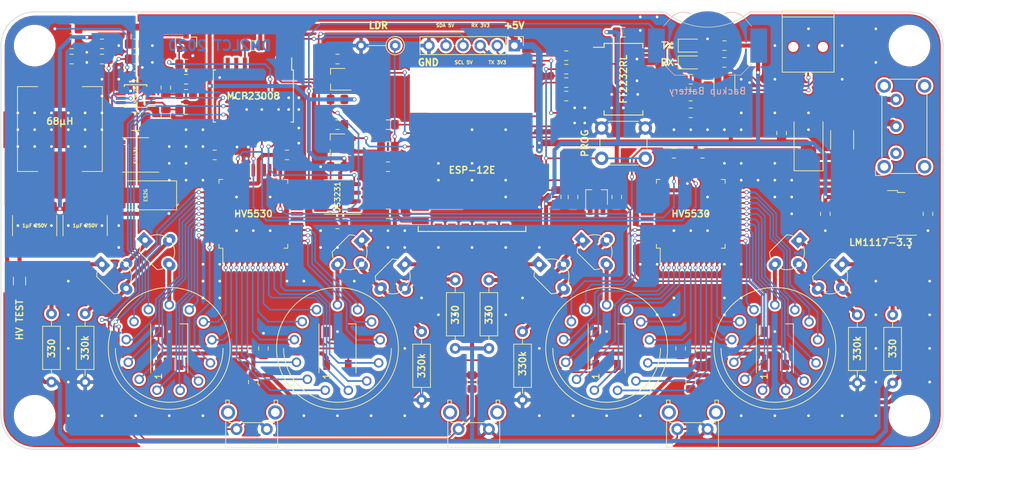
<source format=kicad_pcb>
(kicad_pcb (version 20171130) (host pcbnew 5.1.7+dfsg1-1)
  (layers (0 F.Cu signal) (31 B.Cu signal) (34 B.Paste user) (35 F.Paste user hide) (36 B.SilkS user) (37 F.SilkS user) (38 B.Mask user) (39 F.Mask user hide) (44 Edge.Cuts user))
  (net 0 "")
  (net 1 GND)
  (net 2 +5V)
  (net 3 +3V3)
  (net 4 "Net-(C305-Pad2)")
  (net 5 VAA)
  (net 6 "Net-(LED401-Pad4)")
  (net 7 "Net-(LED402-Pad4)")
  (net 8 "Net-(LED403-Pad4)")
  (net 9 "Net-(LED404-Pad4)")
  (net 10 "/Microcontroller and clock/USBD-")
  (net 11 "/Microcontroller and clock/USBD+")
  (net 12 "Net-(Q202-Pad2)")
  (net 13 "Net-(Q202-Pad3)")
  (net 14 "Net-(Q204-Pad2)")
  (net 15 "Net-(Q204-Pad3)")
  (net 16 "Net-(Q206-Pad2)")
  (net 17 "Net-(Q206-Pad3)")
  (net 18 "Net-(Q208-Pad2)")
  (net 19 "Net-(Q208-Pad3)")
  (net 20 "Net-(Q401-Pad2)")
  (net 21 "Net-(R206-Pad2)")
  (net 22 "/Microcontroller and clock/BTN1")
  (net 23 "/Microcontroller and clock/BTN2")
  (net 24 "/Microcontroller and clock/BTN3")
  (net 25 "Net-(R404-Pad1)")
  (net 26 "Net-(R405-Pad1)")
  (net 27 "Net-(R406-Pad2)")
  (net 28 "Net-(R407-Pad2)")
  (net 29 "Net-(R414-Pad2)")
  (net 30 "Net-(R418-Pad2)")
  (net 31 "Net-(R419-Pad2)")
  (net 32 "Net-(R420-Pad2)")
  (net 33 "Net-(R421-Pad2)")
  (net 34 "/Tubes with drivers/A7")
  (net 35 "/Tubes with drivers/A6")
  (net 36 "/Tubes with drivers/A9")
  (net 37 "/Tubes with drivers/A8")
  (net 38 "/Tubes with drivers/A4")
  (net 39 "/Tubes with drivers/A3")
  (net 40 "/Tubes with drivers/A1")
  (net 41 "/Tubes with drivers/A2")
  (net 42 "/Tubes with drivers/A0")
  (net 43 "/Tubes with drivers/A5")
  (net 44 "/Tubes with drivers/B7")
  (net 45 "/Tubes with drivers/B6")
  (net 46 "/Tubes with drivers/B9")
  (net 47 "/Tubes with drivers/B8")
  (net 48 "/Tubes with drivers/B4")
  (net 49 "/Tubes with drivers/B3")
  (net 50 "/Tubes with drivers/B1")
  (net 51 "/Tubes with drivers/B2")
  (net 52 "/Tubes with drivers/B0")
  (net 53 "/Tubes with drivers/B5")
  (net 54 "/Tubes with drivers/C7")
  (net 55 "/Tubes with drivers/C6")
  (net 56 "/Tubes with drivers/C9")
  (net 57 "/Tubes with drivers/C8")
  (net 58 "/Tubes with drivers/C4")
  (net 59 "/Tubes with drivers/C3")
  (net 60 "/Tubes with drivers/C1")
  (net 61 "/Tubes with drivers/C2")
  (net 62 "/Tubes with drivers/C5")
  (net 63 "/Tubes with drivers/D7")
  (net 64 "/Tubes with drivers/D6")
  (net 65 "/Tubes with drivers/D9")
  (net 66 "/Tubes with drivers/D8")
  (net 67 "/Tubes with drivers/D4")
  (net 68 "/Tubes with drivers/D3")
  (net 69 "/Tubes with drivers/D1")
  (net 70 "/Tubes with drivers/D2")
  (net 71 "/Tubes with drivers/D0")
  (net 72 "/Tubes with drivers/D5")
  (net 73 "/Microcontroller and clock/HV_SHDN")
  (net 74 "Net-(U402-Pad2)")
  (net 75 "Net-(U402-Pad3)")
  (net 76 "Net-(Q203-Pad3)")
  (net 77 "Net-(Q205-Pad3)")
  (net 78 "Net-(Q207-Pad3)")
  (net 79 "Net-(Q209-Pad3)")
  (net 80 "Net-(SW401-Pad1)")
  (net 81 "/Tubes with drivers/C0")
  (net 82 "/Microcontroller and clock/HVCLOCK")
  (net 83 "/Microcontroller and clock/HVSTROBE")
  (net 84 "/Microcontroller and clock/HVDATA")
  (net 85 "/Tubes with drivers/AC1")
  (net 86 "/Tubes with drivers/AC2")
  (net 87 "/Tubes with drivers/BC2")
  (net 88 "Net-(C19-Pad1)")
  (net 89 "/Tubes with drivers/BC1")
  (net 90 "Net-(F1-Pad2)")
  (net 91 "Net-(Q1-Pad4)")
  (net 92 "Net-(U1-Pad4)")
  (net 93 "Net-(BT401-Pad1)")
  (net 94 "Net-(D401-Pad1)")
  (net 95 "Net-(D401-Pad2)")
  (net 96 "Net-(D402-Pad2)")
  (net 97 "Net-(D402-Pad1)")
  (net 98 "Net-(C305-Pad1)")
  (net 99 "Net-(P301-Pad1)")
  (net 100 "Net-(Q2-Pad3)")
  (net 101 "Net-(R4-Pad1)")
  (net 102 "/Tubes with drivers/CC1")
  (net 103 "/Tubes with drivers/CC2")
  (net 104 "/Tubes with drivers/DC1")
  (net 105 "/Tubes with drivers/DC2")
  (net 106 "/Power Supply/Boost_ZK")
  (net 107 "/Power Supply/Boost_Drain")
  (net 108 "/Power Supply/PWRGND")
  (net 109 "/Power Supply/Isen")
  (net 110 "/Power Supply/FB")
  (net 111 "/Microcontroller and clock/SCL_5V")
  (net 112 "/Microcontroller and clock/SDA_5V")
  (net 113 "/Microcontroller and clock/SCL_3V3")
  (net 114 "/Microcontroller and clock/SDA_3V3")
  (net 115 "Net-(Q1-Pad1)")
  (net 116 "/Microcontroller and clock/TX")
  (net 117 "/Microcontroller and clock/RX")
  (module Connector_PinHeader_2.54mm:PinHeader_1x06_P2.54mm_Vertical (layer F.Cu) (at 111.29 55 270)
    (fp_text reference J1 hide)
    (fp_text value Conn_01x06_Male)
    (pad 6 thru_hole oval (at 0 12.7 270) (size 1.7 1.7) (drill 1) (layers *.Cu *.Mask) (net 1 GND))
    (pad 5 thru_hole oval (at 0 10.16 270) (size 1.7 1.7) (drill 1) (layers *.Cu *.Mask) (net 112 "/Microcontroller and clock/SDA_5V"))
    (pad 4 thru_hole oval (at 0 7.62 270) (size 1.7 1.7) (drill 1) (layers *.Cu *.Mask) (net 111 "/Microcontroller and clock/SCL_5V"))
    (pad 3 thru_hole oval (at 0 5.08 270) (size 1.7 1.7) (drill 1) (layers *.Cu *.Mask) (net 117 "/Microcontroller and clock/RX"))
    (pad 2 thru_hole oval (at 0 2.54 270) (size 1.7 1.7) (drill 1) (layers *.Cu *.Mask) (net 116 "/Microcontroller and clock/TX"))
    (pad 1 thru_hole rect (at 0 0 270) (size 1.7 1.7) (drill 1) (layers *.Cu *.Mask) (net 2 +5V))
  )
  (module Package_TO_SOT_SMD:SOT-143 (layer F.Cu) (at 142.5 61 270)
    (fp_text reference D2 hide)
    (fp_text value PRTR5V0U2X)
    (pad 4 smd rect (at 1.1 -0.95 180) (size 1 1.4) (layers F.Cu F.Paste F.Mask) (net 2 +5V))
    (pad 3 smd rect (at 1.1 0.95 180) (size 1 1.4) (layers F.Cu F.Paste F.Mask) (net 11 "/Microcontroller and clock/USBD+"))
    (pad 2 smd rect (at -1.1 0.95 180) (size 1 1.4) (layers F.Cu F.Paste F.Mask) (net 10 "/Microcontroller and clock/USBD-"))
    (pad 1 smd rect (at -1.1 -0.77 180) (size 1.2 1.4) (layers F.Cu F.Paste F.Mask) (net 1 GND))
  )
  (module Inductor_SMD:L_Wuerth_WE-PD-Typ-LS_Handsoldering (layer F.Cu) (at 43.75 67.4 270)
    (fp_text reference 68µH (at -1.15 0 180) (layer F.SilkS) (effects (font (thickness 0.2))))
    (fp_text value INDUCTOR)
    (pad 2 smd rect (at 5.9 0 270) (size 4.9 5.4) (layers F.Cu F.Paste F.Mask) (net 107 "/Power Supply/Boost_Drain"))
    (pad 1 smd rect (at -5.9 0 270) (size 4.9 5.4) (layers F.Cu F.Paste F.Mask) (net 106 "/Power Supply/Boost_ZK"))
  )
  (module Resistor_SMD:R_0805_2012Metric_Pad1.15x1.40mm_HandSolder (layer F.Cu) (at 59.5 65.5 90)
    (fp_text reference R5 hide)
    (fp_text value 1k)
    (pad 2 smd roundrect (at 1.025 0 90) (size 1.15 1.4) (layers F.Cu F.Paste F.Mask) (roundrect_rratio 0.217391) (net 109 "/Power Supply/Isen"))
    (pad 1 smd roundrect (at -1.025 0 90) (size 1.15 1.4) (layers F.Cu F.Paste F.Mask) (roundrect_rratio 0.217391) (net 115 "Net-(Q1-Pad1)"))
  )
  (module Fiducial:Fiducial_0.75mm_Mask1.5mm (layer F.Cu) (at 37.25 59.5)
    (fp_text reference FID4 hide)
    (fp_text value Fiducial)
    (pad "" smd circle (at 0 0) (size 0.75 0.75) (layers F.Cu F.Mask) (clearance 0.375))
  )
  (module Fiducial:Fiducial_0.75mm_Mask1.5mm (layer F.Cu) (at 162.5 111.25)
    (fp_text reference FID3 hide)
    (fp_text value Fiducial)
    (pad "" smd circle (at 0 0) (size 0.75 0.75) (layers F.Cu F.Mask) (clearance 0.375))
  )
  (module Fiducial:Fiducial_0.75mm_Mask1.5mm (layer F.Cu) (at 165 55)
    (fp_text reference FID2 hide)
    (fp_text value Fiducial)
    (pad "" smd circle (at 0 0) (size 0.75 0.75) (layers F.Cu F.Mask) (clearance 0.375))
  )
  (module Fiducial:Fiducial_0.75mm_Mask1.5mm (layer F.Cu) (at 45 111.75)
    (fp_text reference FID1 hide)
    (fp_text value Fiducial)
    (pad "" smd circle (at 0 0) (size 0.75 0.75) (layers F.Cu F.Mask) (clearance 0.375))
  )
  (module Capacitor_SMD:C_0805_2012Metric_Pad1.15x1.40mm_HandSolder (layer F.Cu) (at 62.5 64.5 180)
    (fp_text reference C9 hide)
    (fp_text value 1n)
    (pad 2 smd roundrect (at 1.025 0 180) (size 1.15 1.4) (layers F.Cu F.Paste F.Mask) (roundrect_rratio 0.217391) (net 109 "/Power Supply/Isen"))
    (pad 1 smd roundrect (at -1.025 0 180) (size 1.15 1.4) (layers F.Cu F.Paste F.Mask) (roundrect_rratio 0.217391) (net 1 GND))
  )
  (module Package_QFP:MQFP-44_10x10mm_P0.8mm (layer F.Cu) (at 72.5 80 90)
    (fp_text reference HV5530 (at 0 0 180) (layer F.SilkS) (effects (font (thickness 0.2))))
    (fp_text value HV5530)
    (pad 44 smd roundrect (at -4 -6.4875 90) (size 0.55 1.875) (layers F.Cu F.Paste F.Mask) (net 37 "/Tubes with drivers/A8"))
    (pad 43 smd roundrect (at -3.2 -6.4875 90) (size 0.55 1.875) (layers F.Cu F.Paste F.Mask) (net 86 "/Tubes with drivers/AC2"))
    (pad 42 smd roundrect (at -2.4 -6.4875 90) (size 0.55 1.875) (layers F.Cu F.Paste F.Mask) (net 34 "/Tubes with drivers/A7"))
    (pad 41 smd roundrect (at -1.6 -6.4875 90) (size 0.55 1.875) (layers F.Cu F.Paste F.Mask) (net 35 "/Tubes with drivers/A6"))
    (pad 40 smd roundrect (at -0.8 -6.4875 90) (size 0.55 1.875) (layers F.Cu F.Paste F.Mask) (net 43 "/Tubes with drivers/A5"))
    (pad 39 smd roundrect (at 0 -6.4875 90) (size 0.55 1.875) (layers F.Cu F.Paste F.Mask) (net 38 "/Tubes with drivers/A4"))
    (pad 38 smd roundrect (at 0.8 -6.4875 90) (size 0.55 1.875) (layers F.Cu F.Paste F.Mask) (net 39 "/Tubes with drivers/A3"))
    (pad 37 smd roundrect (at 1.6 -6.4875 90) (size 0.55 1.875) (layers F.Cu F.Paste F.Mask) (net 41 "/Tubes with drivers/A2"))
    (pad 36 smd roundrect (at 2.4 -6.4875 90) (size 0.55 1.875) (layers F.Cu F.Paste F.Mask) (net 85 "/Tubes with drivers/AC1"))
    (pad 35 smd roundrect (at 3.2 -6.4875 90) (size 0.55 1.875) (layers F.Cu F.Paste F.Mask) (net 40 "/Tubes with drivers/A1"))
    (pad 34 smd roundrect (at 4 -6.4875 90) (size 0.55 1.875) (layers F.Cu F.Paste F.Mask))
    (pad 33 smd roundrect (at 6.4875 -4 90) (size 1.875 0.55) (layers F.Cu F.Paste F.Mask) (net 2 +5V))
    (pad 32 smd roundrect (at 6.4875 -3.2 90) (size 1.875 0.55) (layers F.Cu F.Paste F.Mask) (net 84 "/Microcontroller and clock/HVDATA"))
    (pad 31 smd roundrect (at 6.4875 -2.4 90) (size 1.875 0.55) (layers F.Cu F.Paste F.Mask) (net 83 "/Microcontroller and clock/HVSTROBE"))
    (pad 30 smd roundrect (at 6.4875 -1.6 90) (size 1.875 0.55) (layers F.Cu F.Paste F.Mask) (net 2 +5V))
    (pad 29 smd roundrect (at 6.4875 -0.8 90) (size 1.875 0.55) (layers F.Cu F.Paste F.Mask) (net 1 GND))
    (pad 28 smd roundrect (at 6.4875 0 90) (size 1.875 0.55) (layers F.Cu F.Paste F.Mask) (net 82 "/Microcontroller and clock/HVCLOCK"))
    (pad 27 smd roundrect (at 6.4875 0.8 90) (size 1.875 0.55) (layers F.Cu F.Paste F.Mask) (net 2 +5V))
    (pad 26 smd roundrect (at 6.4875 1.6 90) (size 1.875 0.55) (layers F.Cu F.Paste F.Mask))
    (pad 25 smd roundrect (at 6.4875 2.4 90) (size 1.875 0.55) (layers F.Cu F.Paste F.Mask))
    (pad 24 smd roundrect (at 6.4875 3.2 90) (size 1.875 0.55) (layers F.Cu F.Paste F.Mask))
    (pad 23 smd roundrect (at 6.4875 4 90) (size 1.875 0.55) (layers F.Cu F.Paste F.Mask) (net 21 "Net-(R206-Pad2)"))
    (pad 22 smd roundrect (at 4 6.4875 90) (size 0.55 1.875) (layers F.Cu F.Paste F.Mask))
    (pad 21 smd roundrect (at 3.2 6.4875 90) (size 0.55 1.875) (layers F.Cu F.Paste F.Mask))
    (pad 20 smd roundrect (at 2.4 6.4875 90) (size 0.55 1.875) (layers F.Cu F.Paste F.Mask))
    (pad 19 smd roundrect (at 1.6 6.4875 90) (size 0.55 1.875) (layers F.Cu F.Paste F.Mask))
    (pad 18 smd roundrect (at 0.8 6.4875 90) (size 0.55 1.875) (layers F.Cu F.Paste F.Mask))
    (pad 17 smd roundrect (at 0 6.4875 90) (size 0.55 1.875) (layers F.Cu F.Paste F.Mask))
    (pad 16 smd roundrect (at -0.8 6.4875 90) (size 0.55 1.875) (layers F.Cu F.Paste F.Mask))
    (pad 15 smd roundrect (at -1.6 6.4875 90) (size 0.55 1.875) (layers F.Cu F.Paste F.Mask))
    (pad 14 smd roundrect (at -2.4 6.4875 90) (size 0.55 1.875) (layers F.Cu F.Paste F.Mask) (net 87 "/Tubes with drivers/BC2"))
    (pad 13 smd roundrect (at -3.2 6.4875 90) (size 0.55 1.875) (layers F.Cu F.Paste F.Mask) (net 52 "/Tubes with drivers/B0"))
    (pad 12 smd roundrect (at -4 6.4875 90) (size 0.55 1.875) (layers F.Cu F.Paste F.Mask) (net 46 "/Tubes with drivers/B9"))
    (pad 11 smd roundrect (at -6.4875 4 90) (size 1.875 0.55) (layers F.Cu F.Paste F.Mask) (net 47 "/Tubes with drivers/B8"))
    (pad 10 smd roundrect (at -6.4875 3.2 90) (size 1.875 0.55) (layers F.Cu F.Paste F.Mask) (net 44 "/Tubes with drivers/B7"))
    (pad 9 smd roundrect (at -6.4875 2.4 90) (size 1.875 0.55) (layers F.Cu F.Paste F.Mask) (net 45 "/Tubes with drivers/B6"))
    (pad 8 smd roundrect (at -6.4875 1.6 90) (size 1.875 0.55) (layers F.Cu F.Paste F.Mask) (net 89 "/Tubes with drivers/BC1"))
    (pad 7 smd roundrect (at -6.4875 0.8 90) (size 1.875 0.55) (layers F.Cu F.Paste F.Mask) (net 49 "/Tubes with drivers/B3"))
    (pad 6 smd roundrect (at -6.4875 0 90) (size 1.875 0.55) (layers F.Cu F.Paste F.Mask) (net 51 "/Tubes with drivers/B2"))
    (pad 5 smd roundrect (at -6.4875 -0.8 90) (size 1.875 0.55) (layers F.Cu F.Paste F.Mask) (net 50 "/Tubes with drivers/B1"))
    (pad 4 smd roundrect (at -6.4875 -1.6 90) (size 1.875 0.55) (layers F.Cu F.Paste F.Mask) (net 48 "/Tubes with drivers/B4"))
    (pad 3 smd roundrect (at -6.4875 -2.4 90) (size 1.875 0.55) (layers F.Cu F.Paste F.Mask) (net 53 "/Tubes with drivers/B5"))
    (pad 2 smd roundrect (at -6.4875 -3.2 90) (size 1.875 0.55) (layers F.Cu F.Paste F.Mask) (net 42 "/Tubes with drivers/A0"))
    (pad 1 smd roundrect (at -6.4875 -4 90) (size 1.875 0.55) (layers F.Cu F.Paste F.Mask) (net 36 "/Tubes with drivers/A9"))
  )
  (module Package_QFP:MQFP-44_10x10mm_P0.8mm (layer F.Cu) (at 137.5 80 90)
    (fp_text reference HV5530 (at 0 0 180) (layer F.SilkS) (effects (font (thickness 0.2))))
    (fp_text value HV5530)
    (pad 44 smd roundrect (at -4 -6.4875 90) (size 0.55 1.875) (layers F.Cu F.Paste F.Mask) (net 61 "/Tubes with drivers/C2"))
    (pad 43 smd roundrect (at -3.2 -6.4875 90) (size 0.55 1.875) (layers F.Cu F.Paste F.Mask) (net 102 "/Tubes with drivers/CC1"))
    (pad 42 smd roundrect (at -2.4 -6.4875 90) (size 0.55 1.875) (layers F.Cu F.Paste F.Mask) (net 60 "/Tubes with drivers/C1"))
    (pad 41 smd roundrect (at -1.6 -6.4875 90) (size 0.55 1.875) (layers F.Cu F.Paste F.Mask))
    (pad 40 smd roundrect (at -0.8 -6.4875 90) (size 0.55 1.875) (layers F.Cu F.Paste F.Mask))
    (pad 39 smd roundrect (at 0 -6.4875 90) (size 0.55 1.875) (layers F.Cu F.Paste F.Mask))
    (pad 38 smd roundrect (at 0.8 -6.4875 90) (size 0.55 1.875) (layers F.Cu F.Paste F.Mask))
    (pad 37 smd roundrect (at 1.6 -6.4875 90) (size 0.55 1.875) (layers F.Cu F.Paste F.Mask))
    (pad 36 smd roundrect (at 2.4 -6.4875 90) (size 0.55 1.875) (layers F.Cu F.Paste F.Mask))
    (pad 35 smd roundrect (at 3.2 -6.4875 90) (size 0.55 1.875) (layers F.Cu F.Paste F.Mask))
    (pad 34 smd roundrect (at 4 -6.4875 90) (size 0.55 1.875) (layers F.Cu F.Paste F.Mask))
    (pad 33 smd roundrect (at 6.4875 -4 90) (size 1.875 0.55) (layers F.Cu F.Paste F.Mask) (net 2 +5V))
    (pad 32 smd roundrect (at 6.4875 -3.2 90) (size 1.875 0.55) (layers F.Cu F.Paste F.Mask) (net 21 "Net-(R206-Pad2)"))
    (pad 31 smd roundrect (at 6.4875 -2.4 90) (size 1.875 0.55) (layers F.Cu F.Paste F.Mask) (net 83 "/Microcontroller and clock/HVSTROBE"))
    (pad 30 smd roundrect (at 6.4875 -1.6 90) (size 1.875 0.55) (layers F.Cu F.Paste F.Mask) (net 2 +5V))
    (pad 29 smd roundrect (at 6.4875 -0.8 90) (size 1.875 0.55) (layers F.Cu F.Paste F.Mask) (net 1 GND))
    (pad 28 smd roundrect (at 6.4875 0 90) (size 1.875 0.55) (layers F.Cu F.Paste F.Mask) (net 82 "/Microcontroller and clock/HVCLOCK"))
    (pad 27 smd roundrect (at 6.4875 0.8 90) (size 1.875 0.55) (layers F.Cu F.Paste F.Mask) (net 2 +5V))
    (pad 26 smd roundrect (at 6.4875 1.6 90) (size 1.875 0.55) (layers F.Cu F.Paste F.Mask))
    (pad 25 smd roundrect (at 6.4875 2.4 90) (size 1.875 0.55) (layers F.Cu F.Paste F.Mask))
    (pad 24 smd roundrect (at 6.4875 3.2 90) (size 1.875 0.55) (layers F.Cu F.Paste F.Mask))
    (pad 23 smd roundrect (at 6.4875 4 90) (size 1.875 0.55) (layers F.Cu F.Paste F.Mask))
    (pad 22 smd roundrect (at 4 6.4875 90) (size 0.55 1.875) (layers F.Cu F.Paste F.Mask))
    (pad 21 smd roundrect (at 3.2 6.4875 90) (size 0.55 1.875) (layers F.Cu F.Paste F.Mask) (net 65 "/Tubes with drivers/D9"))
    (pad 20 smd roundrect (at 2.4 6.4875 90) (size 0.55 1.875) (layers F.Cu F.Paste F.Mask) (net 71 "/Tubes with drivers/D0"))
    (pad 19 smd roundrect (at 1.6 6.4875 90) (size 0.55 1.875) (layers F.Cu F.Paste F.Mask) (net 105 "/Tubes with drivers/DC2"))
    (pad 18 smd roundrect (at 0.8 6.4875 90) (size 0.55 1.875) (layers F.Cu F.Paste F.Mask) (net 66 "/Tubes with drivers/D8"))
    (pad 17 smd roundrect (at 0 6.4875 90) (size 0.55 1.875) (layers F.Cu F.Paste F.Mask) (net 63 "/Tubes with drivers/D7"))
    (pad 16 smd roundrect (at -0.8 6.4875 90) (size 0.55 1.875) (layers F.Cu F.Paste F.Mask) (net 64 "/Tubes with drivers/D6"))
    (pad 15 smd roundrect (at -1.6 6.4875 90) (size 0.55 1.875) (layers F.Cu F.Paste F.Mask) (net 72 "/Tubes with drivers/D5"))
    (pad 14 smd roundrect (at -2.4 6.4875 90) (size 0.55 1.875) (layers F.Cu F.Paste F.Mask) (net 67 "/Tubes with drivers/D4"))
    (pad 13 smd roundrect (at -3.2 6.4875 90) (size 0.55 1.875) (layers F.Cu F.Paste F.Mask) (net 68 "/Tubes with drivers/D3"))
    (pad 12 smd roundrect (at -4 6.4875 90) (size 0.55 1.875) (layers F.Cu F.Paste F.Mask) (net 104 "/Tubes with drivers/DC1"))
    (pad 11 smd roundrect (at -6.4875 4 90) (size 1.875 0.55) (layers F.Cu F.Paste F.Mask) (net 69 "/Tubes with drivers/D1"))
    (pad 10 smd roundrect (at -6.4875 3.2 90) (size 1.875 0.55) (layers F.Cu F.Paste F.Mask) (net 70 "/Tubes with drivers/D2"))
    (pad 9 smd roundrect (at -6.4875 2.4 90) (size 1.875 0.55) (layers F.Cu F.Paste F.Mask) (net 81 "/Tubes with drivers/C0"))
    (pad 8 smd roundrect (at -6.4875 1.6 90) (size 1.875 0.55) (layers F.Cu F.Paste F.Mask) (net 56 "/Tubes with drivers/C9"))
    (pad 7 smd roundrect (at -6.4875 0.8 90) (size 1.875 0.55) (layers F.Cu F.Paste F.Mask) (net 57 "/Tubes with drivers/C8"))
    (pad 6 smd roundrect (at -6.4875 0 90) (size 1.875 0.55) (layers F.Cu F.Paste F.Mask) (net 54 "/Tubes with drivers/C7"))
    (pad 5 smd roundrect (at -6.4875 -0.8 90) (size 1.875 0.55) (layers F.Cu F.Paste F.Mask) (net 55 "/Tubes with drivers/C6"))
    (pad 4 smd roundrect (at -6.4875 -1.6 90) (size 1.875 0.55) (layers F.Cu F.Paste F.Mask) (net 103 "/Tubes with drivers/CC2"))
    (pad 3 smd roundrect (at -6.4875 -2.4 90) (size 1.875 0.55) (layers F.Cu F.Paste F.Mask) (net 62 "/Tubes with drivers/C5"))
    (pad 2 smd roundrect (at -6.4875 -3.2 90) (size 1.875 0.55) (layers F.Cu F.Paste F.Mask) (net 58 "/Tubes with drivers/C4"))
    (pad 1 smd roundrect (at -6.4875 -4 90) (size 1.875 0.55) (layers F.Cu F.Paste F.Mask) (net 59 "/Tubes with drivers/C3"))
  )
  (module Battery:BatteryHolder_LINX_BAT-HLD-012-SMT (layer B.Cu) (at 140 55)
    (fp_text reference "Backup Battery" (at 0 6.75) (layer B.SilkS) (effects (justify mirror)))
    (fp_text value Battery_Cell)
    (pad 2 smd circle (at 0 0) (size 10.2 10.2) (layers B.Cu B.Paste B.Mask) (net 1 GND))
    (pad 1 smd rect (at 7.6 0) (size 2.5 5.1) (layers B.Cu B.Paste B.Mask) (net 93 "Net-(BT401-Pad1)"))
    (pad 1 smd rect (at -7.6 0) (size 2.5 5.1) (layers B.Cu B.Paste B.Mask) (net 93 "Net-(BT401-Pad1)"))
  )
  (module Resistor_THT:R_Axial_DIN0207_L6.3mm_D2.5mm_P5.08mm_Vertical (layer F.Cu) (at 93.58 55 180)
    (fp_text reference LDR (at 2.5 3 180) (layer F.SilkS) (effects (font (thickness 0.25))))
    (fp_text value R_PHOTO)
    (pad 1 thru_hole circle (at 0 0 180) (size 1.6 1.6) (drill 0.8) (layers *.Cu *.Mask) (net 29 "Net-(R414-Pad2)"))
    (pad 2 thru_hole oval (at 5.08 0 180) (size 1.6 1.6) (drill 0.8) (layers *.Cu *.Mask) (net 1 GND))
  )
  (module Package_TO_SOT_SMD:SOT-23W_Handsoldering (layer F.Cu) (at 85 69.745384 180)
    (fp_text reference Q404 hide)
    (fp_text value BSS138)
    (pad 3 smd rect (at 1.7 0 180) (size 2 0.7) (layers F.Cu F.Paste F.Mask) (net 112 "/Microcontroller and clock/SDA_5V"))
    (pad 2 smd rect (at -1.7 0.95 180) (size 2 0.7) (layers F.Cu F.Paste F.Mask) (net 114 "/Microcontroller and clock/SDA_3V3"))
    (pad 1 smd rect (at -1.7 -0.95 180) (size 2 0.7) (layers F.Cu F.Paste F.Mask) (net 3 +3V3))
  )
  (module Version_2:IN-14-mod (layer F.Cu) (at 60 100 180)
    (fp_text reference TBE201 hide)
    (fp_text value IN14 hide)
    (pad 9 thru_hole circle (at -4.348 -4.846 180) (size 1.408 1.408) (drill 0.9) (layers *.Cu *.Mask) (net 34 "/Tubes with drivers/A7"))
    (pad 8 thru_hole circle (at -1.621 -6.243) (size 1.408 1.408) (drill 0.9) (layers *.Cu *.Mask) (net 35 "/Tubes with drivers/A6"))
    (pad 11 thru_hole circle (at -6.35 1.27 180) (size 1.408 1.408) (drill 0.9) (layers *.Cu *.Mask) (net 42 "/Tubes with drivers/A0"))
    (pad 10 thru_hole circle (at -6.12 -2.154 180) (size 1.408 1.408) (drill 0.9) (layers *.Cu *.Mask) (net 37 "/Tubes with drivers/A8"))
    (pad 6 thru_hole circle (at 4.469 -4.594 180) (size 1.408 1.408) (drill 0.9) (layers *.Cu *.Mask) (net 38 "/Tubes with drivers/A4"))
    (pad 5 thru_hole circle (at 6.089 -2.063 180) (size 1.408 1.408) (drill 0.9) (layers *.Cu *.Mask) (net 39 "/Tubes with drivers/A3"))
    (pad 1 thru_hole circle (at 0 6.477 180) (size 1.408 1.408) (drill 0.9) (layers *.Cu *.Mask) (net 76 "Net-(Q203-Pad3)"))
    (pad 3 thru_hole circle (at 5.232 3.973 180) (size 1.408 1.408) (drill 0.9) (layers *.Cu *.Mask) (net 40 "/Tubes with drivers/A1"))
    (pad 4 thru_hole circle (at 6.393 1.307 180) (size 1.408 1.408) (drill 0.9) (layers *.Cu *.Mask) (net 41 "/Tubes with drivers/A2"))
    (pad 12 thru_hole circle (at -5.08 3.937 180) (size 1.408 1.408) (drill 0.9) (layers *.Cu *.Mask) (net 36 "/Tubes with drivers/A9"))
    (pad 2 thru_hole circle (at 3.104 5.752 180) (size 1.408 1.408) (drill 0.9) (layers *.Cu *.Mask) (net 85 "/Tubes with drivers/AC1"))
    (pad 7 thru_hole circle (at 1.822 -6.213) (size 1.408 1.408) (drill 0.9) (layers *.Cu *.Mask) (net 43 "/Tubes with drivers/A5"))
    (pad 13 thru_hole circle (at -2.978 5.725 180) (size 1.408 1.408) (drill 0.9) (layers *.Cu *.Mask) (net 86 "/Tubes with drivers/AC2"))
  )
  (module TO_SOT_Packages_THT:TO-92_Molded_Wide_Oval (layer F.Cu) (at 56.407898 83.907898 315)
    (fp_text reference Q203 hide)
    (fp_text value MPSA92)
    (pad 2 thru_hole oval (at 2.54 -2.54 45) (size 2 1.5) (drill 0.8) (layers *.Cu *.Mask) (net 13 "Net-(Q202-Pad3)"))
    (pad 1 thru_hole rect (at 0 0 45) (size 1.5 2) (drill 0.8) (layers *.Cu *.Mask) (net 12 "Net-(Q202-Pad2)"))
    (pad 3 thru_hole oval (at 5.079999 0 45) (size 1.5 2) (drill 0.8) (layers *.Cu *.Mask) (net 76 "Net-(Q203-Pad3)"))
  )
  (module Connectors:USB_Mini-B (layer F.Cu) (at 154.94 55 270)
    (fp_text reference P301 hide)
    (fp_text value USB_OTG)
    (pad 1 smd rect (at 2.8 -1.6 270) (size 2.3 0.5) (layers F.Cu F.Paste F.Mask) (net 99 "Net-(P301-Pad1)"))
    (pad 2 smd rect (at 2.8 -0.8 270) (size 2.3 0.5) (layers F.Cu F.Paste F.Mask) (net 10 "/Microcontroller and clock/USBD-"))
    (pad 3 smd rect (at 2.8 0 270) (size 2.3 0.5) (layers F.Cu F.Paste F.Mask) (net 11 "/Microcontroller and clock/USBD+"))
    (pad 4 smd rect (at 2.8 0.8 270) (size 2.3 0.5) (layers F.Cu F.Paste F.Mask))
    (pad 5 smd rect (at 2.8 1.6 270) (size 2.3 0.5) (layers F.Cu F.Paste F.Mask) (net 1 GND))
    (pad 6 smd rect (at 2.7 -4.45 270) (size 2.5 2) (layers F.Cu F.Paste F.Mask) (net 1 GND))
    (pad 6 smd rect (at -2.8 -4.45 270) (size 2.5 2) (layers F.Cu F.Paste F.Mask) (net 1 GND))
    (pad 6 smd rect (at 2.7 4.45 270) (size 2.5 2) (layers F.Cu F.Paste F.Mask) (net 1 GND))
    (pad 6 smd rect (at -2.8 4.45 270) (size 2.5 2) (layers F.Cu F.Paste F.Mask) (net 1 GND))
    (pad "" np_thru_hole circle (at 0.2 -2.2 270) (size 0.9 0.9) (drill 0.9) (layers *.Cu *.Mask))
    (pad "" np_thru_hole circle (at 0.2 2.2 270) (size 0.9 0.9) (drill 0.9) (layers *.Cu *.Mask))
  )
  (module TO_SOT_Packages_THT:TO-92_Molded_Wide_Oval (layer F.Cu) (at 50 87.5 315)
    (fp_text reference Q202 hide)
    (fp_text value MPSA92)
    (pad 2 thru_hole oval (at 2.54 -2.54 45) (size 2 1.5) (drill 0.8) (layers *.Cu *.Mask) (net 12 "Net-(Q202-Pad2)"))
    (pad 1 thru_hole rect (at 0 0 45) (size 1.5 2) (drill 0.8) (layers *.Cu *.Mask) (net 5 VAA))
    (pad 3 thru_hole oval (at 5.079999 0 225) (size 1.5 2) (drill 0.8) (layers *.Cu *.Mask) (net 13 "Net-(Q202-Pad3)"))
  )
  (module TO_SOT_Packages_THT:TO-92_Molded_Wide_Oval (layer F.Cu) (at 95 87.5 225)
    (fp_text reference Q204 hide)
    (fp_text value MPSA92)
    (pad 2 thru_hole oval (at 2.54 -2.54 315) (size 2 1.5) (drill 0.8) (layers *.Cu *.Mask) (net 14 "Net-(Q204-Pad2)"))
    (pad 1 thru_hole rect (at 0 0 315) (size 1.5 2) (drill 0.8) (layers *.Cu *.Mask) (net 5 VAA))
    (pad 3 thru_hole oval (at 5.079999 0 315) (size 1.5 2) (drill 0.8) (layers *.Cu *.Mask) (net 15 "Net-(Q204-Pad3)"))
  )
  (module TO_SOT_Packages_THT:TO-92_Molded_Wide_Oval (layer F.Cu) (at 88.592102 83.907898 225)
    (fp_text reference Q205 hide)
    (fp_text value MPSA92)
    (pad 2 thru_hole oval (at 2.54 -2.54 315) (size 2 1.5) (drill 0.8) (layers *.Cu *.Mask) (net 15 "Net-(Q204-Pad3)"))
    (pad 1 thru_hole rect (at 0 0 315) (size 1.5 2) (drill 0.8) (layers *.Cu *.Mask) (net 14 "Net-(Q204-Pad2)"))
    (pad 3 thru_hole oval (at 5.079999 0 315) (size 1.5 2) (drill 0.8) (layers *.Cu *.Mask) (net 77 "Net-(Q205-Pad3)"))
  )
  (module TO_SOT_Packages_THT:TO-92_Molded_Wide_Oval (layer F.Cu) (at 115 87.5 315)
    (fp_text reference Q206 hide)
    (fp_text value MPSA92)
    (pad 2 thru_hole oval (at 2.54 -2.54 45) (size 2 1.5) (drill 0.8) (layers *.Cu *.Mask) (net 16 "Net-(Q206-Pad2)"))
    (pad 1 thru_hole rect (at 0 0 45) (size 1.5 2) (drill 0.8) (layers *.Cu *.Mask) (net 5 VAA))
    (pad 3 thru_hole oval (at 5.079999 0 45) (size 1.5 2) (drill 0.8) (layers *.Cu *.Mask) (net 17 "Net-(Q206-Pad3)"))
  )
  (module TO_SOT_Packages_THT:TO-92_Molded_Wide_Oval (layer F.Cu) (at 121.407898 83.907898 315)
    (fp_text reference Q207 hide)
    (fp_text value MPSA92)
    (pad 2 thru_hole oval (at 2.54 -2.54 45) (size 2 1.5) (drill 0.8) (layers *.Cu *.Mask) (net 17 "Net-(Q206-Pad3)"))
    (pad 1 thru_hole rect (at 0 0 45) (size 1.5 2) (drill 0.8) (layers *.Cu *.Mask) (net 16 "Net-(Q206-Pad2)"))
    (pad 3 thru_hole oval (at 5.079999 0 45) (size 1.5 2) (drill 0.8) (layers *.Cu *.Mask) (net 78 "Net-(Q207-Pad3)"))
  )
  (module TO_SOT_Packages_THT:TO-92_Molded_Wide_Oval (layer F.Cu) (at 160 87.5 225)
    (fp_text reference Q208 hide)
    (fp_text value MPSA92)
    (pad 2 thru_hole oval (at 2.54 -2.54 315) (size 2 1.5) (drill 0.8) (layers *.Cu *.Mask) (net 18 "Net-(Q208-Pad2)"))
    (pad 1 thru_hole rect (at 0 0 315) (size 1.5 2) (drill 0.8) (layers *.Cu *.Mask) (net 5 VAA))
    (pad 3 thru_hole oval (at 5.079999 0 315) (size 1.5 2) (drill 0.8) (layers *.Cu *.Mask) (net 19 "Net-(Q208-Pad3)"))
  )
  (module TO_SOT_Packages_THT:TO-92_Molded_Wide_Oval (layer F.Cu) (at 153.592102 83.907898 225)
    (fp_text reference Q209 hide)
    (fp_text value MPSA92)
    (pad 2 thru_hole oval (at 2.54 -2.54 315) (size 2 1.5) (drill 0.8) (layers *.Cu *.Mask) (net 19 "Net-(Q208-Pad3)"))
    (pad 1 thru_hole rect (at 0 0 315) (size 1.5 2) (drill 0.8) (layers *.Cu *.Mask) (net 18 "Net-(Q208-Pad2)"))
    (pad 3 thru_hole oval (at 5.079999 0 315) (size 1.5 2) (drill 0.8) (layers *.Cu *.Mask) (net 79 "Net-(Q209-Pad3)"))
  )
  (module Resistors_THT:R_Axial_DIN0207_L6.3mm_D2.5mm_P10.16mm_Horizontal (layer F.Cu) (at 47.5 94.84 270)
    (fp_text reference 330k (at 5.08 0 270) (layer F.SilkS) (effects (font (thickness 0.2))))
    (fp_text value 330k)
    (pad 1 thru_hole circle (at 0 0 270) (size 1.6 1.6) (drill 0.8) (layers *.Cu *.Mask) (net 13 "Net-(Q202-Pad3)"))
    (pad 2 thru_hole oval (at 10.16 0 270) (size 1.6 1.6) (drill 0.8) (layers *.Cu *.Mask) (net 1 GND))
  )
  (module Resistors_THT:R_Axial_DIN0207_L6.3mm_D2.5mm_P10.16mm_Horizontal (layer F.Cu) (at 42.5 105 90)
    (fp_text reference 330 (at 5 0 90) (layer F.SilkS) (effects (font (thickness 0.2))))
    (fp_text value 330)
    (pad 1 thru_hole circle (at 0 0 90) (size 1.6 1.6) (drill 0.8) (layers *.Cu *.Mask) (net 5 VAA))
    (pad 2 thru_hole oval (at 10.16 0 90) (size 1.6 1.6) (drill 0.8) (layers *.Cu *.Mask) (net 12 "Net-(Q202-Pad2)"))
  )
  (module Resistors_THT:R_Axial_DIN0207_L6.3mm_D2.5mm_P10.16mm_Horizontal (layer F.Cu) (at 97.5 97.5 270)
    (fp_text reference 330k (at 5.08 0 270) (layer F.SilkS) (effects (font (thickness 0.2))))
    (fp_text value 330k)
    (pad 1 thru_hole circle (at 0 0 270) (size 1.6 1.6) (drill 0.8) (layers *.Cu *.Mask) (net 15 "Net-(Q204-Pad3)"))
    (pad 2 thru_hole oval (at 10.16 0 270) (size 1.6 1.6) (drill 0.8) (layers *.Cu *.Mask) (net 1 GND))
  )
  (module Resistors_THT:R_Axial_DIN0207_L6.3mm_D2.5mm_P10.16mm_Horizontal (layer F.Cu) (at 102.5 100 90)
    (fp_text reference 330 (at 5 0 90) (layer F.SilkS) (effects (font (thickness 0.2))))
    (fp_text value 330)
    (pad 1 thru_hole circle (at 0 0 90) (size 1.6 1.6) (drill 0.8) (layers *.Cu *.Mask) (net 5 VAA))
    (pad 2 thru_hole oval (at 10.16 0 90) (size 1.6 1.6) (drill 0.8) (layers *.Cu *.Mask) (net 14 "Net-(Q204-Pad2)"))
  )
  (module Resistors_THT:R_Axial_DIN0207_L6.3mm_D2.5mm_P10.16mm_Horizontal (layer F.Cu) (at 112.5 97.5 270)
    (fp_text reference 330k (at 4.75 0 270) (layer F.SilkS) (effects (font (thickness 0.2))))
    (fp_text value 330k)
    (pad 1 thru_hole circle (at 0 0 270) (size 1.6 1.6) (drill 0.8) (layers *.Cu *.Mask) (net 17 "Net-(Q206-Pad3)"))
    (pad 2 thru_hole oval (at 10.16 0 270) (size 1.6 1.6) (drill 0.8) (layers *.Cu *.Mask) (net 1 GND))
  )
  (module Resistors_THT:R_Axial_DIN0207_L6.3mm_D2.5mm_P10.16mm_Horizontal (layer F.Cu) (at 107.5 100 90)
    (fp_text reference 330 (at 5 0 90) (layer F.SilkS) (effects (font (thickness 0.2))))
    (fp_text value 330)
    (pad 1 thru_hole circle (at 0 0 90) (size 1.6 1.6) (drill 0.8) (layers *.Cu *.Mask) (net 5 VAA))
    (pad 2 thru_hole oval (at 10.16 0 90) (size 1.6 1.6) (drill 0.8) (layers *.Cu *.Mask) (net 16 "Net-(Q206-Pad2)"))
  )
  (module Resistors_THT:R_Axial_DIN0207_L6.3mm_D2.5mm_P10.16mm_Horizontal (layer F.Cu) (at 162.25 95 270)
    (fp_text reference 330k (at 5 0 270) (layer F.SilkS) (effects (font (thickness 0.2))))
    (fp_text value 330k)
    (pad 1 thru_hole circle (at 0 0 270) (size 1.6 1.6) (drill 0.8) (layers *.Cu *.Mask) (net 19 "Net-(Q208-Pad3)"))
    (pad 2 thru_hole oval (at 10.16 0 270) (size 1.6 1.6) (drill 0.8) (layers *.Cu *.Mask) (net 1 GND))
  )
  (module Resistors_THT:R_Axial_DIN0207_L6.3mm_D2.5mm_P10.16mm_Horizontal (layer F.Cu) (at 167.5 105.16 90)
    (fp_text reference 330 (at 5.16 0 90) (layer F.SilkS) (effects (font (thickness 0.2))))
    (fp_text value 330)
    (pad 1 thru_hole circle (at 0 0 90) (size 1.6 1.6) (drill 0.8) (layers *.Cu *.Mask) (net 5 VAA))
    (pad 2 thru_hole oval (at 10.16 0 90) (size 1.6 1.6) (drill 0.8) (layers *.Cu *.Mask) (net 18 "Net-(Q208-Pad2)"))
  )
  (module Version_2:IN-14-mod (layer F.Cu) (at 85 100 180)
    (fp_text reference TBE202 hide)
    (fp_text value IN14 hide)
    (pad 9 thru_hole circle (at -4.348 -4.846 180) (size 1.408 1.408) (drill 0.9) (layers *.Cu *.Mask) (net 44 "/Tubes with drivers/B7"))
    (pad 8 thru_hole circle (at -1.621 -6.243) (size 1.408 1.408) (drill 0.9) (layers *.Cu *.Mask) (net 45 "/Tubes with drivers/B6"))
    (pad 11 thru_hole circle (at -6.35 1.27 180) (size 1.408 1.408) (drill 0.9) (layers *.Cu *.Mask) (net 46 "/Tubes with drivers/B9"))
    (pad 10 thru_hole circle (at -6.12 -2.154 180) (size 1.408 1.408) (drill 0.9) (layers *.Cu *.Mask) (net 47 "/Tubes with drivers/B8"))
    (pad 6 thru_hole circle (at 4.469 -4.594 180) (size 1.408 1.408) (drill 0.9) (layers *.Cu *.Mask) (net 48 "/Tubes with drivers/B4"))
    (pad 5 thru_hole circle (at 6.089 -2.063 180) (size 1.408 1.408) (drill 0.9) (layers *.Cu *.Mask) (net 50 "/Tubes with drivers/B1"))
    (pad 1 thru_hole circle (at 0 6.477 180) (size 1.408 1.408) (drill 0.9) (layers *.Cu *.Mask) (net 77 "Net-(Q205-Pad3)"))
    (pad 3 thru_hole circle (at 5.232 3.973 180) (size 1.408 1.408) (drill 0.9) (layers *.Cu *.Mask) (net 49 "/Tubes with drivers/B3"))
    (pad 4 thru_hole circle (at 6.393 1.307 180) (size 1.408 1.408) (drill 0.9) (layers *.Cu *.Mask) (net 51 "/Tubes with drivers/B2"))
    (pad 12 thru_hole circle (at -5.08 3.937 180) (size 1.408 1.408) (drill 0.9) (layers *.Cu *.Mask) (net 52 "/Tubes with drivers/B0"))
    (pad 2 thru_hole circle (at 3.104 5.752 180) (size 1.408 1.408) (drill 0.9) (layers *.Cu *.Mask) (net 89 "/Tubes with drivers/BC1"))
    (pad 7 thru_hole circle (at 1.822 -6.213) (size 1.408 1.408) (drill 0.9) (layers *.Cu *.Mask) (net 53 "/Tubes with drivers/B5"))
    (pad 13 thru_hole circle (at -2.978 5.725 180) (size 1.408 1.408) (drill 0.9) (layers *.Cu *.Mask) (net 87 "/Tubes with drivers/BC2"))
  )
  (module Version_2:IN-14-mod (layer F.Cu) (at 125 100 180)
    (fp_text reference TBE203 hide)
    (fp_text value IN14 hide)
    (pad 9 thru_hole circle (at -4.348 -4.846 180) (size 1.408 1.408) (drill 0.9) (layers *.Cu *.Mask) (net 56 "/Tubes with drivers/C9"))
    (pad 8 thru_hole circle (at -1.621 -6.243) (size 1.408 1.408) (drill 0.9) (layers *.Cu *.Mask) (net 81 "/Tubes with drivers/C0"))
    (pad 11 thru_hole circle (at -6.35 1.27 180) (size 1.408 1.408) (drill 0.9) (layers *.Cu *.Mask) (net 54 "/Tubes with drivers/C7"))
    (pad 10 thru_hole circle (at -6.12 -2.154 180) (size 1.408 1.408) (drill 0.9) (layers *.Cu *.Mask) (net 57 "/Tubes with drivers/C8"))
    (pad 6 thru_hole circle (at 4.469 -4.594 180) (size 1.408 1.408) (drill 0.9) (layers *.Cu *.Mask) (net 58 "/Tubes with drivers/C4"))
    (pad 5 thru_hole circle (at 6.089 -2.063 180) (size 1.408 1.408) (drill 0.9) (layers *.Cu *.Mask) (net 59 "/Tubes with drivers/C3"))
    (pad 1 thru_hole circle (at 0 6.477 180) (size 1.408 1.408) (drill 0.9) (layers *.Cu *.Mask) (net 78 "Net-(Q207-Pad3)"))
    (pad 3 thru_hole circle (at 5.232 3.973 180) (size 1.408 1.408) (drill 0.9) (layers *.Cu *.Mask) (net 60 "/Tubes with drivers/C1"))
    (pad 4 thru_hole circle (at 6.393 1.307 180) (size 1.408 1.408) (drill 0.9) (layers *.Cu *.Mask) (net 61 "/Tubes with drivers/C2"))
    (pad 12 thru_hole circle (at -5.08 3.937 180) (size 1.408 1.408) (drill 0.9) (layers *.Cu *.Mask) (net 55 "/Tubes with drivers/C6"))
    (pad 2 thru_hole circle (at 3.104 5.752 180) (size 1.408 1.408) (drill 0.9) (layers *.Cu *.Mask) (net 102 "/Tubes with drivers/CC1"))
    (pad 7 thru_hole circle (at 1.822 -6.213) (size 1.408 1.408) (drill 0.9) (layers *.Cu *.Mask) (net 62 "/Tubes with drivers/C5"))
    (pad 13 thru_hole circle (at -2.978 5.725 180) (size 1.408 1.408) (drill 0.9) (layers *.Cu *.Mask) (net 103 "/Tubes with drivers/CC2"))
  )
  (module Version_2:IN-14-mod (layer F.Cu) (at 150 100 180)
    (fp_text reference TBE204 hide)
    (fp_text value IN14 hide)
    (pad 9 thru_hole circle (at -4.348 -4.846 180) (size 1.408 1.408) (drill 0.9) (layers *.Cu *.Mask) (net 63 "/Tubes with drivers/D7"))
    (pad 8 thru_hole circle (at -1.621 -6.243) (size 1.408 1.408) (drill 0.9) (layers *.Cu *.Mask) (net 64 "/Tubes with drivers/D6"))
    (pad 11 thru_hole circle (at -6.35 1.27 180) (size 1.408 1.408) (drill 0.9) (layers *.Cu *.Mask) (net 65 "/Tubes with drivers/D9"))
    (pad 10 thru_hole circle (at -6.12 -2.154 180) (size 1.408 1.408) (drill 0.9) (layers *.Cu *.Mask) (net 66 "/Tubes with drivers/D8"))
    (pad 6 thru_hole circle (at 4.469 -4.594 180) (size 1.408 1.408) (drill 0.9) (layers *.Cu *.Mask) (net 67 "/Tubes with drivers/D4"))
    (pad 5 thru_hole circle (at 6.089 -2.063 180) (size 1.408 1.408) (drill 0.9) (layers *.Cu *.Mask) (net 68 "/Tubes with drivers/D3"))
    (pad 1 thru_hole circle (at 0 6.477 180) (size 1.408 1.408) (drill 0.9) (layers *.Cu *.Mask) (net 79 "Net-(Q209-Pad3)"))
    (pad 3 thru_hole circle (at 5.232 3.973 180) (size 1.408 1.408) (drill 0.9) (layers *.Cu *.Mask) (net 69 "/Tubes with drivers/D1"))
    (pad 4 thru_hole circle (at 6.393 1.307 180) (size 1.408 1.408) (drill 0.9) (layers *.Cu *.Mask) (net 70 "/Tubes with drivers/D2"))
    (pad 12 thru_hole circle (at -5.08 3.937 180) (size 1.408 1.408) (drill 0.9) (layers *.Cu *.Mask) (net 71 "/Tubes with drivers/D0"))
    (pad 2 thru_hole circle (at 3.104 5.752 180) (size 1.408 1.408) (drill 0.9) (layers *.Cu *.Mask) (net 104 "/Tubes with drivers/DC1"))
    (pad 7 thru_hole circle (at 1.822 -6.213) (size 1.408 1.408) (drill 0.9) (layers *.Cu *.Mask) (net 72 "/Tubes with drivers/D5"))
    (pad 13 thru_hole circle (at -2.978 5.725 180) (size 1.408 1.408) (drill 0.9) (layers *.Cu *.Mask) (net 105 "/Tubes with drivers/DC2"))
  )
  (module ESP8266:ESP-12E_SMD (layer F.Cu) (at 98.01 67)
    (fp_text reference ESP-12E (at 6.99 6.5 180) (layer F.SilkS) (effects (font (thickness 0.2))))
    (fp_text value ESP-12E hide)
    (pad 1 smd rect (at 0 0) (size 2.5 1.1) (drill (offset -0.7 0)) (layers F.Cu F.Paste F.Mask) (net 31 "Net-(R419-Pad2)"))
    (pad 2 smd rect (at 0 2) (size 2.5 1.1) (drill (offset -0.7 0)) (layers F.Cu F.Paste F.Mask) (net 29 "Net-(R414-Pad2)"))
    (pad 3 smd rect (at 0 4) (size 2.5 1.1) (drill (offset -0.7 0)) (layers F.Cu F.Paste F.Mask) (net 30 "Net-(R418-Pad2)"))
    (pad 4 smd rect (at 0 6) (size 2.5 1.1) (drill (offset -0.7 0)) (layers F.Cu F.Paste F.Mask))
    (pad 5 smd rect (at 0 8) (size 2.5 1.1) (drill (offset -0.7 0)) (layers F.Cu F.Paste F.Mask))
    (pad 6 smd rect (at 0 10) (size 2.5 1.1) (drill (offset -0.7 0)) (layers F.Cu F.Paste F.Mask))
    (pad 7 smd rect (at 0 12) (size 2.5 1.1) (drill (offset -0.7 0)) (layers F.Cu F.Paste F.Mask) (net 20 "Net-(Q401-Pad2)"))
    (pad 8 smd rect (at 0 14) (size 2.5 1.1) (drill (offset -0.7 0)) (layers F.Cu F.Paste F.Mask) (net 3 +3V3))
    (pad 9 smd rect (at 14 14) (size 2.5 1.1) (drill (offset 0.7 0)) (layers F.Cu F.Paste F.Mask) (net 1 GND))
    (pad 10 smd rect (at 14 12) (size 2.5 1.1) (drill (offset 0.7 0)) (layers F.Cu F.Paste F.Mask) (net 1 GND))
    (pad 11 smd rect (at 14 10) (size 2.5 1.1) (drill (offset 0.7 0)) (layers F.Cu F.Paste F.Mask) (net 32 "Net-(R420-Pad2)"))
    (pad 12 smd rect (at 14 8) (size 2.5 1.1) (drill (offset 0.7 0)) (layers F.Cu F.Paste F.Mask) (net 80 "Net-(SW401-Pad1)"))
    (pad 13 smd rect (at 14 6) (size 2.5 1.1) (drill (offset 0.7 0)) (layers F.Cu F.Paste F.Mask) (net 114 "/Microcontroller and clock/SDA_3V3"))
    (pad 14 smd rect (at 14 4) (size 2.5 1.1) (drill (offset 0.7 0)) (layers F.Cu F.Paste F.Mask) (net 113 "/Microcontroller and clock/SCL_3V3"))
    (pad 15 smd rect (at 14 2) (size 2.5 1.1) (drill (offset 0.7 0)) (layers F.Cu F.Paste F.Mask) (net 116 "/Microcontroller and clock/TX"))
    (pad 16 smd rect (at 14 0) (size 2.5 1.1) (drill (offset 0.7 0)) (layers F.Cu F.Paste F.Mask) (net 117 "/Microcontroller and clock/RX"))
    (pad 17 smd rect (at 1.99 15 90) (size 2.5 1.1) (drill (offset -0.7 0)) (layers F.Cu F.Paste F.Mask))
    (pad 18 smd rect (at 3.99 15 90) (size 2.5 1.1) (drill (offset -0.7 0)) (layers F.Cu F.Paste F.Mask))
    (pad 19 smd rect (at 5.99 15 90) (size 2.5 1.1) (drill (offset -0.7 0)) (layers F.Cu F.Paste F.Mask))
    (pad 20 smd rect (at 7.99 15 90) (size 2.5 1.1) (drill (offset -0.7 0)) (layers F.Cu F.Paste F.Mask))
    (pad 21 smd rect (at 9.99 15 90) (size 2.5 1.1) (drill (offset -0.7 0)) (layers F.Cu F.Paste F.Mask))
    (pad 22 smd rect (at 11.99 15 90) (size 2.5 1.1) (drill (offset -0.7 0)) (layers F.Cu F.Paste F.Mask))
  )
  (module Capacitor_SMD:C_0805_2012Metric_Pad1.15x1.40mm_HandSolder (layer F.Cu) (at 139.25 71)
    (fp_text reference C1 hide)
    (fp_text value 2.2u)
    (pad 2 smd roundrect (at 1.025 0) (size 1.15 1.4) (layers F.Cu F.Paste F.Mask) (roundrect_rratio 0.217391) (net 1 GND))
    (pad 1 smd roundrect (at -1.025 0) (size 1.15 1.4) (layers F.Cu F.Paste F.Mask) (roundrect_rratio 0.217391) (net 2 +5V))
  )
  (module Capacitor_SMD:C_0805_2012Metric_Pad1.15x1.40mm_HandSolder (layer F.Cu) (at 151 68 90)
    (fp_text reference C2 hide)
    (fp_text value 22u)
    (pad 2 smd roundrect (at 1.025 0 90) (size 1.15 1.4) (layers F.Cu F.Paste F.Mask) (roundrect_rratio 0.217391) (net 1 GND))
    (pad 1 smd roundrect (at -1.025 0 90) (size 1.15 1.4) (layers F.Cu F.Paste F.Mask) (roundrect_rratio 0.217391) (net 2 +5V))
  )
  (module Capacitor_SMD:C_0805_2012Metric_Pad1.15x1.40mm_HandSolder (layer F.Cu) (at 45.5 57)
    (fp_text reference C3 hide)
    (fp_text value 22u)
    (pad 2 smd roundrect (at 1.025 0) (size 1.15 1.4) (layers F.Cu F.Paste F.Mask) (roundrect_rratio 0.217391) (net 108 "/Power Supply/PWRGND"))
    (pad 1 smd roundrect (at -1.025 0) (size 1.15 1.4) (layers F.Cu F.Paste F.Mask) (roundrect_rratio 0.217391) (net 106 "/Power Supply/Boost_ZK"))
  )
  (module Capacitor_SMD:C_0805_2012Metric_Pad1.15x1.40mm_HandSolder (layer F.Cu) (at 172.75 80 270)
    (fp_text reference C5 hide)
    (fp_text value 2.2u)
    (pad 1 smd roundrect (at -1.025 0 270) (size 1.15 1.4) (layers F.Cu F.Paste F.Mask) (roundrect_rratio 0.217391) (net 2 +5V))
    (pad 2 smd roundrect (at 1.025 0 270) (size 1.15 1.4) (layers F.Cu F.Paste F.Mask) (roundrect_rratio 0.217391) (net 1 GND))
  )
  (module Capacitor_SMD:C_0805_2012Metric_Pad1.15x1.40mm_HandSolder (layer F.Cu) (at 157.5 80 270)
    (fp_text reference C6 hide)
    (fp_text value 2.2u)
    (pad 2 smd roundrect (at 1.025 0 270) (size 1.15 1.4) (layers F.Cu F.Paste F.Mask) (roundrect_rratio 0.217391) (net 1 GND))
    (pad 1 smd roundrect (at -1.025 0 270) (size 1.15 1.4) (layers F.Cu F.Paste F.Mask) (roundrect_rratio 0.217391) (net 3 +3V3))
  )
  (module Capacitor_SMD:C_0805_2012Metric_Pad1.15x1.40mm_HandSolder (layer F.Cu) (at 71 100 90)
    (fp_text reference C14 hide)
    (fp_text value 2.2u)
    (pad 1 smd roundrect (at -1.025 0 90) (size 1.15 1.4) (layers F.Cu F.Paste F.Mask) (roundrect_rratio 0.217391) (net 2 +5V))
    (pad 2 smd roundrect (at 1.025 0 90) (size 1.15 1.4) (layers F.Cu F.Paste F.Mask) (roundrect_rratio 0.217391) (net 1 GND))
  )
  (module Capacitor_SMD:C_0805_2012Metric_Pad1.15x1.40mm_HandSolder (layer F.Cu) (at 74 100 90)
    (fp_text reference C16 hide)
    (fp_text value 2.2u)
    (pad 2 smd roundrect (at 1.025 0 90) (size 1.15 1.4) (layers F.Cu F.Paste F.Mask) (roundrect_rratio 0.217391) (net 1 GND))
    (pad 1 smd roundrect (at -1.025 0 90) (size 1.15 1.4) (layers F.Cu F.Paste F.Mask) (roundrect_rratio 0.217391) (net 2 +5V))
  )
  (module Capacitor_SMD:C_0805_2012Metric_Pad1.15x1.40mm_HandSolder (layer F.Cu) (at 136 100 90)
    (fp_text reference C17 hide)
    (fp_text value 2.2u)
    (pad 1 smd roundrect (at -1.025 0 90) (size 1.15 1.4) (layers F.Cu F.Paste F.Mask) (roundrect_rratio 0.217391) (net 2 +5V))
    (pad 2 smd roundrect (at 1.025 0 90) (size 1.15 1.4) (layers F.Cu F.Paste F.Mask) (roundrect_rratio 0.217391) (net 1 GND))
  )
  (module Capacitor_SMD:C_0805_2012Metric_Pad1.15x1.40mm_HandSolder (layer F.Cu) (at 92.5 80 180)
    (fp_text reference C18 hide)
    (fp_text value 2.2u)
    (pad 2 smd roundrect (at 1.025 0 180) (size 1.15 1.4) (layers F.Cu F.Paste F.Mask) (roundrect_rratio 0.217391) (net 1 GND))
    (pad 1 smd roundrect (at -1.025 0 180) (size 1.15 1.4) (layers F.Cu F.Paste F.Mask) (roundrect_rratio 0.217391) (net 3 +3V3))
  )
  (module Capacitor_SMD:C_0805_2012Metric_Pad1.15x1.40mm_HandSolder (layer F.Cu) (at 137.5 65)
    (fp_text reference C19 hide)
    (fp_text value 2.2u)
    (pad 2 smd roundrect (at 1.025 0) (size 1.15 1.4) (layers F.Cu F.Paste F.Mask) (roundrect_rratio 0.217391) (net 1 GND))
    (pad 1 smd roundrect (at -1.025 0) (size 1.15 1.4) (layers F.Cu F.Paste F.Mask) (roundrect_rratio 0.217391) (net 88 "Net-(C19-Pad1)"))
  )
  (module Capacitor_SMD:C_0805_2012Metric_Pad1.15x1.40mm_HandSolder (layer F.Cu) (at 139 100 90)
    (fp_text reference C20 hide)
    (fp_text value 2.2u)
    (pad 1 smd roundrect (at -1.025 0 90) (size 1.15 1.4) (layers F.Cu F.Paste F.Mask) (roundrect_rratio 0.217391) (net 2 +5V))
    (pad 2 smd roundrect (at 1.025 0 90) (size 1.15 1.4) (layers F.Cu F.Paste F.Mask) (roundrect_rratio 0.217391) (net 1 GND))
  )
  (module Capacitor_SMD:C_0805_2012Metric_Pad1.15x1.40mm_HandSolder (layer F.Cu) (at 127.5 53 180)
    (fp_text reference C21 hide)
    (fp_text value 2.2u)
    (pad 1 smd roundrect (at -1.025 0 180) (size 1.15 1.4) (layers F.Cu F.Paste F.Mask) (roundrect_rratio 0.217391) (net 1 GND))
    (pad 2 smd roundrect (at 1.025 0 180) (size 1.15 1.4) (layers F.Cu F.Paste F.Mask) (roundrect_rratio 0.217391) (net 3 +3V3))
  )
  (module Capacitor_SMD:C_0805_2012Metric_Pad1.15x1.40mm_HandSolder (layer F.Cu) (at 77.5 71.25)
    (fp_text reference C22 hide)
    (fp_text value 2.2u)
    (pad 1 smd roundrect (at -1.025 0) (size 1.15 1.4) (layers F.Cu F.Paste F.Mask) (roundrect_rratio 0.217391) (net 2 +5V))
    (pad 2 smd roundrect (at 1.025 0) (size 1.15 1.4) (layers F.Cu F.Paste F.Mask) (roundrect_rratio 0.217391) (net 1 GND))
  )
  (module Capacitor_SMD:C_0805_2012Metric_Pad1.15x1.40mm_HandSolder (layer F.Cu) (at 85 81.5)
    (fp_text reference C23 hide)
    (fp_text value 2.2u)
    (pad 2 smd roundrect (at 1.025 0) (size 1.15 1.4) (layers F.Cu F.Paste F.Mask) (roundrect_rratio 0.217391) (net 2 +5V))
    (pad 1 smd roundrect (at -1.025 0) (size 1.15 1.4) (layers F.Cu F.Paste F.Mask) (roundrect_rratio 0.217391) (net 1 GND))
  )
  (module Capacitor_SMD:C_0805_2012Metric_Pad1.15x1.40mm_HandSolder (layer F.Cu) (at 66.75 71.25 180)
    (fp_text reference C201 hide)
    (fp_text value 2.2u)
    (pad 1 smd roundrect (at -1.025 0 180) (size 1.15 1.4) (layers F.Cu F.Paste F.Mask) (roundrect_rratio 0.217391) (net 2 +5V))
    (pad 2 smd roundrect (at 1.025 0 180) (size 1.15 1.4) (layers F.Cu F.Paste F.Mask) (roundrect_rratio 0.217391) (net 1 GND))
  )
  (module LED_SMD:LED_WS2812B_PLCC4_5.0x5.0mm_P3.2mm (layer F.Cu) (at 60 100 90)
    (fp_text reference LED401 hide)
    (fp_text value WS2812B)
    (fp_text user 1 (at -4.15 -1.6 90) (layer F.SilkS))
    (pad 3 smd rect (at 2.45 1.6 90) (size 1.5 1) (layers F.Cu F.Paste F.Mask) (net 1 GND))
    (pad 4 smd rect (at 2.45 -1.6 90) (size 1.5 1) (layers F.Cu F.Paste F.Mask) (net 6 "Net-(LED401-Pad4)"))
    (pad 2 smd rect (at -2.45 1.6 90) (size 1.5 1) (layers F.Cu F.Paste F.Mask))
    (pad 1 smd rect (at -2.45 -1.6 90) (size 1.5 1) (layers F.Cu F.Paste F.Mask) (net 2 +5V))
  )
  (module LED_SMD:LED_WS2812B_PLCC4_5.0x5.0mm_P3.2mm (layer F.Cu) (at 85 100 90)
    (fp_text reference LED402 hide)
    (fp_text value WS2812B)
    (fp_text user 1 (at -4.15 -1.6 90) (layer F.SilkS))
    (pad 1 smd rect (at -2.45 -1.6 90) (size 1.5 1) (layers F.Cu F.Paste F.Mask) (net 2 +5V))
    (pad 2 smd rect (at -2.45 1.6 90) (size 1.5 1) (layers F.Cu F.Paste F.Mask) (net 6 "Net-(LED401-Pad4)"))
    (pad 4 smd rect (at 2.45 -1.6 90) (size 1.5 1) (layers F.Cu F.Paste F.Mask) (net 7 "Net-(LED402-Pad4)"))
    (pad 3 smd rect (at 2.45 1.6 90) (size 1.5 1) (layers F.Cu F.Paste F.Mask) (net 1 GND))
  )
  (module LED_SMD:LED_WS2812B_PLCC4_5.0x5.0mm_P3.2mm (layer F.Cu) (at 125 100 90)
    (fp_text reference LED403 hide)
    (fp_text value WS2812B)
    (fp_text user 1 (at -4.15 -1.6 90) (layer F.SilkS))
    (pad 3 smd rect (at 2.45 1.6 90) (size 1.5 1) (layers F.Cu F.Paste F.Mask) (net 1 GND))
    (pad 4 smd rect (at 2.45 -1.6 90) (size 1.5 1) (layers F.Cu F.Paste F.Mask) (net 8 "Net-(LED403-Pad4)"))
    (pad 2 smd rect (at -2.45 1.6 90) (size 1.5 1) (layers F.Cu F.Paste F.Mask) (net 7 "Net-(LED402-Pad4)"))
    (pad 1 smd rect (at -2.45 -1.6 90) (size 1.5 1) (layers F.Cu F.Paste F.Mask) (net 2 +5V))
  )
  (module LED_SMD:LED_WS2812B_PLCC4_5.0x5.0mm_P3.2mm (layer F.Cu) (at 150 100 90)
    (fp_text reference LED404 hide)
    (fp_text value WS2812B)
    (fp_text user 1 (at -4.15 -1.6 90) (layer F.SilkS))
    (pad 1 smd rect (at -2.45 -1.6 90) (size 1.5 1) (layers F.Cu F.Paste F.Mask) (net 2 +5V))
    (pad 2 smd rect (at -2.45 1.6 90) (size 1.5 1) (layers F.Cu F.Paste F.Mask) (net 8 "Net-(LED403-Pad4)"))
    (pad 4 smd rect (at 2.45 -1.6 90) (size 1.5 1) (layers F.Cu F.Paste F.Mask) (net 9 "Net-(LED404-Pad4)"))
    (pad 3 smd rect (at 2.45 1.6 90) (size 1.5 1) (layers F.Cu F.Paste F.Mask) (net 1 GND))
  )
  (module Package_TO_SOT_SMD:SOT-23W_Handsoldering (layer F.Cu) (at 123.5 77.5 90)
    (fp_text reference Q401 hide)
    (fp_text value BSS138)
    (pad 1 smd rect (at -1.7 -0.95 90) (size 2 0.7) (layers F.Cu F.Paste F.Mask) (net 3 +3V3))
    (pad 2 smd rect (at -1.7 0.95 90) (size 2 0.7) (layers F.Cu F.Paste F.Mask) (net 20 "Net-(Q401-Pad2)"))
    (pad 3 smd rect (at 1.7 0 90) (size 2 0.7) (layers F.Cu F.Paste F.Mask) (net 9 "Net-(LED404-Pad4)"))
  )
  (module Package_TO_SOT_SMD:SOT-23W_Handsoldering (layer F.Cu) (at 85.046574 60 180)
    (fp_text reference Q403 hide)
    (fp_text value BSS138)
    (pad 1 smd rect (at -1.7 -0.95 180) (size 2 0.7) (layers F.Cu F.Paste F.Mask) (net 3 +3V3))
    (pad 2 smd rect (at -1.7 0.95 180) (size 2 0.7) (layers F.Cu F.Paste F.Mask) (net 113 "/Microcontroller and clock/SCL_3V3"))
    (pad 3 smd rect (at 1.7 0 180) (size 2 0.7) (layers F.Cu F.Paste F.Mask) (net 111 "/Microcontroller and clock/SCL_5V"))
  )
  (module Resistor_SMD:R_0805_2012Metric_Pad1.15x1.40mm_HandSolder (layer F.Cu) (at 50 54.75)
    (fp_text reference R308 hide)
    (fp_text value 1M5 hide)
    (pad 1 smd roundrect (at -1.025 0) (size 1.15 1.4) (layers F.Cu F.Paste F.Mask) (roundrect_rratio 0.217391) (net 5 VAA))
    (pad 2 smd roundrect (at 1.025 0) (size 1.15 1.4) (layers F.Cu F.Paste F.Mask) (roundrect_rratio 0.217391) (net 110 "/Power Supply/FB"))
  )
  (module Resistor_SMD:R_0805_2012Metric_Pad1.15x1.40mm_HandSolder (layer F.Cu) (at 50 57 180)
    (fp_text reference R310 hide)
    (fp_text value 10k hide)
    (pad 2 smd roundrect (at 1.025 0 180) (size 1.15 1.4) (layers F.Cu F.Paste F.Mask) (roundrect_rratio 0.217391) (net 108 "/Power Supply/PWRGND"))
    (pad 1 smd roundrect (at -1.025 0 180) (size 1.15 1.4) (layers F.Cu F.Paste F.Mask) (roundrect_rratio 0.217391) (net 110 "/Power Supply/FB"))
  )
  (module Resistor_SMD:R_0805_2012Metric_Pad1.15x1.40mm_HandSolder (layer F.Cu) (at 137.5 105 90)
    (fp_text reference R401 hide)
    (fp_text value 10k)
    (pad 1 smd roundrect (at -1.025 0 90) (size 1.15 1.4) (layers F.Cu F.Paste F.Mask) (roundrect_rratio 0.217391) (net 22 "/Microcontroller and clock/BTN1"))
    (pad 2 smd roundrect (at 1.025 0 90) (size 1.15 1.4) (layers F.Cu F.Paste F.Mask) (roundrect_rratio 0.217391) (net 2 +5V))
  )
  (module Resistor_SMD:R_0805_2012Metric_Pad1.15x1.40mm_HandSolder (layer F.Cu) (at 105 105 90)
    (fp_text reference R402 hide)
    (fp_text value 10k)
    (pad 2 smd roundrect (at 1.025 0 90) (size 1.15 1.4) (layers F.Cu F.Paste F.Mask) (roundrect_rratio 0.217391) (net 2 +5V))
    (pad 1 smd roundrect (at -1.025 0 90) (size 1.15 1.4) (layers F.Cu F.Paste F.Mask) (roundrect_rratio 0.217391) (net 23 "/Microcontroller and clock/BTN2"))
  )
  (module Resistor_SMD:R_0805_2012Metric_Pad1.15x1.40mm_HandSolder (layer F.Cu) (at 72.5 105 90)
    (fp_text reference R403 hide)
    (fp_text value 10k)
    (pad 1 smd roundrect (at -1.025 0 90) (size 1.15 1.4) (layers F.Cu F.Paste F.Mask) (roundrect_rratio 0.217391) (net 24 "/Microcontroller and clock/BTN3"))
    (pad 2 smd roundrect (at 1.025 0 90) (size 1.15 1.4) (layers F.Cu F.Paste F.Mask) (roundrect_rratio 0.217391) (net 2 +5V))
  )
  (module Resistor_SMD:R_0805_2012Metric_Pad1.15x1.40mm_HandSolder (layer F.Cu) (at 137.5 62.5)
    (fp_text reference R404 hide)
    (fp_text value 10R)
    (pad 1 smd roundrect (at -1.025 0) (size 1.15 1.4) (layers F.Cu F.Paste F.Mask) (roundrect_rratio 0.217391) (net 25 "Net-(R404-Pad1)"))
    (pad 2 smd roundrect (at 1.025 0) (size 1.15 1.4) (layers F.Cu F.Paste F.Mask) (roundrect_rratio 0.217391) (net 11 "/Microcontroller and clock/USBD+"))
  )
  (module Resistor_SMD:R_0805_2012Metric_Pad1.15x1.40mm_HandSolder (layer F.Cu) (at 137.5 60)
    (fp_text reference R405 hide)
    (fp_text value 10R)
    (pad 2 smd roundrect (at 1.025 0) (size 1.15 1.4) (layers F.Cu F.Paste F.Mask) (roundrect_rratio 0.217391) (net 10 "/Microcontroller and clock/USBD-"))
    (pad 1 smd roundrect (at -1.025 0) (size 1.15 1.4) (layers F.Cu F.Paste F.Mask) (roundrect_rratio 0.217391) (net 26 "Net-(R405-Pad1)"))
  )
  (module Resistor_SMD:R_0805_2012Metric_Pad1.15x1.40mm_HandSolder (layer F.Cu) (at 119 56.5)
    (fp_text reference R406 hide)
    (fp_text value 10R)
    (pad 2 smd roundrect (at 1.025 0) (size 1.15 1.4) (layers F.Cu F.Paste F.Mask) (roundrect_rratio 0.217391) (net 27 "Net-(R406-Pad2)"))
    (pad 1 smd roundrect (at -1.025 0) (size 1.15 1.4) (layers F.Cu F.Paste F.Mask) (roundrect_rratio 0.217391) (net 116 "/Microcontroller and clock/TX"))
  )
  (module Resistor_SMD:R_0805_2012Metric_Pad1.15x1.40mm_HandSolder (layer F.Cu) (at 119 62.5)
    (fp_text reference R407 hide)
    (fp_text value 10R)
    (pad 1 smd roundrect (at -1.025 0) (size 1.15 1.4) (layers F.Cu F.Paste F.Mask) (roundrect_rratio 0.217391) (net 117 "/Microcontroller and clock/RX"))
    (pad 2 smd roundrect (at 1.025 0) (size 1.15 1.4) (layers F.Cu F.Paste F.Mask) (roundrect_rratio 0.217391) (net 28 "Net-(R407-Pad2)"))
  )
  (module Resistor_SMD:R_0805_2012Metric_Pad1.15x1.40mm_HandSolder (layer F.Cu) (at 142.5 55 180)
    (fp_text reference R408 hide)
    (fp_text value 120)
    (pad 2 smd roundrect (at 1.025 0 180) (size 1.15 1.4) (layers F.Cu F.Paste F.Mask) (roundrect_rratio 0.217391) (net 95 "Net-(D401-Pad2)"))
    (pad 1 smd roundrect (at -1.025 0 180) (size 1.15 1.4) (layers F.Cu F.Paste F.Mask) (roundrect_rratio 0.217391) (net 3 +3V3))
  )
  (module Resistor_SMD:R_0805_2012Metric_Pad1.15x1.40mm_HandSolder (layer F.Cu) (at 142.5 57.5 180)
    (fp_text reference R409 hide)
    (fp_text value 120)
    (pad 1 smd roundrect (at -1.025 0 180) (size 1.15 1.4) (layers F.Cu F.Paste F.Mask) (roundrect_rratio 0.217391) (net 3 +3V3))
    (pad 2 smd roundrect (at 1.025 0 180) (size 1.15 1.4) (layers F.Cu F.Paste F.Mask) (roundrect_rratio 0.217391) (net 96 "Net-(D402-Pad2)"))
  )
  (module Resistor_SMD:R_0805_2012Metric_Pad1.15x1.40mm_HandSolder (layer F.Cu) (at 120 77.5 90)
    (fp_text reference R410 hide)
    (fp_text value 10k)
    (pad 1 smd roundrect (at -1.025 0 90) (size 1.15 1.4) (layers F.Cu F.Paste F.Mask) (roundrect_rratio 0.217391) (net 3 +3V3))
    (pad 2 smd roundrect (at 1.025 0 90) (size 1.15 1.4) (layers F.Cu F.Paste F.Mask) (roundrect_rratio 0.217391) (net 20 "Net-(Q401-Pad2)"))
  )
  (module Resistor_SMD:R_0805_2012Metric_Pad1.15x1.40mm_HandSolder (layer F.Cu) (at 126.5 77.5 270)
    (fp_text reference R411 hide)
    (fp_text value 10k)
    (pad 2 smd roundrect (at 1.025 0 270) (size 1.15 1.4) (layers F.Cu F.Paste F.Mask) (roundrect_rratio 0.217391) (net 9 "Net-(LED404-Pad4)"))
    (pad 1 smd roundrect (at -1.025 0 270) (size 1.15 1.4) (layers F.Cu F.Paste F.Mask) (roundrect_rratio 0.217391) (net 2 +5V))
  )
  (module Resistor_SMD:R_0805_2012Metric_Pad1.15x1.40mm_HandSolder (layer F.Cu) (at 85 66.75)
    (fp_text reference R412 hide)
    (fp_text value 10k)
    (pad 1 smd roundrect (at -1.025 0) (size 1.15 1.4) (layers F.Cu F.Paste F.Mask) (roundrect_rratio 0.217391) (net 3 +3V3))
    (pad 2 smd roundrect (at 1.025 0) (size 1.15 1.4) (layers F.Cu F.Paste F.Mask) (roundrect_rratio 0.217391) (net 114 "/Microcontroller and clock/SDA_3V3"))
  )
  (module Resistor_SMD:R_0805_2012Metric_Pad1.15x1.40mm_HandSolder (layer F.Cu) (at 85 57)
    (fp_text reference R413 hide)
    (fp_text value 10k)
    (pad 2 smd roundrect (at 1.025 0) (size 1.15 1.4) (layers F.Cu F.Paste F.Mask) (roundrect_rratio 0.217391) (net 113 "/Microcontroller and clock/SCL_3V3"))
    (pad 1 smd roundrect (at -1.025 0) (size 1.15 1.4) (layers F.Cu F.Paste F.Mask) (roundrect_rratio 0.217391) (net 3 +3V3))
  )
  (module Resistor_SMD:R_0805_2012Metric_Pad1.15x1.40mm_HandSolder (layer F.Cu) (at 92.5 70)
    (fp_text reference R414 hide)
    (fp_text value 10k)
    (pad 1 smd roundrect (at -1.025 0) (size 1.15 1.4) (layers F.Cu F.Paste F.Mask) (roundrect_rratio 0.217391) (net 3 +3V3))
    (pad 2 smd roundrect (at 1.025 0) (size 1.15 1.4) (layers F.Cu F.Paste F.Mask) (roundrect_rratio 0.217391) (net 29 "Net-(R414-Pad2)"))
  )
  (module Resistor_SMD:R_0805_2012Metric_Pad1.15x1.40mm_HandSolder (layer F.Cu) (at 85 63 180)
    (fp_text reference R416 hide)
    (fp_text value 10k)
    (pad 1 smd roundrect (at -1.025 0 180) (size 1.15 1.4) (layers F.Cu F.Paste F.Mask) (roundrect_rratio 0.217391) (net 2 +5V))
    (pad 2 smd roundrect (at 1.025 0 180) (size 1.15 1.4) (layers F.Cu F.Paste F.Mask) (roundrect_rratio 0.217391) (net 111 "/Microcontroller and clock/SCL_5V"))
  )
  (module Resistor_SMD:R_0805_2012Metric_Pad1.15x1.40mm_HandSolder (layer F.Cu) (at 85 73 180)
    (fp_text reference R417 hide)
    (fp_text value 10k)
    (pad 2 smd roundrect (at 1.025 0 180) (size 1.15 1.4) (layers F.Cu F.Paste F.Mask) (roundrect_rratio 0.217391) (net 112 "/Microcontroller and clock/SDA_5V"))
    (pad 1 smd roundrect (at -1.025 0 180) (size 1.15 1.4) (layers F.Cu F.Paste F.Mask) (roundrect_rratio 0.217391) (net 2 +5V))
  )
  (module Resistor_SMD:R_0805_2012Metric_Pad1.15x1.40mm_HandSolder (layer F.Cu) (at 92.5 73)
    (fp_text reference R418 hide)
    (fp_text value 10k)
    (pad 1 smd roundrect (at -1.025 0) (size 1.15 1.4) (layers F.Cu F.Paste F.Mask) (roundrect_rratio 0.217391) (net 3 +3V3))
    (pad 2 smd roundrect (at 1.025 0) (size 1.15 1.4) (layers F.Cu F.Paste F.Mask) (roundrect_rratio 0.217391) (net 30 "Net-(R418-Pad2)"))
  )
  (module Resistor_SMD:R_0805_2012Metric_Pad1.15x1.40mm_HandSolder (layer F.Cu) (at 92.5 66.75)
    (fp_text reference R419 hide)
    (fp_text value 10k)
    (pad 2 smd roundrect (at 1.025 0) (size 1.15 1.4) (layers F.Cu F.Paste F.Mask) (roundrect_rratio 0.217391) (net 31 "Net-(R419-Pad2)"))
    (pad 1 smd roundrect (at -1.025 0) (size 1.15 1.4) (layers F.Cu F.Paste F.Mask) (roundrect_rratio 0.217391) (net 3 +3V3))
  )
  (module Resistor_SMD:R_0805_2012Metric_Pad1.15x1.40mm_HandSolder (layer F.Cu) (at 117.5 77.5 90)
    (fp_text reference R420 hide)
    (fp_text value 10k)
    (pad 2 smd roundrect (at 1.025 0 90) (size 1.15 1.4) (layers F.Cu F.Paste F.Mask) (roundrect_rratio 0.217391) (net 32 "Net-(R420-Pad2)"))
    (pad 1 smd roundrect (at -1.025 0 90) (size 1.15 1.4) (layers F.Cu F.Paste F.Mask) (roundrect_rratio 0.217391) (net 3 +3V3))
  )
  (module Resistor_SMD:R_0805_2012Metric_Pad1.15x1.40mm_HandSolder (layer F.Cu) (at 72.5 55 180)
    (fp_text reference R421 hide)
    (fp_text value 10k)
    (pad 2 smd roundrect (at 1.025 0 180) (size 1.15 1.4) (layers F.Cu F.Paste F.Mask) (roundrect_rratio 0.217391) (net 33 "Net-(R421-Pad2)"))
    (pad 1 smd roundrect (at -1.025 0 180) (size 1.15 1.4) (layers F.Cu F.Paste F.Mask) (roundrect_rratio 0.217391) (net 2 +5V))
  )
  (module Resistor_SMD:R_1210_3225Metric_Pad1.42x2.65mm_HandSolder (layer F.Cu) (at 55 66.25 180)
    (fp_text reference RSENSE301 hide)
    (fp_text value 0R050)
    (pad 1 smd roundrect (at -1.4875 0 180) (size 1.425 2.65) (layers F.Cu F.Paste F.Mask) (roundrect_rratio 0.175439) (net 115 "Net-(Q1-Pad1)"))
    (pad 2 smd roundrect (at 1.4875 0 180) (size 1.425 2.65) (layers F.Cu F.Paste F.Mask) (roundrect_rratio 0.175439) (net 108 "/Power Supply/PWRGND"))
  )
  (module Capacitor_SMD:C_0805_2012Metric_Pad1.15x1.40mm_HandSolder (layer F.Cu) (at 45.5 54.75)
    (fp_text reference C4 hide)
    (fp_text value 22u hide)
    (pad 1 smd roundrect (at -1.025 0) (size 1.15 1.4) (layers F.Cu F.Paste F.Mask) (roundrect_rratio 0.217391) (net 106 "/Power Supply/Boost_ZK"))
    (pad 2 smd roundrect (at 1.025 0) (size 1.15 1.4) (layers F.Cu F.Paste F.Mask) (roundrect_rratio 0.217391) (net 108 "/Power Supply/PWRGND"))
  )
  (module Diode_SMD:D_SMB_Handsoldering (layer F.Cu) (at 155 69 90)
    (fp_text reference D1 hide)
    (fp_text value P6SMB6,8A)
    (pad 1 smd rect (at -2.7 0 90) (size 3.5 2.3) (layers F.Cu F.Paste F.Mask) (net 2 +5V))
    (pad 2 smd rect (at 2.7 0 90) (size 3.5 2.3) (layers F.Cu F.Paste F.Mask) (net 1 GND))
  )
  (module Fuse:Fuse_1812_4532Metric_Pad1.30x3.40mm_HandSolder (layer F.Cu) (at 160 69 90)
    (fp_text reference F1 hide)
    (fp_text value 2,2A)
    (pad 1 smd roundrect (at -2.225 0 90) (size 1.3 3.4) (layers F.Cu F.Paste F.Mask) (roundrect_rratio 0.192308) (net 2 +5V))
    (pad 2 smd roundrect (at 2.225 0 90) (size 1.3 3.4) (layers F.Cu F.Paste F.Mask) (roundrect_rratio 0.192308) (net 90 "Net-(F1-Pad2)"))
  )
  (module Inductor_SMD:L_0805_2012Metric_Pad1.15x1.40mm_HandSolder (layer F.Cu) (at 45.5 52.5)
    (fp_text reference L4 hide)
    (fp_text value Ferrite_Bead hide)
    (pad 2 smd roundrect (at 1.025 0) (size 1.15 1.4) (layers F.Cu F.Paste F.Mask) (roundrect_rratio 0.217391) (net 2 +5V))
    (pad 1 smd roundrect (at -1.025 0) (size 1.15 1.4) (layers F.Cu F.Paste F.Mask) (roundrect_rratio 0.217391) (net 106 "/Power Supply/Boost_ZK"))
  )
  (module Package_SO:SOIC-8_3.9x4.9mm_P1.27mm (layer F.Cu) (at 55 71.25 180)
    (fp_text reference SI4434 (at 0 0 270) (layer F.SilkS) (effects (font (size 0.5 0.5) (thickness 0.1))))
    (fp_text value SI4434)
    (pad 1 smd roundrect (at -2.475 -1.905 180) (size 1.95 0.6) (layers F.Cu F.Paste F.Mask) (net 115 "Net-(Q1-Pad1)"))
    (pad 2 smd roundrect (at -2.475 -0.635 180) (size 1.95 0.6) (layers F.Cu F.Paste F.Mask) (net 115 "Net-(Q1-Pad1)"))
    (pad 3 smd roundrect (at -2.475 0.635 180) (size 1.95 0.6) (layers F.Cu F.Paste F.Mask) (net 115 "Net-(Q1-Pad1)"))
    (pad 4 smd roundrect (at -2.475 1.905 180) (size 1.95 0.6) (layers F.Cu F.Paste F.Mask) (net 91 "Net-(Q1-Pad4)"))
    (pad 5 smd roundrect (at 2.475 1.905 180) (size 1.95 0.6) (layers F.Cu F.Paste F.Mask) (net 107 "/Power Supply/Boost_Drain"))
    (pad 6 smd roundrect (at 2.475 0.635 180) (size 1.95 0.6) (layers F.Cu F.Paste F.Mask) (net 107 "/Power Supply/Boost_Drain"))
    (pad 7 smd roundrect (at 2.475 -0.635 180) (size 1.95 0.6) (layers F.Cu F.Paste F.Mask) (net 107 "/Power Supply/Boost_Drain"))
    (pad 8 smd roundrect (at 2.475 -1.905 180) (size 1.95 0.6) (layers F.Cu F.Paste F.Mask) (net 107 "/Power Supply/Boost_Drain"))
  )
  (module Package_SO:SOIC-8_3.9x4.9mm_P1.27mm (layer F.Cu) (at 85 77.5 180)
    (fp_text reference DS3231 (at 0 0 270) (layer F.SilkS) (effects (font (size 0.8 0.8))))
    (fp_text value DS3231MZ)
    (pad 1 smd roundrect (at -2.475 -1.905 180) (size 1.95 0.6) (layers F.Cu F.Paste F.Mask))
    (pad 2 smd roundrect (at -2.475 -0.635 180) (size 1.95 0.6) (layers F.Cu F.Paste F.Mask) (net 2 +5V))
    (pad 3 smd roundrect (at -2.475 0.635 180) (size 1.95 0.6) (layers F.Cu F.Paste F.Mask))
    (pad 4 smd roundrect (at -2.475 1.905 180) (size 1.95 0.6) (layers F.Cu F.Paste F.Mask) (net 92 "Net-(U1-Pad4)"))
    (pad 5 smd roundrect (at 2.475 1.905 180) (size 1.95 0.6) (layers F.Cu F.Paste F.Mask) (net 1 GND))
    (pad 6 smd roundrect (at 2.475 0.635 180) (size 1.95 0.6) (layers F.Cu F.Paste F.Mask) (net 93 "Net-(BT401-Pad1)"))
    (pad 7 smd roundrect (at 2.475 -0.635 180) (size 1.95 0.6) (layers F.Cu F.Paste F.Mask) (net 112 "/Microcontroller and clock/SDA_5V"))
    (pad 8 smd roundrect (at 2.475 -1.905 180) (size 1.95 0.6) (layers F.Cu F.Paste F.Mask) (net 111 "/Microcontroller and clock/SCL_5V"))
  )
  (module Capacitor_SMD:C_0805_2012Metric_Pad1.15x1.40mm_HandSolder (layer F.Cu) (at 62.5 62.25)
    (fp_text reference C305 hide)
    (fp_text value 3n3)
    (pad 1 smd roundrect (at -1.025 0) (size 1.15 1.4) (layers F.Cu F.Paste F.Mask) (roundrect_rratio 0.217391) (net 98 "Net-(C305-Pad1)"))
    (pad 2 smd roundrect (at 1.025 0) (size 1.15 1.4) (layers F.Cu F.Paste F.Mask) (roundrect_rratio 0.217391) (net 4 "Net-(C305-Pad2)"))
  )
  (module Diode_SMD:D_SMB_Handsoldering (layer F.Cu) (at 56.5 77.25 180)
    (fp_text reference ES2G (at 0 0 270) (layer F.SilkS) (effects (font (size 0.5 0.5) (thickness 0.1))))
    (fp_text value ES2G/SMB)
    (pad 1 smd rect (at -2.7 0 180) (size 3.5 2.3) (layers F.Cu F.Paste F.Mask) (net 5 VAA))
    (pad 2 smd rect (at 2.7 0 180) (size 3.5 2.3) (layers F.Cu F.Paste F.Mask) (net 107 "/Power Supply/Boost_Drain"))
  )
  (module LED_SMD:LED_0805_2012Metric_Pad1.15x1.40mm_HandSolder (layer F.Cu) (at 137.5 55)
    (fp_text reference TX (at -3.5 0) (layer F.SilkS) (effects (font (thickness 0.2))))
    (fp_text value TX)
    (pad 1 smd roundrect (at -1.025 0) (size 1.15 1.4) (layers F.Cu F.Paste F.Mask) (roundrect_rratio 0.217391) (net 94 "Net-(D401-Pad1)"))
    (pad 2 smd roundrect (at 1.025 0) (size 1.15 1.4) (layers F.Cu F.Paste F.Mask) (roundrect_rratio 0.217391) (net 95 "Net-(D401-Pad2)"))
  )
  (module LED_SMD:LED_0805_2012Metric_Pad1.15x1.40mm_HandSolder (layer F.Cu) (at 137.5 57.5)
    (fp_text reference RX (at -3.5 0) (layer F.SilkS) (effects (font (thickness 0.2))))
    (fp_text value RX)
    (pad 2 smd roundrect (at 1.025 0) (size 1.15 1.4) (layers F.Cu F.Paste F.Mask) (roundrect_rratio 0.217391) (net 96 "Net-(D402-Pad2)"))
    (pad 1 smd roundrect (at -1.025 0) (size 1.15 1.4) (layers F.Cu F.Paste F.Mask) (roundrect_rratio 0.217391) (net 97 "Net-(D402-Pad1)"))
  )
  (module Resistor_SMD:R_0805_2012Metric_Pad1.15x1.40mm_HandSolder (layer F.Cu) (at 135 71 180)
    (fp_text reference R206 hide)
    (fp_text value 10k)
    (pad 1 smd roundrect (at -1.025 0 180) (size 1.15 1.4) (layers F.Cu F.Paste F.Mask) (roundrect_rratio 0.217391) (net 2 +5V))
    (pad 2 smd roundrect (at 1.025 0 180) (size 1.15 1.4) (layers F.Cu F.Paste F.Mask) (roundrect_rratio 0.217391) (net 21 "Net-(R206-Pad2)"))
  )
  (module Button_Switch_THT:SW_PUSH_6mm_H4.3mm (layer F.Cu) (at 130.75 71.75 180)
    (fp_text reference PROG (at 9 2.25 270) (layer F.SilkS) (effects (font (thickness 0.2))))
    (fp_text value SW_Push)
    (pad 2 thru_hole circle (at 0 4.5 270) (size 2 2) (drill 1.1) (layers *.Cu *.Mask) (net 1 GND))
    (pad 1 thru_hole circle (at 0 0 270) (size 2 2) (drill 1.1) (layers *.Cu *.Mask) (net 80 "Net-(SW401-Pad1)"))
    (pad 2 thru_hole circle (at 6.5 4.5 270) (size 2 2) (drill 1.1) (layers *.Cu *.Mask) (net 1 GND))
    (pad 1 thru_hole circle (at 6.5 0 270) (size 2 2) (drill 1.1) (layers *.Cu *.Mask) (net 80 "Net-(SW401-Pad1)"))
  )
  (module Button_Switch_THT:SW_Tactile_SPST_Angled_PTS645Vx39-2LFS (layer F.Cu) (at 140 112 180)
    (fp_text reference SW402 hide)
    (fp_text value Rechts)
    (pad "" thru_hole circle (at 5.76 2.49 180) (size 2.1 2.1) (drill 1.3) (layers *.Cu *.Mask))
    (pad 2 thru_hole circle (at 4.5 0 180) (size 1.75 1.75) (drill 0.99) (layers *.Cu *.Mask) (net 22 "/Microcontroller and clock/BTN1"))
    (pad 1 thru_hole circle (at 0 0 180) (size 1.75 1.75) (drill 0.99) (layers *.Cu *.Mask) (net 1 GND))
    (pad "" thru_hole circle (at -1.25 2.49 180) (size 2.1 2.1) (drill 1.3) (layers *.Cu *.Mask))
  )
  (module Button_Switch_THT:SW_Tactile_SPST_Angled_PTS645Vx39-2LFS (layer F.Cu) (at 107.5 112 180)
    (fp_text reference SW403 hide)
    (fp_text value Mitte)
    (pad "" thru_hole circle (at -1.25 2.49 180) (size 2.1 2.1) (drill 1.3) (layers *.Cu *.Mask))
    (pad 1 thru_hole circle (at 0 0 180) (size 1.75 1.75) (drill 0.99) (layers *.Cu *.Mask) (net 1 GND))
    (pad 2 thru_hole circle (at 4.5 0 180) (size 1.75 1.75) (drill 0.99) (layers *.Cu *.Mask) (net 23 "/Microcontroller and clock/BTN2"))
    (pad "" thru_hole circle (at 5.76 2.49 180) (size 2.1 2.1) (drill 1.3) (layers *.Cu *.Mask))
  )
  (module Button_Switch_THT:SW_Tactile_SPST_Angled_PTS645Vx39-2LFS (layer F.Cu) (at 74.5 112 180)
    (fp_text reference SW404 hide)
    (fp_text value Links)
    (pad "" thru_hole circle (at 5.76 2.49 180) (size 2.1 2.1) (drill 1.3) (layers *.Cu *.Mask))
    (pad 2 thru_hole circle (at 4.5 0 180) (size 1.75 1.75) (drill 0.99) (layers *.Cu *.Mask) (net 24 "/Microcontroller and clock/BTN3"))
    (pad 1 thru_hole circle (at 0 0 180) (size 1.75 1.75) (drill 0.99) (layers *.Cu *.Mask) (net 1 GND))
    (pad "" thru_hole circle (at -1.25 2.49 180) (size 2.1 2.1) (drill 1.3) (layers *.Cu *.Mask))
  )
  (module Resistor_SMD:R_1206_3216Metric_Pad1.42x1.75mm_HandSolder (layer F.Cu) (at 37.75 90 90)
    (fp_text reference "HV TEST" (at -5.75 0 270) (layer F.SilkS) (effects (font (thickness 0.2))))
    (fp_text value TEST hide)
    (pad 1 smd roundrect (at -1.4875 0 90) (size 1.425 1.75) (layers F.Cu F.Paste F.Mask) (roundrect_rratio 0.175439) (net 5 VAA))
    (pad 2 smd roundrect (at 1.4875 0 90) (size 1.425 1.75) (layers F.Cu F.Paste F.Mask) (roundrect_rratio 0.175439) (net 108 "/Power Supply/PWRGND"))
  )
  (module Package_SO:SSOP-28_5.3x10.2mm_P0.65mm (layer F.Cu) (at 127.5 60)
    (fp_text reference FT2232RL (at 0 0 90) (layer F.SilkS) (effects (font (thickness 0.2))))
    (fp_text value FT232RL)
    (pad 1 smd rect (at -3.6 -4.225) (size 1.75 0.45) (layers F.Cu F.Paste F.Mask) (net 27 "Net-(R406-Pad2)"))
    (pad 2 smd rect (at -3.6 -3.575) (size 1.75 0.45) (layers F.Cu F.Paste F.Mask) (net 74 "Net-(U402-Pad2)"))
    (pad 3 smd rect (at -3.6 -2.925) (size 1.75 0.45) (layers F.Cu F.Paste F.Mask) (net 75 "Net-(U402-Pad3)"))
    (pad 4 smd rect (at -3.6 -2.275) (size 1.75 0.45) (layers F.Cu F.Paste F.Mask) (net 3 +3V3))
    (pad 5 smd rect (at -3.6 -1.625) (size 1.75 0.45) (layers F.Cu F.Paste F.Mask) (net 28 "Net-(R407-Pad2)"))
    (pad 6 smd rect (at -3.6 -0.975) (size 1.75 0.45) (layers F.Cu F.Paste F.Mask))
    (pad 7 smd rect (at -3.6 -0.325) (size 1.75 0.45) (layers F.Cu F.Paste F.Mask) (net 1 GND))
    (pad 8 smd rect (at -3.6 0.325) (size 1.75 0.45) (layers F.Cu F.Paste F.Mask))
    (pad 9 smd rect (at -3.6 0.975) (size 1.75 0.45) (layers F.Cu F.Paste F.Mask))
    (pad 10 smd rect (at -3.6 1.625) (size 1.75 0.45) (layers F.Cu F.Paste F.Mask))
    (pad 11 smd rect (at -3.6 2.275) (size 1.75 0.45) (layers F.Cu F.Paste F.Mask))
    (pad 12 smd rect (at -3.6 2.925) (size 1.75 0.45) (layers F.Cu F.Paste F.Mask))
    (pad 13 smd rect (at -3.6 3.575) (size 1.75 0.45) (layers F.Cu F.Paste F.Mask))
    (pad 14 smd rect (at -3.6 4.225) (size 1.75 0.45) (layers F.Cu F.Paste F.Mask))
    (pad 15 smd rect (at 3.6 4.225) (size 1.75 0.45) (layers F.Cu F.Paste F.Mask) (net 25 "Net-(R404-Pad1)"))
    (pad 16 smd rect (at 3.6 3.575) (size 1.75 0.45) (layers F.Cu F.Paste F.Mask) (net 26 "Net-(R405-Pad1)"))
    (pad 17 smd rect (at 3.6 2.925) (size 1.75 0.45) (layers F.Cu F.Paste F.Mask) (net 88 "Net-(C19-Pad1)"))
    (pad 18 smd rect (at 3.6 2.275) (size 1.75 0.45) (layers F.Cu F.Paste F.Mask) (net 1 GND))
    (pad 19 smd rect (at 3.6 1.625) (size 1.75 0.45) (layers F.Cu F.Paste F.Mask) (net 88 "Net-(C19-Pad1)"))
    (pad 20 smd rect (at 3.6 0.975) (size 1.75 0.45) (layers F.Cu F.Paste F.Mask) (net 3 +3V3))
    (pad 21 smd rect (at 3.6 0.325) (size 1.75 0.45) (layers F.Cu F.Paste F.Mask) (net 1 GND))
    (pad 22 smd rect (at 3.6 -0.325) (size 1.75 0.45) (layers F.Cu F.Paste F.Mask) (net 97 "Net-(D402-Pad1)"))
    (pad 23 smd rect (at 3.6 -0.975) (size 1.75 0.45) (layers F.Cu F.Paste F.Mask) (net 94 "Net-(D401-Pad1)"))
    (pad 24 smd rect (at 3.6 -1.625) (size 1.75 0.45) (layers F.Cu F.Paste F.Mask))
    (pad 25 smd rect (at 3.6 -2.275) (size 1.75 0.45) (layers F.Cu F.Paste F.Mask) (net 1 GND))
    (pad 26 smd rect (at 3.6 -2.925) (size 1.75 0.45) (layers F.Cu F.Paste F.Mask) (net 1 GND))
    (pad 27 smd rect (at 3.6 -3.575) (size 1.75 0.45) (layers F.Cu F.Paste F.Mask))
    (pad 28 smd rect (at 3.6 -4.225) (size 1.75 0.45) (layers F.Cu F.Paste F.Mask))
  )
  (module Resistor_SMD:R_0805_2012Metric_Pad1.15x1.40mm_HandSolder (layer F.Cu) (at 119 60.5 180)
    (fp_text reference W401 hide)
    (fp_text value TEST_2P)
    (pad 1 smd roundrect (at -1.025 0 180) (size 1.15 1.4) (layers F.Cu F.Paste F.Mask) (roundrect_rratio 0.217391) (net 75 "Net-(U402-Pad3)"))
    (pad 2 smd roundrect (at 1.025 0 180) (size 1.15 1.4) (layers F.Cu F.Paste F.Mask) (roundrect_rratio 0.217391) (net 31 "Net-(R419-Pad2)"))
  )
  (module Resistor_SMD:R_0805_2012Metric_Pad1.15x1.40mm_HandSolder (layer F.Cu) (at 119 58.5 180)
    (fp_text reference W402 hide)
    (fp_text value TEST_2P)
    (pad 2 smd roundrect (at 1.025 0 180) (size 1.15 1.4) (layers F.Cu F.Paste F.Mask) (roundrect_rratio 0.217391) (net 80 "Net-(SW401-Pad1)"))
    (pad 1 smd roundrect (at -1.025 0 180) (size 1.15 1.4) (layers F.Cu F.Paste F.Mask) (roundrect_rratio 0.217391) (net 74 "Net-(U402-Pad2)"))
  )
  (module Package_TO_SOT_SMD:TO-252-3_TabPin2 (layer F.Cu) (at 165.75 80 180)
    (fp_text reference LM1117-3.3 (at 0 -4.25) (layer F.SilkS) (effects (font (thickness 0.2))))
    (fp_text value LM1117-3.3)
    (pad 1 smd rect (at -4.2 -2.28 180) (size 2.2 1.2) (layers F.Cu F.Paste F.Mask) (net 1 GND))
    (pad 2 smd rect (at -4.2 0 180) (size 2.2 1.2) (layers F.Cu F.Paste F.Mask) (net 3 +3V3))
    (pad 3 smd rect (at -4.2 2.28 180) (size 2.2 1.2) (layers F.Cu F.Paste F.Mask) (net 2 +5V))
    (pad 2 smd rect (at 2.1 0 180) (size 6.4 5.8) (layers F.Cu F.Mask) (net 3 +3V3))
  )
  (module Capacitor_SMD:C_0805_2012Metric_Pad1.15x1.40mm_HandSolder (layer F.Cu) (at 59.5 61.25 90)
    (fp_text reference C7 hide)
    (fp_text value 150p)
    (pad 1 smd roundrect (at -1.025 0 90) (size 1.15 1.4) (layers F.Cu F.Paste F.Mask) (roundrect_rratio 0.217391) (net 98 "Net-(C305-Pad1)"))
    (pad 2 smd roundrect (at 1.025 0 90) (size 1.15 1.4) (layers F.Cu F.Paste F.Mask) (roundrect_rratio 0.217391) (net 1 GND))
  )
  (module Package_TO_SOT_SMD:SOT-23 (layer F.Cu) (at 62.5 54.5 90)
    (fp_text reference Q2 hide)
    (fp_text value BSS138)
    (pad 1 smd rect (at -1 -0.95 90) (size 0.9 0.8) (layers F.Cu F.Paste F.Mask) (net 73 "/Microcontroller and clock/HV_SHDN"))
    (pad 2 smd rect (at -1 0.95 90) (size 0.9 0.8) (layers F.Cu F.Paste F.Mask) (net 1 GND))
    (pad 3 smd rect (at 1 0 90) (size 0.9 0.8) (layers F.Cu F.Paste F.Mask) (net 100 "Net-(Q2-Pad3)"))
  )
  (module Resistor_SMD:R_0805_2012Metric_Pad1.15x1.40mm_HandSolder (layer F.Cu) (at 62.5 60 180)
    (fp_text reference R1 hide)
    (fp_text value 68k1)
    (pad 2 smd roundrect (at 1.025 0 180) (size 1.15 1.4) (layers F.Cu F.Paste F.Mask) (roundrect_rratio 0.217391) (net 1 GND))
    (pad 1 smd roundrect (at -1.025 0 180) (size 1.15 1.4) (layers F.Cu F.Paste F.Mask) (roundrect_rratio 0.217391) (net 4 "Net-(C305-Pad2)"))
  )
  (module Resistor_SMD:R_0805_2012Metric_Pad1.15x1.40mm_HandSolder (layer F.Cu) (at 62.5 57.75 180)
    (fp_text reference R2 hide)
    (fp_text value 10k)
    (pad 2 smd roundrect (at 1.025 0 180) (size 1.15 1.4) (layers F.Cu F.Paste F.Mask) (roundrect_rratio 0.217391) (net 73 "/Microcontroller and clock/HV_SHDN"))
    (pad 1 smd roundrect (at -1.025 0 180) (size 1.15 1.4) (layers F.Cu F.Paste F.Mask) (roundrect_rratio 0.217391) (net 1 GND))
  )
  (module Resistor_SMD:R_0805_2012Metric_Pad1.15x1.40mm_HandSolder (layer F.Cu) (at 55 54.75 180)
    (fp_text reference R3 hide)
    (fp_text value 10k)
    (pad 1 smd roundrect (at -1.025 0 180) (size 1.15 1.4) (layers F.Cu F.Paste F.Mask) (roundrect_rratio 0.217391) (net 100 "Net-(Q2-Pad3)"))
    (pad 2 smd roundrect (at 1.025 0 180) (size 1.15 1.4) (layers F.Cu F.Paste F.Mask) (roundrect_rratio 0.217391) (net 2 +5V))
  )
  (module Resistor_SMD:R_0805_2012Metric_Pad1.15x1.40mm_HandSolder (layer F.Cu) (at 55 57)
    (fp_text reference R4 hide)
    (fp_text value 51k1)
    (pad 1 smd roundrect (at -1.025 0) (size 1.15 1.4) (layers F.Cu F.Paste F.Mask) (roundrect_rratio 0.217391) (net 101 "Net-(R4-Pad1)"))
    (pad 2 smd roundrect (at 1.025 0) (size 1.15 1.4) (layers F.Cu F.Paste F.Mask) (roundrect_rratio 0.217391) (net 100 "Net-(Q2-Pad3)"))
  )
  (module Button_Switch_THT:SW_E-Switch_EG1224_SPDT_Angled (layer F.Cu) (at 168 71 90)
    (fp_text reference SW1 hide)
    (fp_text value EG1224)
    (pad "" thru_hole circle (at -2 -1.75 90) (size 2 2) (drill 1.2) (layers *.Cu *.Mask))
    (pad "" thru_hole circle (at 10 -1.75 90) (size 2 2) (drill 1.2) (layers *.Cu *.Mask))
    (pad "" thru_hole circle (at 10 4.25 90) (size 2 2) (drill 1.2) (layers *.Cu *.Mask))
    (pad "" thru_hole circle (at -2 4.25 90) (size 2 2) (drill 1.2) (layers *.Cu *.Mask))
    (pad 1 thru_hole circle (at 0 0 90) (size 1.7 1.7) (drill 0.9) (layers *.Cu *.Mask))
    (pad 2 thru_hole circle (at 4 0 90) (size 1.7 1.7) (drill 0.9) (layers *.Cu *.Mask) (net 90 "Net-(F1-Pad2)"))
    (pad 3 thru_hole circle (at 8 0 90) (size 1.7 1.7) (drill 0.9) (layers *.Cu *.Mask) (net 99 "Net-(P301-Pad1)"))
  )
  (module Capacitor_SMD:C_2225_5664Metric_Pad1.80x6.60mm_HandSolder (layer F.Cu) (at 40 81.75 270)
    (fp_text reference "1µF 250V" (at 0 0) (layer F.SilkS) (effects (font (size 0.5 0.5) (thickness 0.125))))
    (fp_text value 1u)
    (pad 2 smd roundrect (at 2.625 0 270) (size 1.8 6.6) (layers F.Cu F.Paste F.Mask) (roundrect_rratio 0.138889) (net 108 "/Power Supply/PWRGND"))
    (pad 1 smd roundrect (at -2.625 0 270) (size 1.8 6.6) (layers F.Cu F.Paste F.Mask) (roundrect_rratio 0.138889) (net 5 VAA))
  )
  (module Capacitor_SMD:C_2225_5664Metric_Pad1.80x6.60mm_HandSolder (layer F.Cu) (at 47.5 81.75 270)
    (fp_text reference "1µF 250V" (at 0 0) (layer F.SilkS) (effects (font (size 0.5 0.5) (thickness 0.125))))
    (fp_text value 1u)
    (pad 1 smd roundrect (at -2.625 0 270) (size 1.8 6.6) (layers F.Cu F.Paste F.Mask) (roundrect_rratio 0.138889) (net 5 VAA))
    (pad 2 smd roundrect (at 2.625 0 270) (size 1.8 6.6) (layers F.Cu F.Paste F.Mask) (roundrect_rratio 0.138889) (net 108 "/Power Supply/PWRGND"))
  )
  (module Capacitor_SMD:C_0805_2012Metric_Pad1.15x1.40mm_HandSolder (layer F.Cu) (at 55 59.5 180)
    (fp_text reference C8 hide)
    (fp_text value 2.2u)
    (pad 1 smd roundrect (at -1.025 0 180) (size 1.15 1.4) (layers F.Cu F.Paste F.Mask) (roundrect_rratio 0.217391) (net 1 GND))
    (pad 2 smd roundrect (at 1.025 0 180) (size 1.15 1.4) (layers F.Cu F.Paste F.Mask) (roundrect_rratio 0.217391) (net 106 "/Power Supply/Boost_ZK"))
  )
  (module Package_SO:SOIC-18W_7.5x11.6mm_P1.27mm (layer F.Cu) (at 72.5 62.5 270)
    (fp_text reference MCP23008 (at 0 0 180) (layer F.SilkS) (effects (font (thickness 0.2))))
    (fp_text value MCP23008)
    (pad 1 smd rect (at -4.7 -5.08 270) (size 2 0.6) (layers F.Cu F.Paste F.Mask) (net 111 "/Microcontroller and clock/SCL_5V"))
    (pad 2 smd rect (at -4.7 -3.81 270) (size 2 0.6) (layers F.Cu F.Paste F.Mask) (net 112 "/Microcontroller and clock/SDA_5V"))
    (pad 3 smd rect (at -4.7 -2.54 270) (size 2 0.6) (layers F.Cu F.Paste F.Mask) (net 1 GND))
    (pad 4 smd rect (at -4.7 -1.27 270) (size 2 0.6) (layers F.Cu F.Paste F.Mask) (net 1 GND))
    (pad 5 smd rect (at -4.7 0 270) (size 2 0.6) (layers F.Cu F.Paste F.Mask) (net 1 GND))
    (pad 6 smd rect (at -4.7 1.27 270) (size 2 0.6) (layers F.Cu F.Paste F.Mask) (net 33 "Net-(R421-Pad2)"))
    (pad 7 smd rect (at -4.7 2.54 270) (size 2 0.6) (layers F.Cu F.Paste F.Mask))
    (pad 8 smd rect (at -4.7 3.81 270) (size 2 0.6) (layers F.Cu F.Paste F.Mask))
    (pad 9 smd rect (at -4.7 5.08 270) (size 2 0.6) (layers F.Cu F.Paste F.Mask) (net 1 GND))
    (pad 10 smd rect (at 4.7 5.08 270) (size 2 0.6) (layers F.Cu F.Paste F.Mask) (net 22 "/Microcontroller and clock/BTN1"))
    (pad 11 smd rect (at 4.7 3.81 270) (size 2 0.6) (layers F.Cu F.Paste F.Mask) (net 23 "/Microcontroller and clock/BTN2"))
    (pad 12 smd rect (at 4.7 2.54 270) (size 2 0.6) (layers F.Cu F.Paste F.Mask) (net 24 "/Microcontroller and clock/BTN3"))
    (pad 13 smd rect (at 4.7 1.27 270) (size 2 0.6) (layers F.Cu F.Paste F.Mask) (net 84 "/Microcontroller and clock/HVDATA"))
    (pad 14 smd rect (at 4.7 0 270) (size 2 0.6) (layers F.Cu F.Paste F.Mask) (net 82 "/Microcontroller and clock/HVCLOCK"))
    (pad 15 smd rect (at 4.7 -1.27 270) (size 2 0.6) (layers F.Cu F.Paste F.Mask) (net 83 "/Microcontroller and clock/HVSTROBE"))
    (pad 16 smd rect (at 4.7 -2.54 270) (size 2 0.6) (layers F.Cu F.Paste F.Mask) (net 73 "/Microcontroller and clock/HV_SHDN"))
    (pad 17 smd rect (at 4.7 -3.81 270) (size 2 0.6) (layers F.Cu F.Paste F.Mask) (net 92 "Net-(U1-Pad4)"))
    (pad 18 smd rect (at 4.7 -5.08 270) (size 2 0.6) (layers F.Cu F.Paste F.Mask) (net 2 +5V))
  )
  (module Package_SO:MSOP-8_3x3mm_P0.65mm (layer F.Cu) (at 55 62.5 180)
    (fp_text reference LM3478 (at 0 0 270) (layer F.SilkS) (effects (font (size 0.5 0.5) (thickness 0.1))))
    (fp_text value LM3478)
    (pad 1 smd rect (at -2.2 -0.975 180) (size 1.45 0.45) (layers F.Cu F.Paste F.Mask) (net 109 "/Power Supply/Isen"))
    (pad 2 smd rect (at -2.2 -0.325 180) (size 1.45 0.45) (layers F.Cu F.Paste F.Mask) (net 98 "Net-(C305-Pad1)"))
    (pad 3 smd rect (at -2.2 0.325 180) (size 1.45 0.45) (layers F.Cu F.Paste F.Mask) (net 110 "/Power Supply/FB"))
    (pad 4 smd rect (at -2.2 0.975 180) (size 1.45 0.45) (layers F.Cu F.Paste F.Mask) (net 1 GND))
    (pad 5 smd rect (at 2.2 0.975 180) (size 1.45 0.45) (layers F.Cu F.Paste F.Mask) (net 108 "/Power Supply/PWRGND"))
    (pad 6 smd rect (at 2.2 0.325 180) (size 1.45 0.45) (layers F.Cu F.Paste F.Mask) (net 91 "Net-(Q1-Pad4)"))
    (pad 7 smd rect (at 2.2 -0.325 180) (size 1.45 0.45) (layers F.Cu F.Paste F.Mask) (net 101 "Net-(R4-Pad1)"))
    (pad 8 smd rect (at 2.2 -0.975 180) (size 1.45 0.45) (layers F.Cu F.Paste F.Mask) (net 106 "/Power Supply/Boost_ZK"))
  )
  (module NetTie:NetTie-2_SMD_Pad0.5mm (layer B.Cu) (at 55 60.75)
    (fp_text reference NT1 hide)
    (fp_text value Net-Tie_2)
    (fp_poly (pts (xy -0.5 0.25) (xy 0.5 0.25) (xy 0.5 -0.25) (xy -0.5 -0.25)) (layer B.Cu) (width 0))
    (pad 1 smd circle (at -0.5 0) (size 0.5 0.5) (layers B.Cu) (net 108 "/Power Supply/PWRGND"))
    (pad 2 smd circle (at 0.5 0) (size 0.5 0.5) (layers B.Cu) (net 1 GND))
  )
  (module TL_LOGO:TL_SMALL (layer B.Cu) (at 105 74 180)
    (fp_text reference G*** hide)
    (fp_text value TL_Small hide)
  )
  (module TL_LOGO:Schriftzug (layer B.Cu) (at 105 84 180)
    (fp_text reference G*** hide)
    (fp_text value LOGO hide)
  )
  (module MountingHole:MountingHole_3.2mm_M3_DIN965 (layer F.Cu) (at 40 110)
    (fp_text reference H1 hide)
    (fp_text value MountingHole hide)
    (pad 1 np_thru_hole circle (at 0 0) (size 3.2 3.2) (drill 3.2) (layers *.Cu *.Mask))
  )
  (module MountingHole:MountingHole_3.2mm_M3_DIN965 (layer F.Cu) (at 40 55)
    (fp_text reference H2 hide)
    (fp_text value MountingHole hide)
    (pad 1 np_thru_hole circle (at 0 0) (size 3.2 3.2) (drill 3.2) (layers *.Cu *.Mask))
  )
  (module MountingHole:MountingHole_3.2mm_M3_DIN965 (layer F.Cu) (at 170 110)
    (fp_text reference H3 hide)
    (fp_text value MountingHole)
    (pad 1 np_thru_hole circle (at 0 0) (size 3.2 3.2) (drill 3.2) (layers *.Cu *.Mask))
  )
  (module MountingHole:MountingHole_3.2mm_M3_DIN965 (layer F.Cu) (at 170 55)
    (fp_text reference H4 hide)
    (fp_text value MountingHole)
    (pad 1 np_thru_hole circle (at 0 0) (size 3.2 3.2) (drill 3.2) (layers *.Cu *.Mask))
  )
  (gr_text "TX 3V3" (at 108.75 57.5) (layer F.SilkS) (effects (font (size 0.5 0.5) (thickness 0.125))))
  (gr_text "RX 3V3" (at 106.25 52) (layer F.SilkS) (effects (font (size 0.5 0.5) (thickness 0.125))))
  (gr_line (start 146.25 50) (end 170 50) (layer Edge.Cuts) (width 0.1))
  (gr_arc (start 140 42.5) (end 133.750001 49.999999) (angle -79.61114218) (layer Edge.Cuts) (width 0.1))
  (gr_text "DM2LCT 2020" (at 67.5 55) (layer B.Cu) (effects (font (size 1.5 1.5) (thickness 0.3)) (justify mirror)))
  (gr_text GND (at 98.5 57.5) (layer F.SilkS) (effects (font (size 1 1) (thickness 0.25))))
  (gr_text +5V (at 111.25 52) (layer F.SilkS) (effects (font (size 1 1) (thickness 0.25))))
  (gr_text "SDA 5V" (at 101 52) (layer F.SilkS) (effects (font (size 0.5 0.5) (thickness 0.125))))
  (gr_text "SCL 5V" (at 103.75 57.5) (layer F.SilkS) (effects (font (size 0.5 0.5) (thickness 0.125))))
  (gr_arc (start 170 55) (end 170 50) (angle 90) (layer Edge.Cuts) (width 0.1))
  (gr_arc (start 170 110) (end 175 110) (angle 90) (layer Edge.Cuts) (width 0.1))
  (gr_arc (start 40 110) (end 40 115) (angle 90) (layer Edge.Cuts) (width 0.1))
  (gr_arc (start 40 55) (end 35 55) (angle 90) (layer Edge.Cuts) (width 0.1))
  (gr_line (start 170 115) (end 40 115) (layer Edge.Cuts) (width 0.1))
  (gr_line (start 175 55) (end 175 110) (layer Edge.Cuts) (width 0.1))
  (gr_line (start 40 50) (end 133.75 50) (layer Edge.Cuts) (width 0.1))
  (gr_line (start 35 110) (end 35 55) (layer Edge.Cuts) (width 0.1))
  (segment (start 112.01 81) (end 112.01 79) (width 0.6) (layer F.Cu) (net 1))
  (segment (start 150.49 52.2) (end 150.49 57.7) (width 0.6) (layer F.Cu) (net 1))
  (segment (start 150.59 57.8) (end 150.49 57.7) (width 0.6) (layer F.Cu) (net 1))
  (segment (start 153.34 57.8) (end 150.59 57.8) (width 0.6) (layer F.Cu) (net 1))
  (segment (start 159.39 57.7) (end 159.39 52.2) (width 0.6) (layer F.Cu) (net 1))
  (segment (start 150.49 52.2) (end 159.39 52.2) (width 0.6) (layer F.Cu) (net 1))
  (via (at 65 67.5) (size 0.6) (drill 0.4) (layers F.Cu B.Cu) (net 1))
  (segment (start 61.475 60) (end 59.5 60) (width 0.6) (layer F.Cu) (net 1))
  (via (at 63.500007 56.500007) (size 0.6) (drill 0.4) (layers F.Cu B.Cu) (net 1))
  (segment (start 63.525 57.75) (end 63.525 56.525) (width 0.6) (layer F.Cu) (net 1))
  (segment (start 63.525 56.525) (end 63.500007 56.500007) (width 0.6) (layer F.Cu) (net 1))
  (segment (start 63.45 55.5) (end 63.500007 55.550007) (width 0.6) (layer F.Cu) (net 1))
  (segment (start 63.500007 56.075743) (end 63.500007 56.500007) (width 0.6) (layer F.Cu) (net 1))
  (segment (start 63.500007 55.550007) (end 63.500007 56.075743) (width 0.6) (layer F.Cu) (net 1))
  (via (at 130 52.75) (size 0.6) (drill 0.4) (layers F.Cu B.Cu) (net 1))
  (segment (start 131.1 57.075) (end 131.1 57.725) (width 0.25) (layer F.Cu) (net 1))
  (via (at 115 79) (size 0.6) (drill 0.4) (layers F.Cu B.Cu) (net 1))
  (segment (start 112.01 79) (end 115 79) (width 0.6) (layer F.Cu) (net 1))
  (segment (start 78.525 71.25) (end 78.525 70.025) (width 0.6) (layer F.Cu) (net 1))
  (via (at 79.25 69.5) (size 0.6) (drill 0.4) (layers F.Cu B.Cu) (net 1))
  (segment (start 78.525 70.025) (end 78.5 70) (width 0.6) (layer F.Cu) (net 1))
  (segment (start 126.6 97.55) (end 125.05 97.55) (width 0.6) (layer F.Cu) (net 1))
  (via (at 125 97.5) (size 0.6) (drill 0.4) (layers F.Cu B.Cu) (net 1))
  (segment (start 125.05 97.55) (end 125 97.5) (width 0.6) (layer F.Cu) (net 1))
  (via (at 150 97.5) (size 0.6) (drill 0.4) (layers F.Cu B.Cu) (net 1))
  (segment (start 151.6 97.55) (end 150.05 97.55) (width 0.6) (layer F.Cu) (net 1))
  (segment (start 150.05 97.55) (end 150 97.5) (width 0.6) (layer F.Cu) (net 1))
  (via (at 62.49999 58.75001) (size 0.6) (drill 0.4) (layers F.Cu B.Cu) (net 1))
  (segment (start 62.49999 58.560688) (end 62.49999 58.75001) (width 0.6) (layer F.Cu) (net 1))
  (segment (start 63.525 57.75) (end 63.310678 57.75) (width 0.6) (layer F.Cu) (net 1))
  (segment (start 63.310678 57.75) (end 62.49999 58.560688) (width 0.6) (layer F.Cu) (net 1))
  (segment (start 62.49999 58.97501) (end 62.49999 58.75001) (width 0.6) (layer F.Cu) (net 1))
  (segment (start 61.475 60) (end 62.49999 58.97501) (width 0.6) (layer F.Cu) (net 1))
  (via (at 67.5 59.75) (size 0.6) (drill 0.4) (layers F.Cu B.Cu) (net 1))
  (segment (start 67.42 57.8) (end 67.42 59.67) (width 0.6) (layer F.Cu) (net 1))
  (segment (start 67.42 59.67) (end 67.5 59.75) (width 0.6) (layer F.Cu) (net 1))
  (segment (start 125.75 60.4) (end 125.75 64.25) (width 0.25) (layer F.Cu) (net 1))
  (segment (start 123.9 59.675) (end 125.025 59.675) (width 0.25) (layer F.Cu) (net 1))
  (via (at 125.75 64.25) (size 0.6) (drill 0.4) (layers F.Cu B.Cu) (net 1))
  (segment (start 125.025 59.675) (end 125.75 60.4) (width 0.25) (layer F.Cu) (net 1))
  (segment (start 74 99) (end 71 99) (width 0.6) (layer F.Cu) (net 1))
  (segment (start 136 99) (end 139 99) (width 0.6) (layer F.Cu) (net 1))
  (via (at 140.5 99) (size 0.6) (drill 0.4) (layers F.Cu B.Cu) (net 1))
  (segment (start 57.525 60.225) (end 59.5 60.225) (width 0.6) (layer F.Cu) (net 1))
  (segment (start 57.2 60.55) (end 57.525 60.225) (width 0.6) (layer F.Cu) (net 1))
  (segment (start 55.5 60.75) (end 56.75 60.75) (width 0.6) (layer B.Cu) (net 1))
  (via (at 74 97.75) (size 0.6) (drill 0.4) (layers F.Cu B.Cu) (net 1))
  (segment (start 74 98.974984) (end 74 97.75) (width 0.6) (layer F.Cu) (net 1))
  (segment (start 56.025 59.5) (end 56.025 58.275) (width 0.6) (layer F.Cu) (net 1))
  (via (at 56 58.25) (size 0.6) (drill 0.4) (layers F.Cu B.Cu) (net 1))
  (segment (start 56.025 58.275) (end 56 58.25) (width 0.6) (layer F.Cu) (net 1))
  (via (at 157.5 82.5) (size 0.6) (drill 0.4) (layers F.Cu B.Cu) (net 1))
  (segment (start 157.5 81.025) (end 157.5 82.5) (width 0.6) (layer F.Cu) (net 1))
  (via (at 82.5 72.999986) (size 0.6) (drill 0.4) (layers F.Cu B.Cu) (net 1))
  (segment (start 82.525 73.024986) (end 82.5 72.999986) (width 0.6) (layer F.Cu) (net 1))
  (segment (start 82.525 75.595) (end 82.525 73.024986) (width 0.6) (layer F.Cu) (net 1))
  (via (at 172.75 82.499974) (size 0.6) (drill 0.4) (layers F.Cu B.Cu) (net 1))
  (segment (start 172.75 81.025) (end 172.75 82.499974) (width 0.6) (layer F.Cu) (net 1))
  (segment (start 172.530026 82.28) (end 172.75 82.499974) (width 0.6) (layer F.Cu) (net 1))
  (segment (start 169.95 82.28) (end 172.530026 82.28) (width 0.6) (layer F.Cu) (net 1))
  (via (at 165 57.5) (size 0.6) (drill 0.4) (layers F.Cu B.Cu) (net 1))
  (via (at 160 55) (size 0.6) (drill 0.4) (layers F.Cu B.Cu) (net 1))
  (via (at 155 55) (size 0.6) (drill 0.4) (layers F.Cu B.Cu) (net 1))
  (via (at 145 65) (size 0.6) (drill 0.4) (layers F.Cu B.Cu) (net 1))
  (via (at 150 65) (size 0.6) (drill 0.4) (layers F.Cu B.Cu) (net 1))
  (via (at 165 110) (size 0.6) (drill 0.4) (layers F.Cu B.Cu) (net 1))
  (via (at 160 110) (size 0.6) (drill 0.4) (layers F.Cu B.Cu) (net 1))
  (via (at 155 110) (size 0.6) (drill 0.4) (layers F.Cu B.Cu) (net 1))
  (via (at 150 110) (size 0.6) (drill 0.4) (layers F.Cu B.Cu) (net 1))
  (via (at 145 110) (size 0.6) (drill 0.4) (layers F.Cu B.Cu) (net 1))
  (via (at 130 110) (size 0.6) (drill 0.4) (layers F.Cu B.Cu) (net 1))
  (via (at 125 110) (size 0.6) (drill 0.4) (layers F.Cu B.Cu) (net 1))
  (via (at 120 110) (size 0.6) (drill 0.4) (layers F.Cu B.Cu) (net 1))
  (via (at 115 110) (size 0.6) (drill 0.4) (layers F.Cu B.Cu) (net 1))
  (via (at 95 110) (size 0.6) (drill 0.4) (layers F.Cu B.Cu) (net 1))
  (via (at 90 110) (size 0.6) (drill 0.4) (layers F.Cu B.Cu) (net 1))
  (via (at 85 110) (size 0.6) (drill 0.4) (layers F.Cu B.Cu) (net 1))
  (via (at 80 110) (size 0.6) (drill 0.4) (layers F.Cu B.Cu) (net 1))
  (via (at 65 110) (size 0.6) (drill 0.4) (layers F.Cu B.Cu) (net 1))
  (via (at 60 110) (size 0.6) (drill 0.4) (layers F.Cu B.Cu) (net 1))
  (via (at 55 110) (size 0.6) (drill 0.4) (layers F.Cu B.Cu) (net 1))
  (via (at 50 110) (size 0.6) (drill 0.4) (layers F.Cu B.Cu) (net 1))
  (via (at 45 110) (size 0.6) (drill 0.4) (layers F.Cu B.Cu) (net 1))
  (via (at 45 100) (size 0.6) (drill 0.4) (layers F.Cu B.Cu) (net 1))
  (via (at 165 100) (size 0.6) (drill 0.4) (layers F.Cu B.Cu) (net 1))
  (via (at 165 95) (size 0.6) (drill 0.4) (layers F.Cu B.Cu) (net 1))
  (via (at 45 95) (size 0.6) (drill 0.4) (layers F.Cu B.Cu) (net 1))
  (via (at 95 100) (size 0.6) (drill 0.4) (layers F.Cu B.Cu) (net 1))
  (via (at 115 100) (size 0.6) (drill 0.4) (layers F.Cu B.Cu) (net 1))
  (via (at 100 95) (size 0.6) (drill 0.4) (layers F.Cu B.Cu) (net 1))
  (via (at 110 95) (size 0.6) (drill 0.4) (layers F.Cu B.Cu) (net 1))
  (via (at 110 85) (size 0.6) (drill 0.4) (layers F.Cu B.Cu) (net 1))
  (via (at 105 85) (size 0.6) (drill 0.4) (layers F.Cu B.Cu) (net 1))
  (via (at 100 85) (size 0.6) (drill 0.4) (layers F.Cu B.Cu) (net 1))
  (via (at 95 85) (size 0.6) (drill 0.4) (layers F.Cu B.Cu) (net 1))
  (via (at 115 85) (size 0.6) (drill 0.4) (layers F.Cu B.Cu) (net 1))
  (via (at 100 75) (size 0.6) (drill 0.4) (layers F.Cu B.Cu) (net 1))
  (via (at 105 75) (size 0.6) (drill 0.4) (layers F.Cu B.Cu) (net 1))
  (via (at 110 75) (size 0.6) (drill 0.4) (layers F.Cu B.Cu) (net 1))
  (via (at 60 75) (size 0.6) (drill 0.4) (layers F.Cu B.Cu) (net 1))
  (via (at 65 75) (size 0.6) (drill 0.4) (layers F.Cu B.Cu) (net 1))
  (via (at 70 80) (size 0.6) (drill 0.4) (layers F.Cu B.Cu) (net 1))
  (via (at 155 65) (size 0.6) (drill 0.4) (layers F.Cu B.Cu) (net 1))
  (via (at 170 85) (size 0.6) (drill 0.4) (layers F.Cu B.Cu) (net 1))
  (via (at 165 90) (size 0.6) (drill 0.4) (layers F.Cu B.Cu) (net 1))
  (via (at 70 82.5) (size 0.6) (drill 0.4) (layers F.Cu B.Cu) (net 1))
  (via (at 72.5 82.5) (size 0.6) (drill 0.4) (layers F.Cu B.Cu) (net 1))
  (via (at 75 82.5) (size 0.6) (drill 0.4) (layers F.Cu B.Cu) (net 1))
  (via (at 70 77.5) (size 0.6) (drill 0.4) (layers F.Cu B.Cu) (net 1))
  (via (at 75 77.5) (size 0.6) (drill 0.4) (layers F.Cu B.Cu) (net 1))
  (via (at 140 77.5) (size 0.6) (drill 0.4) (layers F.Cu B.Cu) (net 1))
  (via (at 140 80) (size 0.6) (drill 0.4) (layers F.Cu B.Cu) (net 1))
  (via (at 140 82.5) (size 0.6) (drill 0.4) (layers F.Cu B.Cu) (net 1))
  (via (at 137.5 82.5) (size 0.6) (drill 0.4) (layers F.Cu B.Cu) (net 1))
  (via (at 135 82.5) (size 0.6) (drill 0.4) (layers F.Cu B.Cu) (net 1))
  (via (at 145 67.5) (size 0.6) (drill 0.4) (layers F.Cu B.Cu) (net 1))
  (via (at 142.5 67.5) (size 0.6) (drill 0.4) (layers F.Cu B.Cu) (net 1))
  (via (at 140 67.5) (size 0.6) (drill 0.4) (layers F.Cu B.Cu) (net 1))
  (via (at 137.5 67.5) (size 0.6) (drill 0.4) (layers F.Cu B.Cu) (net 1))
  (via (at 135 67.5) (size 0.6) (drill 0.4) (layers F.Cu B.Cu) (net 1))
  (via (at 140 54) (size 0.6) (drill 0.4) (layers F.Cu B.Cu) (net 1))
  (via (at 165 52.5) (size 0.6) (drill 0.4) (layers F.Cu B.Cu) (net 1))
  (via (at 112.5 92.5) (size 0.6) (drill 0.4) (layers F.Cu B.Cu) (net 1))
  (via (at 97.5 92.5) (size 0.6) (drill 0.4) (layers F.Cu B.Cu) (net 1))
  (via (at 100 72.5) (size 0.6) (drill 0.4) (layers F.Cu B.Cu) (net 1))
  (via (at 105 72.5) (size 0.6) (drill 0.4) (layers F.Cu B.Cu) (net 1))
  (via (at 110 77.5) (size 0.6) (drill 0.4) (layers F.Cu B.Cu) (net 1))
  (via (at 110 67.5) (size 0.6) (drill 0.4) (layers F.Cu B.Cu) (net 1))
  (via (at 105 67.5) (size 0.6) (drill 0.4) (layers F.Cu B.Cu) (net 1))
  (via (at 70.066949 70.066949) (size 0.6) (drill 0.4) (layers F.Cu B.Cu) (net 1))
  (via (at 71.75 70.066949) (size 0.6) (drill 0.4) (layers F.Cu B.Cu) (net 1))
  (via (at 142.5 72.5) (size 0.6) (drill 0.4) (layers F.Cu B.Cu) (net 1))
  (via (at 145 72.5) (size 0.6) (drill 0.4) (layers F.Cu B.Cu) (net 1))
  (via (at 145 75) (size 0.6) (drill 0.4) (layers F.Cu B.Cu) (net 1))
  (via (at 147.5 75) (size 0.6) (drill 0.4) (layers F.Cu B.Cu) (net 1))
  (via (at 150 75) (size 0.6) (drill 0.4) (layers F.Cu B.Cu) (net 1))
  (via (at 150 72.5) (size 0.6) (drill 0.4) (layers F.Cu B.Cu) (net 1))
  (via (at 155 67.5) (size 0.6) (drill 0.4) (layers F.Cu B.Cu) (net 1))
  (via (at 152.5 75) (size 0.6) (drill 0.4) (layers F.Cu B.Cu) (net 1))
  (via (at 152.5 77.5) (size 0.6) (drill 0.4) (layers F.Cu B.Cu) (net 1))
  (via (at 129.5 57) (size 0.6) (drill 0.4) (layers F.Cu B.Cu) (net 1))
  (segment (start 131.1 57.075) (end 129.575 57.075) (width 0.25) (layer F.Cu) (net 1))
  (segment (start 129.575 57.075) (end 129.5 57) (width 0.25) (layer F.Cu) (net 1))
  (segment (start 131.1 60.325) (end 129.606722 60.325) (width 0.25) (layer F.Cu) (net 1))
  (via (at 129.508723 60.227001) (size 0.6) (drill 0.4) (layers F.Cu B.Cu) (net 1))
  (segment (start 129.606722 60.325) (end 129.508723 60.227001) (width 0.25) (layer F.Cu) (net 1))
  (via (at 129.625066 62.25) (size 0.6) (drill 0.4) (layers F.Cu B.Cu) (net 1))
  (segment (start 129.650066 62.275) (end 129.625066 62.25) (width 0.25) (layer F.Cu) (net 1))
  (segment (start 131.1 62.275) (end 129.650066 62.275) (width 0.25) (layer F.Cu) (net 1))
  (segment (start 57.2 61.449999) (end 57.2 61.25) (width 0.6) (layer F.Cu) (net 1))
  (segment (start 57.2 61.25) (end 57.2 60.55) (width 0.6) (layer F.Cu) (net 1))
  (via (at 59.945924 79.945924) (size 0.6) (drill 0.4) (layers F.Cu B.Cu) (net 1))
  (segment (start 136.7 73.5125) (end 136.7 75.199974) (width 0.25) (layer F.Cu) (net 1))
  (via (at 137 75.5) (size 0.6) (drill 0.4) (layers F.Cu B.Cu) (net 1))
  (segment (start 71.712134 73.937866) (end 71.712134 72.222701) (width 0.25) (layer F.Cu) (net 1))
  (segment (start 71.7 73.95) (end 71.712134 73.937866) (width 0.25) (layer F.Cu) (net 1))
  (via (at 71.5 71.798437) (size 0.6) (drill 0.4) (layers F.Cu B.Cu) (net 1))
  (segment (start 71.712134 72.222701) (end 71.712134 71.798437) (width 0.25) (layer F.Cu) (net 1))
  (via (at 60 70) (size 0.6) (drill 0.4) (layers F.Cu B.Cu) (net 1))
  (via (at 152.5 80) (size 0.6) (drill 0.4) (layers F.Cu B.Cu) (net 1))
  (via (at 150 77.5) (size 0.6) (drill 0.4) (layers F.Cu B.Cu) (net 1))
  (via (at 130 87.5) (size 0.6) (drill 0.4) (layers F.Cu B.Cu) (net 1))
  (via (at 142.5 87.5) (size 0.6) (drill 0.4) (layers F.Cu B.Cu) (net 1))
  (via (at 132.5 87.5) (size 0.6) (drill 0.4) (layers F.Cu B.Cu) (net 1))
  (via (at 142.5 92.5) (size 0.6) (drill 0.4) (layers F.Cu B.Cu) (net 1))
  (via (at 135 92.5) (size 0.6) (drill 0.4) (layers F.Cu B.Cu) (net 1))
  (via (at 135 95) (size 0.6) (drill 0.4) (layers F.Cu B.Cu) (net 1))
  (via (at 132.5 95) (size 0.6) (drill 0.4) (layers F.Cu B.Cu) (net 1))
  (via (at 142.5 95) (size 0.6) (drill 0.4) (layers F.Cu B.Cu) (net 1))
  (via (at 67.5 87.5) (size 0.6) (drill 0.4) (layers F.Cu B.Cu) (net 1))
  (via (at 67.5 90) (size 0.6) (drill 0.4) (layers F.Cu B.Cu) (net 1))
  (via (at 67.5 92.5) (size 0.6) (drill 0.4) (layers F.Cu B.Cu) (net 1))
  (via (at 77.5 87.5) (size 0.6) (drill 0.4) (layers F.Cu B.Cu) (net 1))
  (via (at 80 90) (size 0.6) (drill 0.4) (layers F.Cu B.Cu) (net 1))
  (via (at 77.5 90) (size 0.6) (drill 0.4) (layers F.Cu B.Cu) (net 1))
  (via (at 82.5 85) (size 0.6) (drill 0.4) (layers F.Cu B.Cu) (net 1))
  (via (at 82.5 82.5) (size 0.6) (drill 0.4) (layers F.Cu B.Cu) (net 1))
  (via (at 85 85) (size 0.6) (drill 0.4) (layers F.Cu B.Cu) (net 1))
  (via (at 92.5 85) (size 0.6) (drill 0.4) (layers F.Cu B.Cu) (net 1))
  (via (at 95 82.5) (size 0.6) (drill 0.4) (layers F.Cu B.Cu) (net 1))
  (segment (start 91.475 81.475) (end 92.200001 82.200001) (width 0.6) (layer F.Cu) (net 1))
  (via (at 92.5 82.5) (size 0.6) (drill 0.4) (layers F.Cu B.Cu) (net 1))
  (segment (start 92.200001 82.200001) (end 92.5 82.5) (width 0.6) (layer F.Cu) (net 1))
  (segment (start 91.475 80) (end 91.475 81.475) (width 0.6) (layer F.Cu) (net 1))
  (via (at 90 82.5) (size 0.6) (drill 0.4) (layers F.Cu B.Cu) (net 1))
  (via (at 87.5 90) (size 0.6) (drill 0.4) (layers F.Cu B.Cu) (net 1))
  (via (at 62.5 67.5) (size 0.6) (drill 0.4) (layers F.Cu B.Cu) (net 1))
  (via (at 62.5 70) (size 0.6) (drill 0.4) (layers F.Cu B.Cu) (net 1))
  (via (at 62.5 72.5) (size 0.6) (drill 0.4) (layers F.Cu B.Cu) (net 1))
  (via (at 62.5 75) (size 0.6) (drill 0.4) (layers F.Cu B.Cu) (net 1))
  (via (at 65 70) (size 0.6) (drill 0.4) (layers F.Cu B.Cu) (net 1))
  (via (at 57.5 57.5) (size 0.6) (drill 0.4) (layers F.Cu B.Cu) (net 1))
  (via (at 57.5 55) (size 0.6) (drill 0.4) (layers F.Cu B.Cu) (net 1))
  (via (at 45 105) (size 0.6) (drill 0.4) (layers F.Cu B.Cu) (net 1))
  (via (at 45 90) (size 0.6) (drill 0.4) (layers F.Cu B.Cu) (net 1))
  (via (at 102.5 95) (size 0.6) (drill 0.4) (layers F.Cu B.Cu) (net 1))
  (via (at 107.5 95) (size 0.6) (drill 0.4) (layers F.Cu B.Cu) (net 1))
  (via (at 165 105) (size 0.6) (drill 0.4) (layers F.Cu B.Cu) (net 1))
  (via (at 160 60) (size 0.6) (drill 0.4) (layers F.Cu B.Cu) (net 1))
  (via (at 150 60) (size 0.6) (drill 0.4) (layers F.Cu B.Cu) (net 1))
  (via (at 144.999925 87.5) (size 0.6) (drill 0.4) (layers F.Cu B.Cu) (net 1))
  (via (at 144.999925 92.5) (size 0.6) (drill 0.4) (layers F.Cu B.Cu) (net 1))
  (via (at 65.02501 92.5) (size 0.6) (drill 0.4) (layers F.Cu B.Cu) (net 1))
  (via (at 65.02501 87.5) (size 0.6) (drill 0.4) (layers F.Cu B.Cu) (net 1))
  (via (at 65.02501 90) (size 0.6) (drill 0.4) (layers F.Cu B.Cu) (net 1))
  (via (at 69.75 62.75) (size 0.6) (drill 0.4) (layers F.Cu B.Cu) (net 1))
  (via (at 71.5 62.75) (size 0.6) (drill 0.4) (layers F.Cu B.Cu) (net 1))
  (via (at 73.75 62.75) (size 0.6) (drill 0.4) (layers F.Cu B.Cu) (net 1))
  (via (at 71.5 64.5) (size 0.6) (drill 0.4) (layers F.Cu B.Cu) (net 1))
  (via (at 73.75 64.5) (size 0.6) (drill 0.4) (layers F.Cu B.Cu) (net 1))
  (via (at 76.25 64.5) (size 0.6) (drill 0.4) (layers F.Cu B.Cu) (net 1))
  (via (at 77.75 64.5) (size 0.6) (drill 0.4) (layers F.Cu B.Cu) (net 1))
  (via (at 77.75 62.75) (size 0.6) (drill 0.4) (layers F.Cu B.Cu) (net 1))
  (via (at 76.25 62.75) (size 0.6) (drill 0.4) (layers F.Cu B.Cu) (net 1))
  (via (at 79.25 67.25) (size 0.6) (drill 0.4) (layers F.Cu B.Cu) (net 1))
  (via (at 79.25 64.5) (size 0.6) (drill 0.4) (layers F.Cu B.Cu) (net 1))
  (via (at 79.25 62.75) (size 0.6) (drill 0.4) (layers F.Cu B.Cu) (net 1))
  (via (at 125.75 62.25) (size 0.6) (drill 0.4) (layers F.Cu B.Cu) (net 1))
  (via (at 127.5 62.25) (size 0.6) (drill 0.4) (layers F.Cu B.Cu) (net 1))
  (via (at 127.5 64.25) (size 0.6) (drill 0.4) (layers F.Cu B.Cu) (net 1))
  (via (at 121.75 64.25) (size 0.6) (drill 0.4) (layers F.Cu B.Cu) (net 1))
  (via (at 120.25 64.25) (size 0.6) (drill 0.4) (layers F.Cu B.Cu) (net 1))
  (via (at 120.25 66.5) (size 0.6) (drill 0.4) (layers F.Cu B.Cu) (net 1))
  (via (at 121.75 66.5) (size 0.6) (drill 0.4) (layers F.Cu B.Cu) (net 1))
  (via (at 173 90) (size 0.6) (drill 0.4) (layers F.Cu B.Cu) (net 1))
  (via (at 173 95) (size 0.6) (drill 0.4) (layers F.Cu B.Cu) (net 1))
  (via (at 173 100) (size 0.6) (drill 0.4) (layers F.Cu B.Cu) (net 1))
  (via (at 173 105) (size 0.6) (drill 0.4) (layers F.Cu B.Cu) (net 1))
  (via (at 60 72.5) (size 0.6) (drill 0.4) (layers F.Cu B.Cu) (net 1))
  (via (at 132.5 50.75) (size 0.6) (drill 0.4) (layers F.Cu B.Cu) (net 1))
  (via (at 130 50.75) (size 0.6) (drill 0.4) (layers F.Cu B.Cu) (net 1))
  (via (at 155 52.5) (size 0.6) (drill 0.4) (layers F.Cu B.Cu) (net 1))
  (via (at 150 55) (size 0.6) (drill 0.4) (layers F.Cu B.Cu) (net 1))
  (via (at 145 60) (size 0.6) (drill 0.4) (layers F.Cu B.Cu) (net 1))
  (via (at 146.25 60.5) (size 0.6) (drill 0.4) (layers F.Cu B.Cu) (net 1))
  (segment (start 68.939998 75.5) (end 71.339998 75.5) (width 0.6) (layer F.Cu) (net 2))
  (segment (start 68.5 73.95) (end 68.5 75.060002) (width 0.6) (layer F.Cu) (net 2))
  (segment (start 68.5 75.060002) (end 68.939998 75.5) (width 0.6) (layer F.Cu) (net 2))
  (segment (start 70.75 75.5) (end 71.339998 75.5) (width 0.6) (layer F.Cu) (net 2))
  (segment (start 70.9 73.95) (end 70.9 75.35) (width 0.6) (layer F.Cu) (net 2))
  (segment (start 70.9 75.35) (end 70.75 75.5) (width 0.6) (layer F.Cu) (net 2))
  (segment (start 138.225 71) (end 136.025 71) (width 0.6) (layer F.Cu) (net 2))
  (segment (start 67.775 72.275) (end 67.775 71.25) (width 0.6) (layer F.Cu) (net 2))
  (segment (start 68.5 73.95) (end 68.5 73) (width 0.6) (layer F.Cu) (net 2))
  (segment (start 68.5 73) (end 67.775 72.275) (width 0.6) (layer F.Cu) (net 2))
  (segment (start 85.401628 80.876628) (end 86.025 81.5) (width 0.6) (layer F.Cu) (net 2))
  (segment (start 85.401628 78.5) (end 85.401628 80.876628) (width 0.6) (layer F.Cu) (net 2))
  (segment (start 85.401628 78.25) (end 85.401628 78.5) (width 0.6) (layer F.Cu) (net 2))
  (segment (start 87.475 78.135) (end 87.36 78.25) (width 0.6) (layer F.Cu) (net 2))
  (segment (start 87.36 78.25) (end 85.401628 78.25) (width 0.6) (layer F.Cu) (net 2))
  (segment (start 138.225 69.275) (end 138.225 71) (width 0.6) (layer F.Cu) (net 2))
  (segment (start 138.25 69.25) (end 138.225 69.275) (width 0.6) (layer F.Cu) (net 2))
  (segment (start 76.475 69.905) (end 76.475 71.25) (width 0.6) (layer F.Cu) (net 2))
  (segment (start 77.58 67.2) (end 77.58 68.8) (width 0.6) (layer F.Cu) (net 2))
  (segment (start 53.975 55) (end 53.975 52.5) (width 0.6) (layer F.Cu) (net 2))
  (via (at 87.5 63) (size 0.6) (drill 0.4) (layers F.Cu B.Cu) (net 2))
  (segment (start 86.025 63) (end 87.5 63) (width 0.6) (layer F.Cu) (net 2))
  (segment (start 77.58 68.8) (end 77 69.38) (width 0.6) (layer F.Cu) (net 2))
  (segment (start 77 69.38) (end 76.475 69.905) (width 0.6) (layer F.Cu) (net 2))
  (segment (start 77.429999 68.950001) (end 77 69.38) (width 0.6) (layer F.Cu) (net 2))
  (segment (start 86.025 73) (end 86.024991 73.000009) (width 0.6) (layer F.Cu) (net 2))
  (segment (start 85.401628 78.5) (end 85.401628 73.623372) (width 0.6) (layer F.Cu) (net 2))
  (segment (start 85.401628 73.623372) (end 85.724992 73.300008) (width 0.6) (layer F.Cu) (net 2))
  (segment (start 85.724992 73.300008) (end 86.024991 73.000009) (width 0.6) (layer F.Cu) (net 2))
  (via (at 86 71.75) (size 0.6) (drill 0.4) (layers F.Cu B.Cu) (net 2))
  (segment (start 86.025 73) (end 86.025 71.775) (width 0.6) (layer F.Cu) (net 2))
  (segment (start 86.025 71.775) (end 86 71.75) (width 0.6) (layer F.Cu) (net 2))
  (segment (start 87.5 63) (end 80.75 63) (width 0.6) (layer B.Cu) (net 2))
  (segment (start 86 71.75) (end 81.75 71.75) (width 0.6) (layer B.Cu) (net 2))
  (segment (start 80.75 70.75) (end 80.75 63) (width 0.6) (layer B.Cu) (net 2))
  (segment (start 81.75 71.75) (end 80.75 70.75) (width 0.6) (layer B.Cu) (net 2))
  (segment (start 128.5 69.25) (end 128.499996 69.250004) (width 0.6) (layer F.Cu) (net 2))
  (segment (start 126.5 76.475) (end 126.5 69.250004) (width 0.6) (layer F.Cu) (net 2))
  (segment (start 128.499996 69.250004) (end 128.499992 69.25) (width 0.6) (layer F.Cu) (net 2))
  (segment (start 169.95 77.72) (end 172.22 77.72) (width 0.6) (layer F.Cu) (net 2))
  (segment (start 172.75 78.25) (end 172.75 78.975) (width 0.6) (layer F.Cu) (net 2))
  (segment (start 172.22 77.72) (end 172.75 78.25) (width 0.6) (layer F.Cu) (net 2))
  (segment (start 130.5 108.25) (end 134.75 104) (width 0.6) (layer F.Cu) (net 2))
  (segment (start 134.75 104) (end 137.475 104) (width 0.6) (layer F.Cu) (net 2))
  (segment (start 105 103.975) (end 112.475 103.975) (width 0.6) (layer F.Cu) (net 2))
  (segment (start 137.475 104) (end 137.5 103.975) (width 0.6) (layer F.Cu) (net 2))
  (segment (start 116.75 108.25) (end 130.5 108.25) (width 0.6) (layer F.Cu) (net 2))
  (segment (start 112.475 103.975) (end 116.75 108.25) (width 0.6) (layer F.Cu) (net 2))
  (segment (start 104.2 103.975) (end 105 103.975) (width 0.6) (layer F.Cu) (net 2))
  (segment (start 72.525 104) (end 75 104) (width 0.6) (layer F.Cu) (net 2))
  (segment (start 72.5 103.975) (end 72.525 104) (width 0.6) (layer F.Cu) (net 2))
  (segment (start 75 104) (end 79 108) (width 0.6) (layer F.Cu) (net 2))
  (segment (start 79 108) (end 95.235998 108) (width 0.6) (layer F.Cu) (net 2))
  (segment (start 95.235998 108) (end 99.260998 103.975) (width 0.6) (layer F.Cu) (net 2))
  (segment (start 99.260998 103.975) (end 104.2 103.975) (width 0.6) (layer F.Cu) (net 2))
  (segment (start 128.499992 69.25) (end 127.5 69.25) (width 0.6) (layer F.Cu) (net 2))
  (segment (start 168.93 75.5) (end 158.7 75.5) (width 0.6) (layer F.Cu) (net 2))
  (segment (start 169.95 76.52) (end 168.93 75.5) (width 0.6) (layer F.Cu) (net 2))
  (segment (start 169.95 77.72) (end 169.95 76.52) (width 0.6) (layer F.Cu) (net 2))
  (segment (start 154.5 81.75) (end 155.25 82.5) (width 0.6) (layer F.Cu) (net 2))
  (segment (start 155 82.25) (end 155.25 82.5) (width 0.6) (layer F.Cu) (net 2))
  (segment (start 158.7 75.5) (end 154.5 75.5) (width 0.6) (layer F.Cu) (net 2))
  (segment (start 154.5 81.75) (end 154.5 75.5) (width 0.6) (layer F.Cu) (net 2))
  (segment (start 154.5 72.2) (end 155 71.7) (width 0.6) (layer F.Cu) (net 2))
  (segment (start 154.5 75.5) (end 154.5 72.2) (width 0.6) (layer F.Cu) (net 2))
  (segment (start 75.8 71.25) (end 76.475 71.25) (width 0.6) (layer F.Cu) (net 2))
  (segment (start 73.3 71.95) (end 74 71.25) (width 0.6) (layer F.Cu) (net 2))
  (segment (start 73.3 75.3) (end 73.3 71.95) (width 0.6) (layer F.Cu) (net 2))
  (segment (start 73.1 75.5) (end 73.3 75.3) (width 0.6) (layer F.Cu) (net 2))
  (segment (start 74 71.25) (end 75.8 71.25) (width 0.6) (layer F.Cu) (net 2))
  (segment (start 71.339998 75.5) (end 73.1 75.5) (width 0.6) (layer F.Cu) (net 2))
  (segment (start 54.024989 52.450011) (end 46.574989 52.450011) (width 0.6) (layer F.Cu) (net 2))
  (segment (start 54.024989 52.450011) (end 53.975 52.5) (width 0.6) (layer F.Cu) (net 2))
  (segment (start 73.5 52.450011) (end 73.525 52.475011) (width 0.6) (layer F.Cu) (net 2))
  (segment (start 73.525 52.475011) (end 73.525 55) (width 0.6) (layer F.Cu) (net 2))
  (segment (start 54.024989 52.450011) (end 73.5 52.450011) (width 0.6) (layer F.Cu) (net 2))
  (via (at 66 60.999992) (size 0.6) (drill 0.4) (layers F.Cu B.Cu) (net 2))
  (segment (start 80.75 63) (end 78.749992 60.999992) (width 0.6) (layer B.Cu) (net 2))
  (segment (start 66 52.75) (end 66 60.575728) (width 0.6) (layer F.Cu) (net 2))
  (segment (start 66 60.575728) (end 66 60.999992) (width 0.6) (layer F.Cu) (net 2))
  (segment (start 78.749992 60.999992) (end 66.424264 60.999992) (width 0.6) (layer B.Cu) (net 2))
  (segment (start 65.75 52.5) (end 66 52.75) (width 0.6) (layer F.Cu) (net 2))
  (segment (start 66.424264 60.999992) (end 66 60.999992) (width 0.6) (layer B.Cu) (net 2))
  (segment (start 144.25 69.25) (end 144.5 69.25) (width 0.6) (layer F.Cu) (net 2))
  (segment (start 138.25 69.25) (end 144.25 69.25) (width 0.6) (layer F.Cu) (net 2))
  (via (at 115 70.5) (size 0.6) (drill 0.4) (layers F.Cu B.Cu) (net 2))
  (segment (start 159.725 71.5) (end 160 71.225) (width 1) (layer F.Cu) (net 2))
  (segment (start 155.2 71.5) (end 159.725 71.5) (width 1) (layer F.Cu) (net 2))
  (segment (start 155 71.7) (end 155.2 71.5) (width 1) (layer F.Cu) (net 2))
  (segment (start 115.000004 69.25) (end 115 69.250004) (width 0.6) (layer F.Cu) (net 2))
  (via (at 115 69.450063) (size 0.6) (drill 0.4) (layers F.Cu B.Cu) (net 2))
  (segment (start 115 70.5) (end 115 69.450063) (width 1) (layer B.Cu) (net 2))
  (segment (start 115 69.250004) (end 115 69.450063) (width 0.6) (layer F.Cu) (net 2))
  (segment (start 115 69.449999) (end 115 70.5) (width 1) (layer F.Cu) (net 2))
  (segment (start 155 69.85) (end 154.599999 69.449999) (width 1) (layer F.Cu) (net 2))
  (segment (start 155 71.7) (end 155 69.85) (width 1) (layer F.Cu) (net 2))
  (segment (start 138.3 71.075) (end 138.225 71) (width 0.6) (layer F.Cu) (net 2))
  (segment (start 138.3 73.5125) (end 138.3 71.075) (width 0.6) (layer F.Cu) (net 2))
  (segment (start 143.45 69.349998) (end 143.550001 69.449999) (width 0.6) (layer F.Cu) (net 2))
  (segment (start 143.45 62.1) (end 143.45 69.349998) (width 0.6) (layer F.Cu) (net 2))
  (segment (start 143.550001 69.449999) (end 115 69.449999) (width 1) (layer F.Cu) (net 2))
  (segment (start 154.599999 69.449999) (end 143.550001 69.449999) (width 1) (layer F.Cu) (net 2))
  (segment (start 115 56) (end 115 69.450063) (width 1) (layer B.Cu) (net 2))
  (segment (start 114 55) (end 115 56) (width 1) (layer B.Cu) (net 2))
  (segment (start 111.29 55) (end 114 55) (width 1) (layer B.Cu) (net 2))
  (segment (start 109.950011 52.450011) (end 111.25 53.75) (width 0.6) (layer F.Cu) (net 2))
  (segment (start 73.5 52.450011) (end 109.950011 52.450011) (width 0.6) (layer F.Cu) (net 2))
  (segment (start 111.29 53.79) (end 111.29 55) (width 1) (layer F.Cu) (net 2))
  (segment (start 109.750011 52.250011) (end 111.29 53.79) (width 1) (layer F.Cu) (net 2))
  (segment (start 46.774989 52.250011) (end 109.750011 52.250011) (width 1) (layer F.Cu) (net 2))
  (segment (start 46.525 52.5) (end 46.774989 52.250011) (width 1) (layer F.Cu) (net 2))
  (segment (start 137.525 104) (end 137.5 103.975) (width 0.6) (layer F.Cu) (net 2))
  (segment (start 140 104) (end 137.525 104) (width 0.6) (layer F.Cu) (net 2))
  (segment (start 144 108) (end 140 104) (width 0.6) (layer F.Cu) (net 2))
  (segment (start 170.5 104.467998) (end 166.967998 108) (width 0.6) (layer F.Cu) (net 2))
  (segment (start 170.5 89) (end 170.5 104.467998) (width 0.6) (layer F.Cu) (net 2))
  (segment (start 166.5 85) (end 170.5 89) (width 0.6) (layer F.Cu) (net 2))
  (segment (start 166.967998 108) (end 144 108) (width 0.6) (layer F.Cu) (net 2))
  (segment (start 157.75 85) (end 166.5 85) (width 0.6) (layer F.Cu) (net 2))
  (segment (start 155.25 82.5) (end 157.75 85) (width 0.6) (layer F.Cu) (net 2))
  (segment (start 135.899992 71.125008) (end 136.025 71) (width 0.6) (layer F.Cu) (net 2))
  (segment (start 135.899992 76.400008) (end 135.899992 71.125008) (width 0.6) (layer F.Cu) (net 2))
  (segment (start 135.8 76.5) (end 135.899992 76.400008) (width 0.6) (layer F.Cu) (net 2))
  (segment (start 133.5 75.684004) (end 134.315996 76.5) (width 0.6) (layer F.Cu) (net 2))
  (segment (start 134.315996 76.5) (end 135.8 76.5) (width 0.6) (layer F.Cu) (net 2))
  (segment (start 133.5 73.95) (end 133.5 75.684004) (width 0.6) (layer F.Cu) (net 2))
  (segment (start 66 61.424256) (end 66 60.999992) (width 0.6) (layer F.Cu) (net 2))
  (segment (start 66 68.75) (end 66 61.424256) (width 0.6) (layer F.Cu) (net 2))
  (segment (start 67.775 70.525) (end 66 68.75) (width 0.6) (layer F.Cu) (net 2))
  (segment (start 67.775 71.25) (end 67.775 70.525) (width 0.6) (layer F.Cu) (net 2))
  (segment (start 60.05 97.55) (end 60 97.5) (width 0.6) (layer F.Cu) (net 1))
  (via (at 60 97.5) (size 0.6) (drill 0.4) (layers F.Cu B.Cu) (net 1))
  (segment (start 61.6 97.55) (end 60.05 97.55) (width 0.6) (layer F.Cu) (net 1))
  (via (at 85 97.5) (size 0.6) (drill 0.4) (layers F.Cu B.Cu) (net 1))
  (segment (start 86.6 97.55) (end 85.05 97.55) (width 0.6) (layer F.Cu) (net 1))
  (segment (start 85.05 97.55) (end 85 97.5) (width 0.6) (layer F.Cu) (net 1))
  (segment (start 138.975 99) (end 140.5 99) (width 0.6) (layer F.Cu) (net 1))
  (segment (start 139 98.975) (end 139.225 98.75) (width 0.6) (layer F.Cu) (net 1))
  (segment (start 58.5 101.25) (end 58.5 102.35) (width 0.6) (layer F.Cu) (net 2))
  (segment (start 59 100.75) (end 58.5 101.25) (width 0.6) (layer F.Cu) (net 2))
  (segment (start 58.5 102.35) (end 58.4 102.45) (width 0.6) (layer F.Cu) (net 2))
  (segment (start 70.725 100.75) (end 59 100.75) (width 0.6) (layer F.Cu) (net 2))
  (segment (start 71 101.025) (end 70.725 100.75) (width 0.6) (layer F.Cu) (net 2))
  (segment (start 137.475 101.025) (end 137.475 103.95) (width 0.6) (layer F.Cu) (net 2))
  (segment (start 137.475 103.95) (end 137.5 103.975) (width 0.6) (layer F.Cu) (net 2))
  (segment (start 136 101.025) (end 137.475 101.025) (width 0.6) (layer F.Cu) (net 2))
  (segment (start 137.475 101.025) (end 139 101.025) (width 0.6) (layer F.Cu) (net 2))
  (segment (start 72.5 101.05) (end 72.475 101.025) (width 0.6) (layer F.Cu) (net 2))
  (segment (start 72.5 103.975) (end 72.5 101.05) (width 0.6) (layer F.Cu) (net 2))
  (segment (start 72.475 101.025) (end 74 101.025) (width 0.6) (layer F.Cu) (net 2))
  (segment (start 71 101.025) (end 72.475 101.025) (width 0.6) (layer F.Cu) (net 2))
  (segment (start 83.4 101.4) (end 83.4 102.45) (width 0.6) (layer F.Cu) (net 2))
  (segment (start 82.75 100.75) (end 83.4 101.4) (width 0.6) (layer F.Cu) (net 2))
  (segment (start 74.475 100.75) (end 82.75 100.75) (width 0.6) (layer F.Cu) (net 2))
  (segment (start 139.25 100.775) (end 148.075 100.775) (width 0.6) (layer F.Cu) (net 2))
  (segment (start 148.075 100.775) (end 148.4 101.1) (width 0.6) (layer F.Cu) (net 2))
  (segment (start 148.4 101.1) (end 148.4 102.45) (width 0.6) (layer F.Cu) (net 2))
  (segment (start 136 100.775) (end 123.725 100.775) (width 0.6) (layer F.Cu) (net 2))
  (segment (start 123.725 100.775) (end 123.4 101.1) (width 0.6) (layer F.Cu) (net 2))
  (segment (start 123.4 101.1) (end 123.4 102.45) (width 0.6) (layer F.Cu) (net 2))
  (segment (start 161 77.475) (end 161.025 77.5) (width 0.6) (layer F.Cu) (net 3))
  (segment (start 143.525 55) (end 143.525 57.5) (width 0.6) (layer F.Cu) (net 3))
  (segment (start 131.1 60.975) (end 129.225 60.975) (width 0.25) (layer F.Cu) (net 3))
  (segment (start 86.95 70.695384) (end 86.3 70.695384) (width 0.6) (layer F.Cu) (net 3))
  (segment (start 85.445384 70.695384) (end 86.7 70.695384) (width 0.6) (layer F.Cu) (net 3))
  (segment (start 83.975 66.75) (end 85 67.775) (width 0.6) (layer F.Cu) (net 3))
  (segment (start 85 70.25) (end 85.445384 70.695384) (width 0.6) (layer F.Cu) (net 3))
  (segment (start 85 67.775) (end 85 70.25) (width 0.6) (layer F.Cu) (net 3))
  (segment (start 85.45 60.95) (end 86.746574 60.95) (width 0.6) (layer F.Cu) (net 3))
  (segment (start 85 60.5) (end 85.45 60.95) (width 0.6) (layer F.Cu) (net 3))
  (segment (start 85 59) (end 85 60.5) (width 0.6) (layer F.Cu) (net 3))
  (segment (start 83.975 57) (end 83.975 57.975) (width 0.6) (layer F.Cu) (net 3))
  (segment (start 83.975 57.975) (end 85 59) (width 0.6) (layer F.Cu) (net 3))
  (segment (start 91.475 66.75) (end 91.475 70) (width 0.6) (layer F.Cu) (net 3))
  (segment (start 91.5 66.725) (end 91.475 66.75) (width 0.6) (layer F.Cu) (net 3))
  (segment (start 91.5 61.75) (end 91.5 66.725) (width 0.6) (layer F.Cu) (net 3))
  (segment (start 86.746574 60.95) (end 90.7 60.95) (width 0.6) (layer F.Cu) (net 3))
  (segment (start 90.7 60.95) (end 91.5 61.75) (width 0.6) (layer F.Cu) (net 3))
  (segment (start 169.95 80) (end 163.65 80) (width 0.6) (layer F.Cu) (net 3))
  (segment (start 91.475 70.75) (end 91.475 70) (width 0.6) (layer F.Cu) (net 3))
  (segment (start 86.7 70.695384) (end 86.754616 70.75) (width 0.6) (layer F.Cu) (net 3))
  (segment (start 86.754616 70.75) (end 91.475 70.75) (width 0.6) (layer F.Cu) (net 3))
  (segment (start 117.5 78.525) (end 120 78.525) (width 0.6) (layer F.Cu) (net 3))
  (segment (start 123.999999 57.824999) (end 123.9 57.725) (width 0.25) (layer F.Cu) (net 3))
  (segment (start 123.9 57.725) (end 126.475 57.725) (width 0.25) (layer F.Cu) (net 3))
  (segment (start 93.525 78.775) (end 93.525 80) (width 0.6) (layer F.Cu) (net 3))
  (segment (start 91.475 70) (end 91.475 76.725) (width 0.6) (layer F.Cu) (net 3))
  (segment (start 91.475 76.725) (end 93.525 78.775) (width 0.6) (layer F.Cu) (net 3))
  (segment (start 94.525 81) (end 98.01 81) (width 0.6) (layer F.Cu) (net 3))
  (segment (start 93.525 80) (end 94.525 81) (width 0.6) (layer F.Cu) (net 3))
  (via (at 157.5 77.5) (size 0.6) (drill 0.4) (layers F.Cu B.Cu) (net 3))
  (segment (start 157.5 77.5) (end 157.5 78.975) (width 0.6) (layer F.Cu) (net 3))
  (segment (start 117.5 78.525) (end 116.025 78.525) (width 0.6) (layer F.Cu) (net 3))
  (segment (start 116.025 78.525) (end 116 78.5) (width 0.6) (layer F.Cu) (net 3))
  (via (at 116 78.5) (size 0.6) (drill 0.4) (layers F.Cu B.Cu) (net 3))
  (segment (start 121.625 78.525) (end 122.3 79.2) (width 0.6) (layer F.Cu) (net 3))
  (segment (start 120 78.525) (end 121.625 78.525) (width 0.6) (layer F.Cu) (net 3))
  (segment (start 161.15 77.5) (end 163.65 80) (width 0.6) (layer F.Cu) (net 3))
  (segment (start 157.5 77.5) (end 161.15 77.5) (width 0.6) (layer F.Cu) (net 3))
  (via (at 147.5 58.999996) (size 0.6) (drill 0.4) (layers F.Cu B.Cu) (net 3))
  (segment (start 147.5 55.5) (end 147.5 58.999996) (width 0.6) (layer F.Cu) (net 3))
  (segment (start 147 55) (end 147.5 55.5) (width 0.6) (layer F.Cu) (net 3))
  (segment (start 143.525 55) (end 147 55) (width 0.6) (layer F.Cu) (net 3))
  (segment (start 126.475 53) (end 126.475 57.725) (width 0.6) (layer F.Cu) (net 3))
  (segment (start 126.975 60.975) (end 129.225 60.975) (width 0.6) (layer F.Cu) (net 3))
  (segment (start 126.475 60.475) (end 126.975 60.975) (width 0.6) (layer F.Cu) (net 3))
  (segment (start 126.475 57.725) (end 126.475 60.475) (width 0.6) (layer F.Cu) (net 3))
  (segment (start 147.5 69.25) (end 147.5 58.999996) (width 0.6) (layer B.Cu) (net 3))
  (via (at 125 53) (size 0.6) (drill 0.4) (layers F.Cu B.Cu) (net 3))
  (segment (start 125 53) (end 126.475 53) (width 0.6) (layer F.Cu) (net 3))
  (segment (start 117.25 76.75) (end 117.25 76.25) (width 0.6) (layer B.Cu) (net 3))
  (segment (start 117.25 70.5) (end 117.25 76.75) (width 0.6) (layer B.Cu) (net 3))
  (segment (start 118.25 69.5) (end 117.25 70.5) (width 0.6) (layer B.Cu) (net 3))
  (segment (start 126.75 69.5) (end 118.25 69.5) (width 0.6) (layer B.Cu) (net 3))
  (segment (start 116 82.815998) (end 116 78.525) (width 0.6) (layer F.Cu) (net 3))
  (segment (start 112.815998 86) (end 116 82.815998) (width 0.6) (layer F.Cu) (net 3))
  (segment (start 97.25 86) (end 112.815998 86) (width 0.6) (layer F.Cu) (net 3))
  (segment (start 93.525 82.275) (end 97.25 86) (width 0.6) (layer F.Cu) (net 3))
  (segment (start 116 78.525) (end 117.5 78.525) (width 0.6) (layer F.Cu) (net 3))
  (segment (start 93.525 80) (end 93.525 82.275) (width 0.6) (layer F.Cu) (net 3))
  (segment (start 116 78) (end 116 78.5) (width 0.6) (layer B.Cu) (net 3))
  (segment (start 117.25 76.75) (end 116 78) (width 0.6) (layer B.Cu) (net 3))
  (segment (start 126.699999 53.224999) (end 126.475 53) (width 0.6) (layer B.Cu) (net 3))
  (segment (start 126.699999 69.449999) (end 126.699999 53.224999) (width 0.6) (layer B.Cu) (net 3))
  (segment (start 126.475 53) (end 125 53) (width 0.6) (layer B.Cu) (net 3))
  (segment (start 126.75 69.5) (end 126.699999 69.449999) (width 0.6) (layer B.Cu) (net 3))
  (segment (start 154 69.5) (end 147.5 69.5) (width 0.6) (layer B.Cu) (net 3))
  (segment (start 126.75 69.5) (end 154 69.5) (width 0.6) (layer B.Cu) (net 3))
  (segment (start 157.5 71.25) (end 155.75 69.5) (width 0.6) (layer B.Cu) (net 3))
  (segment (start 155.75 69.5) (end 154 69.5) (width 0.6) (layer B.Cu) (net 3))
  (segment (start 157.5 77.5) (end 157.5 71.25) (width 0.6) (layer B.Cu) (net 3))
  (segment (start 63.525 62.5) (end 63.525 60) (width 0.25) (layer F.Cu) (net 4))
  (segment (start 105.25 100) (end 107.5 100) (width 0.6) (layer F.Cu) (net 5))
  (segment (start 102.5 100) (end 105.25 100) (width 0.6) (layer F.Cu) (net 5))
  (segment (start 105 87.5) (end 115 87.5) (width 0.6) (layer F.Cu) (net 5))
  (segment (start 105 87.5) (end 95 87.5) (width 0.6) (layer F.Cu) (net 5))
  (segment (start 105 99.75) (end 105 87.5) (width 0.6) (layer F.Cu) (net 5))
  (segment (start 105.25 100) (end 105 99.75) (width 0.6) (layer F.Cu) (net 5))
  (segment (start 102.5 100) (end 105 100) (width 0.6) (layer B.Cu) (net 5))
  (segment (start 105 100) (end 107.5 100) (width 0.6) (layer B.Cu) (net 5))
  (segment (start 105 100) (end 105 113.75) (width 0.6) (layer B.Cu) (net 5))
  (segment (start 50 87.5) (end 42.5 87.5) (width 0.6) (layer F.Cu) (net 5))
  (segment (start 40 103.5) (end 41.5 105) (width 0.6) (layer F.Cu) (net 5))
  (segment (start 41.5 105) (end 42.5 105) (width 0.6) (layer F.Cu) (net 5))
  (segment (start 42.5 87.5) (end 40.75 87.5) (width 0.6) (layer F.Cu) (net 5))
  (segment (start 40.75 87.5) (end 40 88.25) (width 0.6) (layer F.Cu) (net 5))
  (segment (start 169.25 103.41) (end 167.5 105.16) (width 0.6) (layer F.Cu) (net 5))
  (segment (start 169.25 89.75) (end 169.25 103.41) (width 0.6) (layer F.Cu) (net 5))
  (segment (start 160 87.5) (end 167 87.5) (width 0.6) (layer F.Cu) (net 5))
  (segment (start 167 87.5) (end 169.25 89.75) (width 0.6) (layer F.Cu) (net 5))
  (segment (start 45 113.75) (end 105 113.75) (width 0.6) (layer B.Cu) (net 5))
  (segment (start 43.75 112.5) (end 45 113.75) (width 0.6) (layer B.Cu) (net 5))
  (segment (start 43.75 105.5) (end 43.75 112.5) (width 0.6) (layer B.Cu) (net 5))
  (segment (start 42.5 105) (end 43.25 105) (width 0.6) (layer B.Cu) (net 5))
  (segment (start 43.25 105) (end 43.75 105.5) (width 0.6) (layer B.Cu) (net 5))
  (segment (start 166.5 112.25) (end 166.5 106.16) (width 0.6) (layer B.Cu) (net 5))
  (segment (start 105 113.75) (end 165 113.75) (width 0.6) (layer B.Cu) (net 5))
  (segment (start 166.5 106.16) (end 167.5 105.16) (width 0.6) (layer B.Cu) (net 5))
  (segment (start 165 113.75) (end 166.5 112.25) (width 0.6) (layer B.Cu) (net 5))
  (segment (start 40 88.25) (end 40 91.5) (width 0.6) (layer F.Cu) (net 5))
  (segment (start 40 91.5) (end 40 103.5) (width 0.6) (layer F.Cu) (net 5))
  (via (at 43.75 79.25) (size 0.6) (drill 0.4) (layers F.Cu B.Cu) (net 5))
  (segment (start 47.375 79.25) (end 47.5 79.125) (width 0.6) (layer F.Cu) (net 5))
  (segment (start 43.75 79.25) (end 47.375 79.25) (width 0.6) (layer F.Cu) (net 5))
  (segment (start 40.125 79.25) (end 40 79.125) (width 0.6) (layer F.Cu) (net 5))
  (segment (start 43.75 79.25) (end 40.125 79.25) (width 0.6) (layer F.Cu) (net 5))
  (segment (start 58.2 80) (end 59.2 79) (width 0.6) (layer F.Cu) (net 5))
  (segment (start 59.2 79) (end 59.2 77.25) (width 0.6) (layer F.Cu) (net 5))
  (segment (start 47.5 79.125) (end 48.375 80) (width 0.6) (layer F.Cu) (net 5))
  (via (at 47.750016 53.75) (size 0.6) (drill 0.4) (layers F.Cu B.Cu) (net 5))
  (segment (start 48.975 54.75) (end 48.975 53.975) (width 0.6) (layer F.Cu) (net 5))
  (segment (start 48.975 53.975) (end 48.75 53.75) (width 0.6) (layer F.Cu) (net 5))
  (segment (start 48.75 53.75) (end 47.750016 53.75) (width 0.6) (layer F.Cu) (net 5))
  (segment (start 43.75 79.25) (end 43.75 55.5) (width 0.6) (layer B.Cu) (net 5))
  (segment (start 43.75 55.5) (end 45.5 53.75) (width 0.6) (layer B.Cu) (net 5))
  (segment (start 45.5 53.75) (end 47.750016 53.75) (width 0.6) (layer B.Cu) (net 5))
  (segment (start 39.9875 91.4875) (end 37.5 91.4875) (width 0.6) (layer F.Cu) (net 5))
  (segment (start 40 91.5) (end 39.9875 91.4875) (width 0.6) (layer F.Cu) (net 5))
  (segment (start 54 80) (end 58.2 80) (width 0.6) (layer F.Cu) (net 5))
  (segment (start 48.375 80) (end 54 80) (width 0.6) (layer F.Cu) (net 5))
  (segment (start 40.000014 79.125) (end 40 79.125) (width 0.6) (layer F.Cu) (net 5))
  (segment (start 36.625 79.125) (end 40 79.125) (width 0.6) (layer F.Cu) (net 5))
  (segment (start 35.89999 79.85001) (end 36.625 79.125) (width 0.6) (layer F.Cu) (net 5))
  (segment (start 35.89999 90.89999) (end 35.89999 79.85001) (width 0.6) (layer F.Cu) (net 5))
  (segment (start 36.4875 91.4875) (end 35.89999 90.89999) (width 0.6) (layer F.Cu) (net 5))
  (segment (start 37.75 91.4875) (end 36.4875 91.4875) (width 0.6) (layer F.Cu) (net 5))
  (segment (start 58.4 99.15) (end 59.25 100) (width 0.25) (layer F.Cu) (net 6))
  (segment (start 58.4 97.55) (end 58.4 99.15) (width 0.25) (layer F.Cu) (net 6))
  (segment (start 70 100) (end 82 100) (width 0.25) (layer F.Cu) (net 6))
  (segment (start 59.25 100) (end 70 100) (width 0.25) (layer F.Cu) (net 6))
  (segment (start 70 100) (end 70.391102 100.000001) (width 0.25) (layer F.Cu) (net 6))
  (segment (start 86.6 100.85) (end 86.6 102.45) (width 0.25) (layer F.Cu) (net 6))
  (segment (start 85.75 100) (end 86.6 100.85) (width 0.25) (layer F.Cu) (net 6))
  (segment (start 72.883896 100) (end 85.75 100) (width 0.25) (layer F.Cu) (net 6))
  (segment (start 115.25 101.75) (end 117.025001 103.525001) (width 0.25) (layer F.Cu) (net 7))
  (segment (start 126.6 103.200002) (end 126.6 102.45) (width 0.25) (layer F.Cu) (net 7))
  (segment (start 94 101.75) (end 115.25 101.75) (width 0.25) (layer F.Cu) (net 7))
  (segment (start 126.275001 103.525001) (end 126.6 103.200002) (width 0.25) (layer F.Cu) (net 7))
  (segment (start 92.25 100) (end 94 101.75) (width 0.25) (layer F.Cu) (net 7))
  (segment (start 86.6 100) (end 92.25 100) (width 0.25) (layer F.Cu) (net 7))
  (segment (start 83.75 99.25) (end 85.85 99.25) (width 0.25) (layer F.Cu) (net 7))
  (segment (start 85.85 99.25) (end 86.6 100) (width 0.25) (layer F.Cu) (net 7))
  (segment (start 83.4 98.9) (end 83.75 99.25) (width 0.25) (layer F.Cu) (net 7))
  (segment (start 117.025001 103.525001) (end 126.275001 103.525001) (width 0.25) (layer F.Cu) (net 7))
  (segment (start 83.4 97.55) (end 83.4 98.9) (width 0.25) (layer F.Cu) (net 7))
  (segment (start 151.6 100.85) (end 151.6 102.45) (width 0.25) (layer F.Cu) (net 8))
  (segment (start 150.75 100) (end 151.6 100.85) (width 0.25) (layer F.Cu) (net 8))
  (segment (start 124.25 100) (end 150.75 100) (width 0.25) (layer F.Cu) (net 8))
  (segment (start 123.4 99.15) (end 124.25 100) (width 0.25) (layer F.Cu) (net 8))
  (segment (start 123.4 97.55) (end 123.4 99.15) (width 0.25) (layer F.Cu) (net 8))
  (segment (start 127.525 78.525) (end 128.5 79.5) (width 0.25) (layer F.Cu) (net 9))
  (segment (start 126.5 78.525) (end 127.525 78.525) (width 0.25) (layer F.Cu) (net 9))
  (segment (start 128.5 79.5) (end 128.5 88.75) (width 0.25) (layer F.Cu) (net 9))
  (segment (start 148.4 92.15) (end 148.4 97.55) (width 0.25) (layer F.Cu) (net 9))
  (segment (start 128.5 88.75) (end 129.75 90) (width 0.25) (layer F.Cu) (net 9))
  (segment (start 129.75 90) (end 146.25 90) (width 0.25) (layer F.Cu) (net 9))
  (segment (start 146.25 90) (end 148.4 92.15) (width 0.25) (layer F.Cu) (net 9))
  (segment (start 126.025 78.525) (end 126.5 78.525) (width 0.25) (layer F.Cu) (net 9))
  (segment (start 125 77.5) (end 126.025 78.525) (width 0.25) (layer F.Cu) (net 9))
  (segment (start 125 76.5) (end 125 77.5) (width 0.25) (layer F.Cu) (net 9))
  (segment (start 124.3 75.8) (end 125 76.5) (width 0.25) (layer F.Cu) (net 9))
  (segment (start 123.25 75.8) (end 124.3 75.8) (width 0.25) (layer F.Cu) (net 9))
  (segment (start 138.625 59.9) (end 138.525 60) (width 0.25) (layer F.Cu) (net 10))
  (segment (start 141.55 59.9) (end 138.625 59.9) (width 0.25) (layer F.Cu) (net 10))
  (segment (start 155 61) (end 155.74 60.26) (width 0.25) (layer F.Cu) (net 10))
  (segment (start 148 61) (end 155 61) (width 0.25) (layer F.Cu) (net 10))
  (segment (start 155.74 60.26) (end 155.74 57.8) (width 0.25) (layer F.Cu) (net 10))
  (segment (start 145.75 58.75) (end 148 61) (width 0.25) (layer F.Cu) (net 10))
  (segment (start 141.75 58.75) (end 145.75 58.75) (width 0.25) (layer F.Cu) (net 10))
  (segment (start 141.55 58.95) (end 141.75 58.75) (width 0.25) (layer F.Cu) (net 10))
  (segment (start 141.55 59.9) (end 141.55 58.95) (width 0.25) (layer F.Cu) (net 10))
  (segment (start 141.15 62.5) (end 141.55 62.1) (width 0.25) (layer F.Cu) (net 11))
  (segment (start 138.525 62.5) (end 141.15 62.5) (width 0.25) (layer F.Cu) (net 11))
  (via (at 155.000006 59.75) (size 0.6) (drill 0.4) (layers F.Cu B.Cu) (net 11))
  (segment (start 154.94 57.8) (end 154.94 59.689994) (width 0.25) (layer F.Cu) (net 11))
  (segment (start 154.94 59.689994) (end 155.000006 59.75) (width 0.25) (layer F.Cu) (net 11))
  (segment (start 144.135002 61) (end 144.760012 61.62501) (width 0.25) (layer F.Cu) (net 11))
  (segment (start 141.55 61.15) (end 141.7 61) (width 0.25) (layer F.Cu) (net 11))
  (segment (start 141.7 61) (end 144.135002 61) (width 0.25) (layer F.Cu) (net 11))
  (segment (start 141.55 62.1) (end 141.55 61.15) (width 0.25) (layer F.Cu) (net 11))
  (via (at 155 61.62501) (size 0.6) (drill 0.4) (layers F.Cu B.Cu) (net 11))
  (segment (start 155.000006 59.75) (end 155.000006 61.625004) (width 0.25) (layer B.Cu) (net 11))
  (segment (start 144.760012 61.62501) (end 155 61.62501) (width 0.25) (layer F.Cu) (net 11))
  (segment (start 155.000006 61.625004) (end 155 61.62501) (width 0.25) (layer B.Cu) (net 11))
  (segment (start 56.407898 84.684204) (end 56.407898 83.907898) (width 0.6) (layer B.Cu) (net 12))
  (segment (start 56.407898 84.592102) (end 56.407898 83.907898) (width 0.6) (layer F.Cu) (net 12))
  (segment (start 53.592102 87.5) (end 53.592102 87.407898) (width 0.6) (layer F.Cu) (net 12))
  (segment (start 53.592102 87.407898) (end 56.407898 84.592102) (width 0.6) (layer F.Cu) (net 12))
  (segment (start 53.5 87.5) (end 53.592102 87.5) (width 0.6) (layer F.Cu) (net 12))
  (segment (start 48.5 92.5) (end 53.5 87.5) (width 0.6) (layer F.Cu) (net 12))
  (segment (start 42.5 94.84) (end 42.5 93.5) (width 0.6) (layer F.Cu) (net 12))
  (segment (start 43.5 92.5) (end 48.5 92.5) (width 0.6) (layer F.Cu) (net 12))
  (segment (start 42.5 93.5) (end 43.5 92.5) (width 0.6) (layer F.Cu) (net 12))
  (segment (start 60 84) (end 60 83.907898) (width 0.6) (layer F.Cu) (net 13))
  (segment (start 53.592102 91.092102) (end 53.592102 90.407898) (width 0.6) (layer F.Cu) (net 13))
  (segment (start 53.592102 90.407898) (end 60 84) (width 0.6) (layer F.Cu) (net 13))
  (segment (start 51 93.75) (end 48.59 93.75) (width 0.6) (layer F.Cu) (net 13))
  (segment (start 48.59 93.75) (end 47.5 94.84) (width 0.6) (layer F.Cu) (net 13))
  (segment (start 53.592102 91.092102) (end 53.592102 91.157898) (width 0.6) (layer F.Cu) (net 13))
  (segment (start 53.592102 91.157898) (end 51 93.75) (width 0.6) (layer F.Cu) (net 13))
  (segment (start 102.41 89.75) (end 102.5 89.84) (width 0.6) (layer F.Cu) (net 14))
  (segment (start 95 91.092102) (end 96.342102 89.75) (width 0.6) (layer F.Cu) (net 14))
  (segment (start 96.342102 89.75) (end 102.41 89.75) (width 0.6) (layer F.Cu) (net 14))
  (segment (start 95 91) (end 95 91.092102) (width 0.6) (layer F.Cu) (net 14))
  (segment (start 88.592102 83.907898) (end 88.592102 84.592102) (width 0.6) (layer F.Cu) (net 14))
  (segment (start 88.592102 84.592102) (end 95 91) (width 0.6) (layer F.Cu) (net 14))
  (segment (start 88.592102 88.276306) (end 91.407898 91.092102) (width 0.6) (layer F.Cu) (net 15))
  (segment (start 88.592102 87.5) (end 88.592102 88.276306) (width 0.6) (layer F.Cu) (net 15))
  (segment (start 97.5 97.184204) (end 97.5 97.5) (width 0.6) (layer F.Cu) (net 15))
  (segment (start 91.407898 91.092102) (end 97.5 97.184204) (width 0.6) (layer F.Cu) (net 15))
  (segment (start 118.592102 86.723694) (end 121.407898 83.907898) (width 0.6) (layer F.Cu) (net 16))
  (segment (start 118.592102 87.5) (end 118.592102 86.723694) (width 0.6) (layer F.Cu) (net 16))
  (segment (start 116.252102 89.84) (end 118.592102 87.5) (width 0.6) (layer F.Cu) (net 16))
  (segment (start 107.5 89.84) (end 116.252102 89.84) (width 0.6) (layer F.Cu) (net 16))
  (segment (start 118.592102 90.315796) (end 118.592102 91.092102) (width 0.6) (layer F.Cu) (net 17))
  (segment (start 125 83.907898) (end 118.592102 90.315796) (width 0.6) (layer F.Cu) (net 17))
  (segment (start 118.592102 91.407898) (end 118.592102 91.092102) (width 0.6) (layer F.Cu) (net 17))
  (segment (start 112.5 97.5) (end 118.592102 91.407898) (width 0.6) (layer F.Cu) (net 17))
  (segment (start 160 90.315796) (end 160 91.092102) (width 0.6) (layer F.Cu) (net 18))
  (segment (start 153.592102 83.907898) (end 160 90.315796) (width 0.6) (layer F.Cu) (net 18))
  (segment (start 167.5 93.25) (end 167.5 95) (width 0.6) (layer F.Cu) (net 18))
  (segment (start 166.75 92.5) (end 167.5 93.25) (width 0.6) (layer F.Cu) (net 18))
  (segment (start 160 91.092102) (end 161.407898 92.5) (width 0.6) (layer F.Cu) (net 18))
  (segment (start 161.407898 92.5) (end 166.75 92.5) (width 0.6) (layer F.Cu) (net 18))
  (segment (start 153.592102 88.276306) (end 156.407898 91.092102) (width 0.6) (layer F.Cu) (net 19))
  (segment (start 153.592102 87.5) (end 153.592102 88.276306) (width 0.6) (layer F.Cu) (net 19))
  (segment (start 161.25 94) (end 162.25 95) (width 0.6) (layer F.Cu) (net 19))
  (segment (start 156.407898 91.092102) (end 159.315796 94) (width 0.6) (layer F.Cu) (net 19))
  (segment (start 159.315796 94) (end 161.25 94) (width 0.6) (layer F.Cu) (net 19))
  (segment (start 124.2 77.95) (end 124.2 79.2) (width 0.25) (layer F.Cu) (net 20))
  (segment (start 123.75 77.5) (end 124.2 77.95) (width 0.25) (layer F.Cu) (net 20))
  (segment (start 120 76.475) (end 121.025 77.5) (width 0.25) (layer F.Cu) (net 20))
  (segment (start 121.025 77.5) (end 123.75 77.5) (width 0.25) (layer F.Cu) (net 20))
  (segment (start 106.536957 75.963043) (end 103.5 79) (width 0.25) (layer F.Cu) (net 20))
  (segment (start 115.536957 75.963043) (end 106.536957 75.963043) (width 0.25) (layer F.Cu) (net 20))
  (segment (start 116.5 75) (end 115.536957 75.963043) (width 0.25) (layer F.Cu) (net 20))
  (segment (start 103.5 79) (end 98.01 79) (width 0.25) (layer F.Cu) (net 20))
  (segment (start 119.5 75) (end 116.5 75) (width 0.25) (layer F.Cu) (net 20))
  (segment (start 120 75.5) (end 119.5 75) (width 0.25) (layer F.Cu) (net 20))
  (segment (start 120 76.475) (end 120 75.5) (width 0.25) (layer F.Cu) (net 20))
  (segment (start 134.3 71.325) (end 133.975 71) (width 0.25) (layer F.Cu) (net 21))
  (segment (start 134.3 73.95) (end 134.3 71.325) (width 0.25) (layer F.Cu) (net 21))
  (via (at 76.5 79.25) (size 0.6) (drill 0.4) (layers F.Cu B.Cu) (net 21))
  (segment (start 76.5 73.95) (end 76.5 79.25) (width 0.25) (layer F.Cu) (net 21))
  (via (at 128.75 74.5) (size 0.6) (drill 0.4) (layers F.Cu B.Cu) (net 21))
  (segment (start 77.25 80) (end 128 80) (width 0.25) (layer B.Cu) (net 21))
  (segment (start 76.5 79.25) (end 77.25 80) (width 0.25) (layer B.Cu) (net 21))
  (segment (start 128 80) (end 128.75 79.25) (width 0.25) (layer B.Cu) (net 21))
  (segment (start 128.75 79.25) (end 128.75 74.5) (width 0.25) (layer B.Cu) (net 21))
  (segment (start 133.975 71) (end 133.25001 70.27501) (width 0.25) (layer F.Cu) (net 21))
  (segment (start 133.25001 70.27501) (end 130.22499 70.27501) (width 0.25) (layer F.Cu) (net 21))
  (segment (start 128.75 71.75) (end 128.75 74.5) (width 0.25) (layer F.Cu) (net 21))
  (segment (start 130.22499 70.27501) (end 128.75 71.75) (width 0.25) (layer F.Cu) (net 21))
  (segment (start 137.5 111.237436) (end 137.5 106.7) (width 0.25) (layer F.Cu) (net 22))
  (segment (start 136.737436 112) (end 137.5 111.237436) (width 0.25) (layer F.Cu) (net 22))
  (segment (start 137.5 106.7) (end 137.5 106.025) (width 0.25) (layer F.Cu) (net 22))
  (segment (start 135.5 112) (end 136.737436 112) (width 0.25) (layer F.Cu) (net 22))
  (via (at 50 95.75) (size 0.6) (drill 0.4) (layers F.Cu B.Cu) (net 22))
  (via (at 68 62.75) (size 0.6) (drill 0.4) (layers F.Cu B.Cu) (net 22))
  (segment (start 68 62.75) (end 67.42 63.33) (width 0.25) (layer F.Cu) (net 22))
  (segment (start 67.42 65.95) (end 67.42 67.2) (width 0.25) (layer F.Cu) (net 22))
  (segment (start 67.42 63.33) (end 67.42 65.95) (width 0.25) (layer F.Cu) (net 22))
  (segment (start 50.75 95.75) (end 50 95.75) (width 0.25) (layer F.Cu) (net 22))
  (segment (start 135.5 113.25) (end 134.75 114) (width 0.25) (layer F.Cu) (net 22))
  (segment (start 135.5 112) (end 135.5 113.25) (width 0.25) (layer F.Cu) (net 22))
  (segment (start 134.75 114) (end 55.75 114) (width 0.25) (layer F.Cu) (net 22))
  (segment (start 51 96) (end 50.75 95.75) (width 0.25) (layer F.Cu) (net 22))
  (segment (start 55.75 114) (end 51 109.25) (width 0.25) (layer F.Cu) (net 22))
  (segment (start 51 109.25) (end 51 96) (width 0.25) (layer F.Cu) (net 22))
  (segment (start 55.095956 86.618778) (end 55.095956 91.462098) (width 0.25) (layer B.Cu) (net 22))
  (segment (start 53.849978 66.6272) (end 53.849978 85.3728) (width 0.25) (layer B.Cu) (net 22))
  (segment (start 50.424264 95.75) (end 50 95.75) (width 0.25) (layer B.Cu) (net 22))
  (segment (start 55.095956 91.462098) (end 50.808054 95.75) (width 0.25) (layer B.Cu) (net 22))
  (segment (start 68 62.75) (end 57.727178 62.75) (width 0.25) (layer B.Cu) (net 22))
  (segment (start 50.808054 95.75) (end 50.424264 95.75) (width 0.25) (layer B.Cu) (net 22))
  (segment (start 57.727178 62.75) (end 53.849978 66.6272) (width 0.25) (layer B.Cu) (net 22))
  (segment (start 53.849978 85.3728) (end 55.095956 86.618778) (width 0.25) (layer B.Cu) (net 22))
  (segment (start 105 110) (end 105 106.025) (width 0.25) (layer F.Cu) (net 23))
  (segment (start 103 112) (end 105 110) (width 0.25) (layer F.Cu) (net 23))
  (via (at 68.04501 65.25) (size 0.6) (drill 0.4) (layers F.Cu B.Cu) (net 23))
  (segment (start 68.69 67.2) (end 68.69 65.44) (width 0.25) (layer F.Cu) (net 23))
  (segment (start 68.5 65.25) (end 68.04501 65.25) (width 0.25) (layer F.Cu) (net 23))
  (segment (start 68.69 65.44) (end 68.5 65.25) (width 0.25) (layer F.Cu) (net 23))
  (segment (start 51.766945 96.366953) (end 52.066944 96.066954) (width 0.25) (layer F.Cu) (net 23))
  (segment (start 56.325736 113.5) (end 51.766945 108.941209) (width 0.25) (layer F.Cu) (net 23))
  (segment (start 51.766945 108.941209) (end 51.766945 96.366953) (width 0.25) (layer F.Cu) (net 23))
  (segment (start 101.5 113.5) (end 56.325736 113.5) (width 0.25) (layer F.Cu) (net 23))
  (via (at 52.066944 96.066954) (size 0.6) (drill 0.4) (layers F.Cu B.Cu) (net 23))
  (segment (start 103 112) (end 101.5 113.5) (width 0.25) (layer F.Cu) (net 23))
  (segment (start 52.366943 95.766955) (end 52.066944 96.066954) (width 0.25) (layer B.Cu) (net 23))
  (segment (start 55.995978 86.221957) (end 55.995978 92.13792) (width 0.25) (layer B.Cu) (net 23))
  (segment (start 54.75 84.975979) (end 55.995978 86.221957) (width 0.25) (layer B.Cu) (net 23))
  (segment (start 56.5 65.25) (end 54.75 67) (width 0.25) (layer B.Cu) (net 23))
  (segment (start 68.04501 65.25) (end 56.5 65.25) (width 0.25) (layer B.Cu) (net 23))
  (segment (start 54.75 67) (end 54.75 84.975979) (width 0.25) (layer B.Cu) (net 23))
  (segment (start 55.995978 92.13792) (end 52.366943 95.766955) (width 0.25) (layer B.Cu) (net 23))
  (segment (start 72.5 109.5) (end 72.5 106.025) (width 0.25) (layer F.Cu) (net 24))
  (segment (start 70 112) (end 72.5 109.5) (width 0.25) (layer F.Cu) (net 24))
  (via (at 68.04501 64) (size 0.6) (drill 0.4) (layers F.Cu B.Cu) (net 24))
  (segment (start 69.5 64) (end 68.04501 64) (width 0.25) (layer F.Cu) (net 24))
  (segment (start 69.96 67.2) (end 69.96 64.46) (width 0.25) (layer F.Cu) (net 24))
  (segment (start 69.96 64.46) (end 69.5 64) (width 0.25) (layer F.Cu) (net 24))
  (segment (start 52.5 97.174264) (end 52.5 96.75) (width 0.25) (layer F.Cu) (net 24))
  (segment (start 52.5 108.5) (end 52.5 97.174264) (width 0.25) (layer F.Cu) (net 24))
  (segment (start 56 112) (end 52.5 108.5) (width 0.25) (layer F.Cu) (net 24))
  (via (at 52.5 96.75) (size 0.6) (drill 0.4) (layers F.Cu B.Cu) (net 24))
  (segment (start 70 112) (end 56 112) (width 0.25) (layer F.Cu) (net 24))
  (segment (start 54.299989 85.186399) (end 55.545967 86.432377) (width 0.25) (layer B.Cu) (net 24))
  (segment (start 51.25 96.5) (end 51.5 96.75) (width 0.25) (layer B.Cu) (net 24))
  (segment (start 51.25 96) (end 51.25 96.5) (width 0.25) (layer B.Cu) (net 24))
  (segment (start 57.113589 64) (end 54.299989 66.8136) (width 0.25) (layer B.Cu) (net 24))
  (segment (start 51.5 96.75) (end 52.075736 96.75) (width 0.25) (layer B.Cu) (net 24))
  (segment (start 55.545967 86.432377) (end 55.545967 91.704033) (width 0.25) (layer B.Cu) (net 24))
  (segment (start 68.04501 64) (end 57.113589 64) (width 0.25) (layer B.Cu) (net 24))
  (segment (start 54.299989 66.8136) (end 54.299989 85.186399) (width 0.25) (layer B.Cu) (net 24))
  (segment (start 52.075736 96.75) (end 52.5 96.75) (width 0.25) (layer B.Cu) (net 24))
  (segment (start 55.545967 91.704033) (end 51.25 96) (width 0.25) (layer B.Cu) (net 24))
  (segment (start 133.275 64.225) (end 131.1 64.225) (width 0.25) (layer F.Cu) (net 25))
  (segment (start 136.475 62.5) (end 135 62.5) (width 0.25) (layer F.Cu) (net 25))
  (segment (start 135 62.5) (end 133.275 64.225) (width 0.25) (layer F.Cu) (net 25))
  (segment (start 136.475 60) (end 132.9 63.575) (width 0.25) (layer F.Cu) (net 26))
  (segment (start 132.9 63.575) (end 131.1 63.575) (width 0.25) (layer F.Cu) (net 26))
  (segment (start 121.425 55.775) (end 122.775 55.775) (width 0.25) (layer F.Cu) (net 27))
  (segment (start 120.7 56.5) (end 121.425 55.775) (width 0.25) (layer F.Cu) (net 27))
  (segment (start 122.775 55.775) (end 123.9 55.775) (width 0.25) (layer F.Cu) (net 27))
  (segment (start 120.025 56.5) (end 120.7 56.5) (width 0.25) (layer F.Cu) (net 27))
  (segment (start 122.864998 58.375) (end 123.9 58.375) (width 0.25) (layer F.Cu) (net 28))
  (segment (start 122.25 58.989998) (end 122.864998 58.375) (width 0.25) (layer F.Cu) (net 28))
  (segment (start 122.25 62) (end 122.25 58.989998) (width 0.25) (layer F.Cu) (net 28))
  (segment (start 120.025 62.5) (end 121.75 62.5) (width 0.25) (layer F.Cu) (net 28))
  (segment (start 121.75 62.5) (end 122.25 62) (width 0.25) (layer F.Cu) (net 28))
  (segment (start 95.2 69) (end 98.01 69) (width 0.25) (layer F.Cu) (net 29))
  (segment (start 93.525 70) (end 94.525 69) (width 0.25) (layer F.Cu) (net 29))
  (segment (start 94.525 69) (end 95.2 69) (width 0.25) (layer F.Cu) (net 29))
  (via (at 93.50002 68.5) (size 0.6) (drill 0.4) (layers F.Cu B.Cu) (net 29))
  (segment (start 93.525 70) (end 93.525 68.52498) (width 0.25) (layer F.Cu) (net 29))
  (segment (start 93.525 68.52498) (end 93.50002 68.5) (width 0.25) (layer F.Cu) (net 29))
  (segment (start 93.50002 55.07998) (end 93.58 55) (width 0.25) (layer B.Cu) (net 29))
  (segment (start 93.50002 68.5) (end 93.50002 55.07998) (width 0.25) (layer B.Cu) (net 29))
  (segment (start 95.525 71) (end 93.525 73) (width 0.25) (layer F.Cu) (net 30))
  (segment (start 98.01 71) (end 95.525 71) (width 0.25) (layer F.Cu) (net 30))
  (segment (start 97.76 66.75) (end 98.01 67) (width 0.25) (layer F.Cu) (net 31))
  (segment (start 93.525 66.75) (end 97.76 66.75) (width 0.25) (layer F.Cu) (net 31))
  (segment (start 98.01 66.24) (end 98.01 67) (width 0.25) (layer F.Cu) (net 31))
  (segment (start 98.75 65.5) (end 98.01 66.24) (width 0.25) (layer F.Cu) (net 31))
  (segment (start 114.5 65.5) (end 98.75 65.5) (width 0.25) (layer F.Cu) (net 31))
  (segment (start 115 65) (end 114.5 65.5) (width 0.25) (layer F.Cu) (net 31))
  (segment (start 115 61.25) (end 115 65) (width 0.25) (layer F.Cu) (net 31))
  (segment (start 115.75 60.5) (end 115 61.25) (width 0.25) (layer F.Cu) (net 31))
  (segment (start 117.975 60.5) (end 115.75 60.5) (width 0.25) (layer F.Cu) (net 31))
  (segment (start 116 76.475) (end 117.5 76.475) (width 0.25) (layer F.Cu) (net 32))
  (segment (start 112.01 77) (end 115.475 77) (width 0.25) (layer F.Cu) (net 32))
  (segment (start 115.475 77) (end 116 76.475) (width 0.25) (layer F.Cu) (net 32))
  (segment (start 71.475 55) (end 71.75 55.275) (width 0.25) (layer F.Cu) (net 33))
  (segment (start 71.25 57.78) (end 71.23 57.8) (width 0.25) (layer F.Cu) (net 33))
  (segment (start 71.475 55) (end 71.25 55.225) (width 0.25) (layer F.Cu) (net 33))
  (segment (start 71.25 55.225) (end 71.25 57.78) (width 0.25) (layer F.Cu) (net 33))
  (segment (start 66.449977 82.399977) (end 64.824251 82.399977) (width 0.25) (layer F.Cu) (net 34))
  (via (at 64.399987 82.399977) (size 0.6) (drill 0.4) (layers F.Cu B.Cu) (net 34))
  (segment (start 66.45 82.4) (end 66.449977 82.399977) (width 0.25) (layer F.Cu) (net 34))
  (segment (start 64.824251 82.399977) (end 64.399987 82.399977) (width 0.25) (layer F.Cu) (net 34))
  (segment (start 61.948999 102.446999) (end 61.948999 93.781079) (width 0.25) (layer B.Cu) (net 34))
  (segment (start 61.948999 93.781079) (end 63.749989 91.980089) (width 0.25) (layer B.Cu) (net 34))
  (segment (start 63.975723 82.399977) (end 64.399987 82.399977) (width 0.25) (layer B.Cu) (net 34))
  (segment (start 63.749989 82.625711) (end 63.975723 82.399977) (width 0.25) (layer B.Cu) (net 34))
  (segment (start 63.749989 91.980089) (end 63.749989 82.625711) (width 0.25) (layer B.Cu) (net 34))
  (segment (start 64.348 104.846) (end 61.948999 102.446999) (width 0.25) (layer B.Cu) (net 34))
  (via (at 64.4 81.599966) (size 0.6) (drill 0.4) (layers F.Cu B.Cu) (net 35))
  (segment (start 64.824264 81.599966) (end 64.4 81.599966) (width 0.25) (layer F.Cu) (net 35))
  (segment (start 66.449966 81.599966) (end 64.824264 81.599966) (width 0.25) (layer F.Cu) (net 35))
  (segment (start 66.45 81.6) (end 66.449966 81.599966) (width 0.25) (layer F.Cu) (net 35))
  (segment (start 61.498988 93.594679) (end 63.299978 91.793689) (width 0.25) (layer B.Cu) (net 35))
  (segment (start 63.299978 82.275724) (end 63.975736 81.599966) (width 0.25) (layer B.Cu) (net 35))
  (segment (start 61.621 106.243) (end 61.621 105.247394) (width 0.25) (layer B.Cu) (net 35))
  (segment (start 63.975736 81.599966) (end 64.4 81.599966) (width 0.25) (layer B.Cu) (net 35))
  (segment (start 61.621 105.247394) (end 61.498988 105.125382) (width 0.25) (layer B.Cu) (net 35))
  (segment (start 63.299978 91.793689) (end 63.299978 82.275724) (width 0.25) (layer B.Cu) (net 35))
  (segment (start 61.498988 105.125382) (end 61.498988 93.594679) (width 0.25) (layer B.Cu) (net 35))
  (via (at 68.399982 88.002948) (size 0.6) (drill 0.4) (layers F.Cu B.Cu) (net 36))
  (segment (start 68.399982 86.150018) (end 68.399982 87.578684) (width 0.25) (layer F.Cu) (net 36))
  (segment (start 68.399982 87.578684) (end 68.399982 88.002948) (width 0.25) (layer F.Cu) (net 36))
  (segment (start 68.5 86.05) (end 68.399982 86.150018) (width 0.25) (layer F.Cu) (net 36))
  (segment (start 68.399982 88.427212) (end 68.399982 88.002948) (width 0.25) (layer B.Cu) (net 36))
  (segment (start 68.399982 94.850018) (end 68.399982 88.427212) (width 0.25) (layer B.Cu) (net 36))
  (segment (start 65.08 96.063) (end 67.187 96.063) (width 0.25) (layer B.Cu) (net 36))
  (segment (start 67.187 96.063) (end 68.399982 94.850018) (width 0.25) (layer B.Cu) (net 36))
  (via (at 66 85) (size 0.6) (drill 0.4) (layers F.Cu B.Cu) (net 37))
  (segment (start 66.0125 84.9875) (end 66 85) (width 0.25) (layer F.Cu) (net 37))
  (segment (start 66.45 84) (end 66.0125 84) (width 0.25) (layer F.Cu) (net 37))
  (segment (start 66.0125 84) (end 66.0125 84.9875) (width 0.25) (layer F.Cu) (net 37))
  (segment (start 66 93.25) (end 66 85.424264) (width 0.25) (layer B.Cu) (net 37))
  (segment (start 66 85.424264) (end 66 85) (width 0.25) (layer B.Cu) (net 37))
  (segment (start 63.75 95.5) (end 66 93.25) (width 0.25) (layer B.Cu) (net 37))
  (segment (start 66.12 102.154) (end 63.75 99.784) (width 0.25) (layer B.Cu) (net 37))
  (segment (start 63.75 99.784) (end 63.75 95.5) (width 0.25) (layer B.Cu) (net 37))
  (segment (start 66.45 80) (end 66.449954 79.999954) (width 0.25) (layer F.Cu) (net 38))
  (segment (start 64.824268 79.999954) (end 64.400004 79.999954) (width 0.25) (layer F.Cu) (net 38))
  (via (at 64.400004 79.999954) (size 0.6) (drill 0.4) (layers F.Cu B.Cu) (net 38))
  (segment (start 66.449954 79.999954) (end 64.824268 79.999954) (width 0.25) (layer F.Cu) (net 38))
  (segment (start 58.970999 93.052232) (end 62.399956 89.623276) (width 0.25) (layer B.Cu) (net 38))
  (segment (start 62.399956 89.623276) (end 62.399956 81.575738) (width 0.25) (layer B.Cu) (net 38))
  (segment (start 62.399956 81.575738) (end 63.97574 79.999954) (width 0.25) (layer B.Cu) (net 38))
  (segment (start 58.970999 101.154001) (end 58.970999 93.052232) (width 0.25) (layer B.Cu) (net 38))
  (segment (start 55.531 104.594) (end 58.970999 101.154001) (width 0.25) (layer B.Cu) (net 38))
  (segment (start 63.97574 79.999954) (end 64.400004 79.999954) (width 0.25) (layer B.Cu) (net 38))
  (segment (start 66.45 79.2) (end 66.449943 79.199943) (width 0.25) (layer F.Cu) (net 39))
  (segment (start 64.824264 79.199943) (end 64.4 79.199943) (width 0.25) (layer F.Cu) (net 39))
  (via (at 64.4 79.199943) (size 0.6) (drill 0.4) (layers F.Cu B.Cu) (net 39))
  (segment (start 66.449943 79.199943) (end 64.824264 79.199943) (width 0.25) (layer F.Cu) (net 39))
  (segment (start 53.911 102.063) (end 58.5 97.474) (width 0.25) (layer B.Cu) (net 39))
  (segment (start 58.5 97.474) (end 58.5 92.88682) (width 0.25) (layer B.Cu) (net 39))
  (segment (start 61.949945 81.225734) (end 63.975736 79.199943) (width 0.25) (layer B.Cu) (net 39))
  (segment (start 63.975736 79.199943) (end 64.4 79.199943) (width 0.25) (layer B.Cu) (net 39))
  (segment (start 61.949945 89.436876) (end 61.949945 81.225734) (width 0.25) (layer B.Cu) (net 39))
  (segment (start 58.5 92.88682) (end 61.949945 89.436876) (width 0.25) (layer B.Cu) (net 39))
  (via (at 64.4 76.799908) (size 0.6) (drill 0.4) (layers F.Cu B.Cu) (net 40))
  (segment (start 66.45 76.8) (end 66.449908 76.799908) (width 0.25) (layer F.Cu) (net 40))
  (segment (start 64.824264 76.799908) (end 64.4 76.799908) (width 0.25) (layer F.Cu) (net 40))
  (segment (start 66.449908 76.799908) (end 64.824264 76.799908) (width 0.25) (layer F.Cu) (net 40))
  (segment (start 58.166 84.69759) (end 58.166 82.609746) (width 0.25) (layer B.Cu) (net 40))
  (segment (start 63.975838 76.799908) (end 64.4 76.799908) (width 0.25) (layer B.Cu) (net 40))
  (segment (start 54.768 94.09559) (end 56.445989 92.417601) (width 0.25) (layer B.Cu) (net 40))
  (segment (start 56.445989 92.417601) (end 56.445989 86.4176) (width 0.25) (layer B.Cu) (net 40))
  (segment (start 58.166 82.609746) (end 63.975838 76.799908) (width 0.25) (layer B.Cu) (net 40))
  (segment (start 54.768 96.027) (end 54.768 94.09559) (width 0.25) (layer B.Cu) (net 40))
  (segment (start 56.445989 86.4176) (end 58.166 84.69759) (width 0.25) (layer B.Cu) (net 40))
  (via (at 64.399988 78.399932) (size 0.6) (drill 0.4) (layers F.Cu B.Cu) (net 41))
  (segment (start 66.45 78.4) (end 66.449932 78.399932) (width 0.25) (layer F.Cu) (net 41))
  (segment (start 66.449932 78.399932) (end 64.824252 78.399932) (width 0.25) (layer F.Cu) (net 41))
  (segment (start 64.824252 78.399932) (end 64.399988 78.399932) (width 0.25) (layer F.Cu) (net 41))
  (segment (start 54.602606 98.693) (end 58 95.295606) (width 0.25) (layer B.Cu) (net 41))
  (segment (start 63.975724 78.399932) (end 64.399988 78.399932) (width 0.25) (layer B.Cu) (net 41))
  (segment (start 58 95.295606) (end 58 92.75041) (width 0.25) (layer B.Cu) (net 41))
  (segment (start 61.499934 89.250476) (end 61.499934 80.875722) (width 0.25) (layer B.Cu) (net 41))
  (segment (start 61.499934 80.875722) (end 63.975724 78.399932) (width 0.25) (layer B.Cu) (net 41))
  (segment (start 58 92.75041) (end 61.499934 89.250476) (width 0.25) (layer B.Cu) (net 41))
  (segment (start 53.607 98.693) (end 54.602606 98.693) (width 0.25) (layer B.Cu) (net 41))
  (segment (start 69.199986 86.150014) (end 69.199986 87.582083) (width 0.25) (layer F.Cu) (net 42))
  (segment (start 69.3 86.05) (end 69.199986 86.150014) (width 0.25) (layer F.Cu) (net 42))
  (segment (start 69.199986 87.582083) (end 69.199986 88.006347) (width 0.25) (layer F.Cu) (net 42))
  (via (at 69.199986 88.006347) (size 0.6) (drill 0.4) (layers F.Cu B.Cu) (net 42))
  (segment (start 69.199986 97.550014) (end 69.199986 88.430611) (width 0.25) (layer B.Cu) (net 42))
  (segment (start 66.35 98.73) (end 68.02 98.73) (width 0.25) (layer B.Cu) (net 42))
  (segment (start 69.199986 88.430611) (end 69.199986 88.006347) (width 0.25) (layer B.Cu) (net 42))
  (segment (start 68.02 98.73) (end 69.199986 97.550014) (width 0.25) (layer B.Cu) (net 42))
  (via (at 64.4 80.799965) (size 0.6) (drill 0.4) (layers F.Cu B.Cu) (net 43))
  (segment (start 66.449965 80.799965) (end 64.824264 80.799965) (width 0.25) (layer F.Cu) (net 43))
  (segment (start 64.824264 80.799965) (end 64.4 80.799965) (width 0.25) (layer F.Cu) (net 43))
  (segment (start 66.45 80.8) (end 66.449965 80.799965) (width 0.25) (layer F.Cu) (net 43))
  (segment (start 63.975736 80.799965) (end 64.4 80.799965) (width 0.25) (layer B.Cu) (net 43))
  (segment (start 62.849967 81.925734) (end 63.975736 80.799965) (width 0.25) (layer B.Cu) (net 43))
  (segment (start 58.178 106.213) (end 61.048977 103.342023) (width 0.25) (layer B.Cu) (net 43))
  (segment (start 62.849967 91.607289) (end 62.849967 81.925734) (width 0.25) (layer B.Cu) (net 43))
  (segment (start 61.048977 93.408279) (end 62.849967 91.607289) (width 0.25) (layer B.Cu) (net 43))
  (segment (start 61.048977 103.342023) (end 61.048977 93.408279) (width 0.25) (layer B.Cu) (net 43))
  (segment (start 89.348 104.846) (end 86.558 104.846) (width 0.25) (layer B.Cu) (net 44))
  (segment (start 75.6 86.15) (end 75.6 87.575736) (width 0.25) (layer F.Cu) (net 44))
  (segment (start 75.6 87.575736) (end 75.6 88) (width 0.25) (layer F.Cu) (net 44))
  (segment (start 83.369989 94.933344) (end 83.375012 94.928321) (width 0.25) (layer B.Cu) (net 44))
  (segment (start 75.7 86.05) (end 75.6 86.15) (width 0.25) (layer F.Cu) (net 44))
  (via (at 75.6 88) (size 0.6) (drill 0.4) (layers F.Cu B.Cu) (net 44))
  (segment (start 86.558 104.846) (end 83.369989 101.657989) (width 0.25) (layer B.Cu) (net 44))
  (segment (start 83.375012 94.928321) (end 83.375012 93.567679) (width 0.25) (layer B.Cu) (net 44))
  (segment (start 83.369989 101.657989) (end 83.369989 94.933344) (width 0.25) (layer B.Cu) (net 44))
  (segment (start 83.375012 93.567679) (end 81.755333 91.948) (width 0.25) (layer B.Cu) (net 44))
  (segment (start 75.6 88.424264) (end 75.6 88) (width 0.25) (layer B.Cu) (net 44))
  (segment (start 81.755333 91.948) (end 76.454 91.948) (width 0.25) (layer B.Cu) (net 44))
  (segment (start 75.6 91.094) (end 75.6 88.424264) (width 0.25) (layer B.Cu) (net 44))
  (segment (start 76.454 91.948) (end 75.6 91.094) (width 0.25) (layer B.Cu) (net 44))
  (segment (start 74.8 87.575736) (end 74.8 88) (width 0.25) (layer F.Cu) (net 45))
  (segment (start 74.9 86.05) (end 74.8 86.15) (width 0.25) (layer F.Cu) (net 45))
  (segment (start 74.8 92.072) (end 74.8 88.424264) (width 0.25) (layer B.Cu) (net 45))
  (segment (start 81.626922 92.456) (end 75.184 92.456) (width 0.25) (layer B.Cu) (net 45))
  (segment (start 82.925001 94.741921) (end 82.925001 93.754079) (width 0.25) (layer B.Cu) (net 45))
  (segment (start 82.919978 94.746944) (end 82.925001 94.741921) (width 0.25) (layer B.Cu) (net 45))
  (segment (start 82.925001 93.754079) (end 81.626922 92.456) (width 0.25) (layer B.Cu) (net 45))
  (segment (start 82.919978 102.541978) (end 82.919978 94.746944) (width 0.25) (layer B.Cu) (net 45))
  (segment (start 74.8 88.424264) (end 74.8 88) (width 0.25) (layer B.Cu) (net 45))
  (segment (start 86.621 106.243) (end 82.919978 102.541978) (width 0.25) (layer B.Cu) (net 45))
  (segment (start 75.184 92.456) (end 74.8 92.072) (width 0.25) (layer B.Cu) (net 45))
  (segment (start 74.8 86.15) (end 74.8 87.575736) (width 0.25) (layer F.Cu) (net 45))
  (via (at 74.8 88) (size 0.6) (drill 0.4) (layers F.Cu B.Cu) (net 45))
  (segment (start 87.808 98.73) (end 86.36 97.282) (width 0.25) (layer B.Cu) (net 46))
  (segment (start 91.35 98.73) (end 87.808 98.73) (width 0.25) (layer B.Cu) (net 46))
  (segment (start 86.36 93.36) (end 80.6 87.6) (width 0.25) (layer B.Cu) (net 46))
  (segment (start 80.6 87.6) (end 80.6 84.424264) (width 0.25) (layer B.Cu) (net 46))
  (via (at 80.6 84) (size 0.6) (drill 0.4) (layers F.Cu B.Cu) (net 46))
  (segment (start 86.36 97.282) (end 86.36 93.36) (width 0.25) (layer B.Cu) (net 46))
  (segment (start 78.55 84) (end 80.6 84) (width 0.25) (layer F.Cu) (net 46))
  (segment (start 80.6 84.424264) (end 80.6 84) (width 0.25) (layer B.Cu) (net 46))
  (via (at 76.6 88.000004) (size 0.6) (drill 0.4) (layers F.Cu B.Cu) (net 47))
  (segment (start 76.5 86.05) (end 76.6 86.15) (width 0.25) (layer F.Cu) (net 47))
  (segment (start 76.6 86.15) (end 76.6 87.57574) (width 0.25) (layer F.Cu) (net 47))
  (segment (start 76.6 87.57574) (end 76.6 88.000004) (width 0.25) (layer F.Cu) (net 47))
  (segment (start 91.12 102.154) (end 85.136 102.154) (width 0.25) (layer B.Cu) (net 47))
  (segment (start 76.6 90.8) (end 76.6 88.000004) (width 0.25) (layer B.Cu) (net 47))
  (segment (start 83.825023 93.381279) (end 81.843744 91.4) (width 0.25) (layer B.Cu) (net 47))
  (segment (start 85.136 102.154) (end 83.825023 100.843023) (width 0.25) (layer B.Cu) (net 47))
  (segment (start 81.843744 91.4) (end 77.2 91.4) (width 0.25) (layer B.Cu) (net 47))
  (segment (start 83.825023 100.843023) (end 83.825023 93.381279) (width 0.25) (layer B.Cu) (net 47))
  (segment (start 77.2 91.4) (end 76.6 90.8) (width 0.25) (layer B.Cu) (net 47))
  (segment (start 74.368 104.594) (end 70.799985 101.025985) (width 0.25) (layer B.Cu) (net 48))
  (segment (start 70.799985 87.575736) (end 70.799985 88) (width 0.25) (layer F.Cu) (net 48))
  (segment (start 70.9 86.05) (end 70.799985 86.150015) (width 0.25) (layer F.Cu) (net 48))
  (segment (start 70.799985 101.025985) (end 70.799985 88.424264) (width 0.25) (layer B.Cu) (net 48))
  (segment (start 70.799985 86.150015) (end 70.799985 87.575736) (width 0.25) (layer F.Cu) (net 48))
  (segment (start 70.799985 88.424264) (end 70.799985 88) (width 0.25) (layer B.Cu) (net 48))
  (via (at 70.799985 88) (size 0.6) (drill 0.4) (layers F.Cu B.Cu) (net 48))
  (segment (start 80.531 104.594) (end 74.368 104.594) (width 0.25) (layer B.Cu) (net 48))
  (segment (start 74.691 96.027) (end 73.2 94.536) (width 0.25) (layer B.Cu) (net 49))
  (segment (start 73.2 87.575736) (end 73.2 88) (width 0.25) (layer F.Cu) (net 49))
  (segment (start 73.3 86.05) (end 73.2 86.15) (width 0.25) (layer F.Cu) (net 49))
  (segment (start 79.768 96.027) (end 74.691 96.027) (width 0.25) (layer B.Cu) (net 49))
  (segment (start 73.2 88.424264) (end 73.2 88) (width 0.25) (layer B.Cu) (net 49))
  (via (at 73.2 88) (size 0.6) (drill 0.4) (layers F.Cu B.Cu) (net 49))
  (segment (start 73.2 86.15) (end 73.2 87.575736) (width 0.25) (layer F.Cu) (net 49))
  (segment (start 73.2 94.536) (end 73.2 88.424264) (width 0.25) (layer B.Cu) (net 49))
  (segment (start 71.599987 86.150013) (end 71.599987 87.575736) (width 0.25) (layer F.Cu) (net 50))
  (segment (start 71.599987 88.424264) (end 71.599987 88) (width 0.25) (layer B.Cu) (net 50))
  (segment (start 78.911 102.063) (end 72.853 102.063) (width 0.25) (layer B.Cu) (net 50))
  (segment (start 72.853 102.063) (end 71.599987 100.809987) (width 0.25) (layer B.Cu) (net 50))
  (segment (start 71.7 86.05) (end 71.599987 86.150013) (width 0.25) (layer F.Cu) (net 50))
  (segment (start 71.599987 87.575736) (end 71.599987 88) (width 0.25) (layer F.Cu) (net 50))
  (via (at 71.599987 88) (size 0.6) (drill 0.4) (layers F.Cu B.Cu) (net 50))
  (segment (start 71.599987 100.809987) (end 71.599987 88.424264) (width 0.25) (layer B.Cu) (net 50))
  (segment (start 73.547 98.693) (end 72.4 97.546) (width 0.25) (layer B.Cu) (net 51))
  (segment (start 72.4 86.15) (end 72.4 87.575736) (width 0.25) (layer F.Cu) (net 51))
  (segment (start 72.4 87.575736) (end 72.4 88) (width 0.25) (layer F.Cu) (net 51))
  (segment (start 72.4 88.424264) (end 72.4 88) (width 0.25) (layer B.Cu) (net 51))
  (segment (start 78.607 98.693) (end 73.547 98.693) (width 0.25) (layer B.Cu) (net 51))
  (segment (start 72.5 86.05) (end 72.4 86.15) (width 0.25) (layer F.Cu) (net 51))
  (segment (start 72.4 97.546) (end 72.4 88.424264) (width 0.25) (layer B.Cu) (net 51))
  (via (at 72.4 88) (size 0.6) (drill 0.4) (layers F.Cu B.Cu) (net 51))
  (segment (start 78.55 83.2) (end 80.175736 83.2) (width 0.25) (layer F.Cu) (net 52))
  (via (at 80.6 83.2) (size 0.6) (drill 0.4) (layers F.Cu B.Cu) (net 52))
  (segment (start 80.175736 83.2) (end 80.6 83.2) (width 0.25) (layer F.Cu) (net 52))
  (segment (start 87.681 96.063) (end 86.948999 95.330999) (width 0.25) (layer B.Cu) (net 52))
  (segment (start 81.024264 83.2) (end 80.6 83.2) (width 0.25) (layer B.Cu) (net 52))
  (segment (start 86.948999 95.330999) (end 86.948999 93.170589) (width 0.25) (layer B.Cu) (net 52))
  (segment (start 86.948999 93.170589) (end 81.225001 87.446591) (width 0.25) (layer B.Cu) (net 52))
  (segment (start 81.225001 87.446591) (end 81.225001 83.400737) (width 0.25) (layer B.Cu) (net 52))
  (segment (start 81.225001 83.400737) (end 81.024264 83.2) (width 0.25) (layer B.Cu) (net 52))
  (segment (start 90.08 96.063) (end 87.681 96.063) (width 0.25) (layer B.Cu) (net 52))
  (segment (start 70.1 86.05) (end 69.999972 86.150028) (width 0.25) (layer F.Cu) (net 53))
  (segment (start 69.999972 87.575736) (end 69.999972 88) (width 0.25) (layer F.Cu) (net 53))
  (segment (start 69.999972 101.241972) (end 69.999972 88.424264) (width 0.25) (layer B.Cu) (net 53))
  (segment (start 69.999972 86.150028) (end 69.999972 87.575736) (width 0.25) (layer F.Cu) (net 53))
  (segment (start 69.999972 88.424264) (end 69.999972 88) (width 0.25) (layer B.Cu) (net 53))
  (segment (start 74.971 106.213) (end 69.999972 101.241972) (width 0.25) (layer B.Cu) (net 53))
  (via (at 69.999972 88) (size 0.6) (drill 0.4) (layers F.Cu B.Cu) (net 53))
  (segment (start 83.178 106.213) (end 74.971 106.213) (width 0.25) (layer B.Cu) (net 53))
  (via (at 137.399959 88) (size 0.6) (drill 0.4) (layers F.Cu B.Cu) (net 54))
  (segment (start 137.5 88.100041) (end 137.399959 88) (width 0.25) (layer B.Cu) (net 54))
  (segment (start 137.5 97.5) (end 137.5 88.100041) (width 0.25) (layer B.Cu) (net 54))
  (segment (start 131.35 98.73) (end 136.27 98.73) (width 0.25) (layer B.Cu) (net 54))
  (segment (start 136.27 98.73) (end 137.5 97.5) (width 0.25) (layer B.Cu) (net 54))
  (segment (start 137.399959 86.587541) (end 137.399959 88) (width 0.25) (layer F.Cu) (net 54))
  (segment (start 137.5 86.4875) (end 137.399959 86.587541) (width 0.25) (layer F.Cu) (net 54))
  (segment (start 137.5 86.05) (end 137.5 86.4875) (width 0.25) (layer F.Cu) (net 54))
  (segment (start 136.599946 87.575736) (end 136.599946 88) (width 0.25) (layer F.Cu) (net 55))
  (via (at 136.599946 88) (size 0.6) (drill 0.4) (layers F.Cu B.Cu) (net 55))
  (segment (start 136.599946 86.150054) (end 136.599946 87.575736) (width 0.25) (layer F.Cu) (net 55))
  (segment (start 136.7 86.05) (end 136.599946 86.150054) (width 0.25) (layer F.Cu) (net 55))
  (segment (start 136.599946 88.424264) (end 136.599946 88) (width 0.25) (layer B.Cu) (net 55))
  (segment (start 136.599946 95.150054) (end 136.599946 88.424264) (width 0.25) (layer B.Cu) (net 55))
  (segment (start 135.75 96) (end 136.599946 95.150054) (width 0.25) (layer B.Cu) (net 55))
  (segment (start 130.08 96.063) (end 130.143 96) (width 0.25) (layer B.Cu) (net 55))
  (segment (start 130.143 96) (end 135.75 96) (width 0.25) (layer B.Cu) (net 55))
  (segment (start 138.999985 86.150015) (end 138.999985 87.575736) (width 0.25) (layer F.Cu) (net 56))
  (via (at 138.999985 88) (size 0.6) (drill 0.4) (layers F.Cu B.Cu) (net 56))
  (segment (start 138.999985 87.575736) (end 138.999985 88) (width 0.25) (layer F.Cu) (net 56))
  (segment (start 139.1 86.05) (end 138.999985 86.150015) (width 0.25) (layer F.Cu) (net 56))
  (segment (start 138.999985 88.424264) (end 138.999985 88) (width 0.25) (layer B.Cu) (net 56))
  (segment (start 139 88.424279) (end 138.999985 88.424264) (width 0.25) (layer B.Cu) (net 56))
  (segment (start 129.348 104.846) (end 137.154 104.846) (width 0.25) (layer B.Cu) (net 56))
  (segment (start 139 103) (end 139 88.424279) (width 0.25) (layer B.Cu) (net 56))
  (segment (start 137.154 104.846) (end 139 103) (width 0.25) (layer B.Cu) (net 56))
  (segment (start 138.199972 87.575736) (end 138.199972 88) (width 0.25) (layer F.Cu) (net 57))
  (segment (start 138.199972 86.150028) (end 138.199972 87.575736) (width 0.25) (layer F.Cu) (net 57))
  (via (at 138.199972 88) (size 0.6) (drill 0.4) (layers F.Cu B.Cu) (net 57))
  (segment (start 138.3 86.05) (end 138.199972 86.150028) (width 0.25) (layer F.Cu) (net 57))
  (segment (start 138.199972 88.424264) (end 138.199972 88) (width 0.25) (layer B.Cu) (net 57))
  (segment (start 138.199972 101.200028) (end 138.199972 88.424264) (width 0.25) (layer B.Cu) (net 57))
  (segment (start 131.12 102.154) (end 137.246 102.154) (width 0.25) (layer B.Cu) (net 57))
  (segment (start 137.246 102.154) (end 138.199972 101.200028) (width 0.25) (layer B.Cu) (net 57))
  (segment (start 134.199907 86.150093) (end 134.199907 87.575736) (width 0.25) (layer F.Cu) (net 58))
  (via (at 134.199907 88) (size 0.6) (drill 0.4) (layers F.Cu B.Cu) (net 58))
  (segment (start 134.199907 87.575736) (end 134.199907 88) (width 0.25) (layer F.Cu) (net 58))
  (segment (start 134.3 86.05) (end 134.199907 86.150093) (width 0.25) (layer F.Cu) (net 58))
  (segment (start 134.199907 90.600093) (end 134.199907 88) (width 0.25) (layer B.Cu) (net 58))
  (segment (start 132.8 92) (end 134.199907 90.600093) (width 0.25) (layer B.Cu) (net 58))
  (segment (start 127.75 92) (end 132.8 92) (width 0.25) (layer B.Cu) (net 58))
  (segment (start 120.531 104.594) (end 126.25 98.875) (width 0.25) (layer B.Cu) (net 58))
  (segment (start 126.25 93.5) (end 127.75 92) (width 0.25) (layer B.Cu) (net 58))
  (segment (start 126.25 98.875) (end 126.25 93.5) (width 0.25) (layer B.Cu) (net 58))
  (segment (start 133.399894 87.575736) (end 133.399894 88) (width 0.25) (layer F.Cu) (net 59))
  (segment (start 133.399894 86.150106) (end 133.399894 87.575736) (width 0.25) (layer F.Cu) (net 59))
  (via (at 133.399894 88) (size 0.6) (drill 0.4) (layers F.Cu B.Cu) (net 59))
  (segment (start 133.5 86.05) (end 133.399894 86.150106) (width 0.25) (layer F.Cu) (net 59))
  (segment (start 133.4 88.000106) (end 133.399894 88) (width 0.25) (layer B.Cu) (net 59))
  (segment (start 123.75 97.224) (end 123.75 92.25) (width 0.25) (layer B.Cu) (net 59))
  (segment (start 118.911 102.063) (end 123.75 97.224) (width 0.25) (layer B.Cu) (net 59))
  (segment (start 123.75 92.25) (end 124.5 91.5) (width 0.25) (layer B.Cu) (net 59))
  (segment (start 124.5 91.5) (end 132.5 91.5) (width 0.25) (layer B.Cu) (net 59))
  (segment (start 132.5 91.5) (end 133.4 90.6) (width 0.25) (layer B.Cu) (net 59))
  (segment (start 133.4 90.6) (end 133.4 88.000106) (width 0.25) (layer B.Cu) (net 59))
  (segment (start 131.45 82.4) (end 129.199982 82.4) (width 0.25) (layer F.Cu) (net 60))
  (via (at 129.199982 82.4) (size 0.6) (drill 0.4) (layers F.Cu B.Cu) (net 60))
  (segment (start 119.768 96.027) (end 119.768 91.982) (width 0.25) (layer B.Cu) (net 60))
  (segment (start 121.75 90) (end 127.32718 90) (width 0.25) (layer B.Cu) (net 60))
  (segment (start 119.768 91.982) (end 121.75 90) (width 0.25) (layer B.Cu) (net 60))
  (segment (start 128.775718 82.4) (end 129.199982 82.4) (width 0.25) (layer B.Cu) (net 60))
  (segment (start 128.124988 89.202192) (end 128.124988 83.05073) (width 0.25) (layer B.Cu) (net 60))
  (segment (start 128.124988 83.05073) (end 128.775718 82.4) (width 0.25) (layer B.Cu) (net 60))
  (segment (start 127.32718 90) (end 128.124988 89.202192) (width 0.25) (layer B.Cu) (net 60))
  (segment (start 129.624264 84) (end 129.2 84) (width 0.25) (layer F.Cu) (net 61))
  (via (at 129.2 84) (size 0.6) (drill 0.4) (layers F.Cu B.Cu) (net 61))
  (segment (start 131.45 84) (end 129.624264 84) (width 0.25) (layer F.Cu) (net 61))
  (segment (start 127.6 91) (end 129.2 89.4) (width 0.25) (layer B.Cu) (net 61))
  (segment (start 124 91) (end 127.6 91) (width 0.25) (layer B.Cu) (net 61))
  (segment (start 123.25 91.75) (end 124 91) (width 0.25) (layer B.Cu) (net 61))
  (segment (start 123.25 95.045606) (end 123.25 91.75) (width 0.25) (layer B.Cu) (net 61))
  (segment (start 119.602606 98.693) (end 123.25 95.045606) (width 0.25) (layer B.Cu) (net 61))
  (segment (start 129.2 89.4) (end 129.2 84) (width 0.25) (layer B.Cu) (net 61))
  (segment (start 118.607 98.693) (end 119.602606 98.693) (width 0.25) (layer B.Cu) (net 61))
  (via (at 134.99992 88) (size 0.6) (drill 0.4) (layers F.Cu B.Cu) (net 62))
  (segment (start 134.99992 87.575736) (end 134.99992 88) (width 0.25) (layer F.Cu) (net 62))
  (segment (start 135.1 86.05) (end 134.99992 86.15008) (width 0.25) (layer F.Cu) (net 62))
  (segment (start 134.99992 86.15008) (end 134.99992 87.575736) (width 0.25) (layer F.Cu) (net 62))
  (segment (start 133 92.6) (end 134.99992 90.60008) (width 0.25) (layer B.Cu) (net 62))
  (segment (start 127.9 92.6) (end 133 92.6) (width 0.25) (layer B.Cu) (net 62))
  (segment (start 134.99992 90.60008) (end 134.99992 88) (width 0.25) (layer B.Cu) (net 62))
  (segment (start 126.75 93.75) (end 127.9 92.6) (width 0.25) (layer B.Cu) (net 62))
  (segment (start 123.178 106.213) (end 126.75 102.641) (width 0.25) (layer B.Cu) (net 62))
  (segment (start 126.75 102.641) (end 126.75 93.75) (width 0.25) (layer B.Cu) (net 62))
  (via (at 145.8 79.999972) (size 0.6) (drill 0.4) (layers F.Cu B.Cu) (net 63))
  (segment (start 143.550028 79.999972) (end 145.375736 79.999972) (width 0.25) (layer F.Cu) (net 63))
  (segment (start 143.55 80) (end 143.550028 79.999972) (width 0.25) (layer F.Cu) (net 63))
  (segment (start 145.375736 79.999972) (end 145.8 79.999972) (width 0.25) (layer F.Cu) (net 63))
  (segment (start 154.348 104.846) (end 151.479012 101.977012) (width 0.25) (layer B.Cu) (net 63))
  (segment (start 151.479012 101.977012) (end 151.479012 92.842681) (width 0.25) (layer B.Cu) (net 63))
  (segment (start 151.479012 92.842681) (end 148.050055 89.413724) (width 0.25) (layer B.Cu) (net 63))
  (segment (start 148.049989 80.649989) (end 147.399972 79.999972) (width 0.25) (layer B.Cu) (net 63))
  (segment (start 148.050055 89.413724) (end 148.050055 83.667329) (width 0.25) (layer B.Cu) (net 63))
  (segment (start 148.050055 83.667329) (end 148.049989 83.667263) (width 0.25) (layer B.Cu) (net 63))
  (segment (start 148.049989 83.667263) (end 148.049989 80.649989) (width 0.25) (layer B.Cu) (net 63))
  (segment (start 146.224264 79.999972) (end 145.8 79.999972) (width 0.25) (layer B.Cu) (net 63))
  (segment (start 147.399972 79.999972) (end 146.224264 79.999972) (width 0.25) (layer B.Cu) (net 63))
  (via (at 145.8 80.799985) (size 0.6) (drill 0.4) (layers F.Cu B.Cu) (net 64))
  (segment (start 143.55 80.8) (end 143.550015 80.799985) (width 0.25) (layer F.Cu) (net 64))
  (segment (start 145.375736 80.799985) (end 145.8 80.799985) (width 0.25) (layer F.Cu) (net 64))
  (segment (start 143.550015 80.799985) (end 145.375736 80.799985) (width 0.25) (layer F.Cu) (net 64))
  (segment (start 147.600044 83.853729) (end 147.599978 83.853663) (width 0.25) (layer B.Cu) (net 64))
  (segment (start 147.600044 89.600124) (end 147.600044 83.853729) (width 0.25) (layer B.Cu) (net 64))
  (segment (start 147.599978 81.349978) (end 147.049985 80.799985) (width 0.25) (layer B.Cu) (net 64))
  (segment (start 146.224264 80.799985) (end 145.8 80.799985) (width 0.25) (layer B.Cu) (net 64))
  (segment (start 151.029001 93.029082) (end 147.600044 89.600124) (width 0.25) (layer B.Cu) (net 64))
  (segment (start 147.049985 80.799985) (end 146.224264 80.799985) (width 0.25) (layer B.Cu) (net 64))
  (segment (start 151.029001 104.655395) (end 151.029001 93.029082) (width 0.25) (layer B.Cu) (net 64))
  (segment (start 151.621 106.243) (end 151.621 105.247394) (width 0.25) (layer B.Cu) (net 64))
  (segment (start 151.621 105.247394) (end 151.029001 104.655395) (width 0.25) (layer B.Cu) (net 64))
  (segment (start 147.599978 83.853663) (end 147.599978 81.349978) (width 0.25) (layer B.Cu) (net 64))
  (via (at 145.8 76.799924) (size 0.6) (drill 0.4) (layers F.Cu B.Cu) (net 65))
  (segment (start 145.375736 76.799924) (end 145.8 76.799924) (width 0.25) (layer F.Cu) (net 65))
  (segment (start 143.550076 76.799924) (end 145.375736 76.799924) (width 0.25) (layer F.Cu) (net 65))
  (segment (start 143.55 76.8) (end 143.550076 76.799924) (width 0.25) (layer F.Cu) (net 65))
  (segment (start 147.072746 76.799924) (end 146.224264 76.799924) (width 0.25) (layer B.Cu) (net 65))
  (segment (start 150.2 79.927178) (end 147.072746 76.799924) (width 0.25) (layer B.Cu) (net 65))
  (segment (start 150.2 83.2) (end 150.2 79.927178) (width 0.25) (layer B.Cu) (net 65))
  (segment (start 152.25 85.25) (end 150.2 83.2) (width 0.25) (layer B.Cu) (net 65))
  (segment (start 152.25 90.5) (end 152.25 85.25) (width 0.25) (layer B.Cu) (net 65))
  (segment (start 156.35 94.6) (end 152.25 90.5) (width 0.25) (layer B.Cu) (net 65))
  (segment (start 156.35 98.73) (end 156.35 94.6) (width 0.25) (layer B.Cu) (net 65))
  (segment (start 146.224264 76.799924) (end 145.8 76.799924) (width 0.25) (layer B.Cu) (net 65))
  (via (at 145.8 79.199959) (size 0.6) (drill 0.4) (layers F.Cu B.Cu) (net 66))
  (segment (start 143.550041 79.199959) (end 145.375736 79.199959) (width 0.25) (layer F.Cu) (net 66))
  (segment (start 143.55 79.2) (end 143.550041 79.199959) (width 0.25) (layer F.Cu) (net 66))
  (segment (start 145.375736 79.199959) (end 145.8 79.199959) (width 0.25) (layer F.Cu) (net 66))
  (segment (start 151.948999 92.676257) (end 148.500066 89.227324) (width 0.25) (layer B.Cu) (net 66))
  (segment (start 148.5 80.3) (end 147.399959 79.199959) (width 0.25) (layer B.Cu) (net 66))
  (segment (start 146.224264 79.199959) (end 145.8 79.199959) (width 0.25) (layer B.Cu) (net 66))
  (segment (start 147.399959 79.199959) (end 146.224264 79.199959) (width 0.25) (layer B.Cu) (net 66))
  (segment (start 148.5 83.480863) (end 148.5 80.3) (width 0.25) (layer B.Cu) (net 66))
  (segment (start 148.500066 89.227324) (end 148.500066 83.480929) (width 0.25) (layer B.Cu) (net 66))
  (segment (start 148.500066 83.480929) (end 148.5 83.480863) (width 0.25) (layer B.Cu) (net 66))
  (segment (start 151.948999 97.982999) (end 151.948999 92.676257) (width 0.25) (layer B.Cu) (net 66))
  (segment (start 156.12 102.154) (end 151.948999 97.982999) (width 0.25) (layer B.Cu) (net 66))
  (via (at 145.8 82.4) (size 0.6) (drill 0.4) (layers F.Cu B.Cu) (net 67))
  (segment (start 143.55 82.4) (end 145.8 82.4) (width 0.25) (layer F.Cu) (net 67))
  (segment (start 146.700022 84.226529) (end 146.699956 84.226463) (width 0.25) (layer B.Cu) (net 67))
  (segment (start 146.699956 84.226463) (end 146.699956 82.875692) (width 0.25) (layer B.Cu) (net 67))
  (segment (start 146.224264 82.4) (end 145.8 82.4) (width 0.25) (layer B.Cu) (net 67))
  (segment (start 146.700022 89.972924) (end 146.700022 84.226529) (width 0.25) (layer B.Cu) (net 67))
  (segment (start 146.699956 82.875692) (end 146.224264 82.4) (width 0.25) (layer B.Cu) (net 67))
  (segment (start 148.45001 91.722912) (end 146.700022 89.972924) (width 0.25) (layer B.Cu) (net 67))
  (segment (start 148.45001 101.67499) (end 148.45001 91.722912) (width 0.25) (layer B.Cu) (net 67))
  (segment (start 145.531 104.594) (end 148.45001 101.67499) (width 0.25) (layer B.Cu) (net 67))
  (segment (start 143.55 83.2) (end 145.8 83.2) (width 0.25) (layer F.Cu) (net 68))
  (via (at 145.8 83.2) (size 0.6) (drill 0.4) (layers F.Cu B.Cu) (net 68))
  (segment (start 146.099999 83.499999) (end 145.8 83.2) (width 0.25) (layer B.Cu) (net 68))
  (segment (start 147.999999 91.909312) (end 146.250011 90.159324) (width 0.25) (layer B.Cu) (net 68))
  (segment (start 147.999999 97.974001) (end 147.999999 91.909312) (width 0.25) (layer B.Cu) (net 68))
  (segment (start 146.250011 90.159324) (end 146.250011 84.412929) (width 0.25) (layer B.Cu) (net 68))
  (segment (start 146.250011 84.412929) (end 146.249945 84.412863) (width 0.25) (layer B.Cu) (net 68))
  (segment (start 146.249945 83.649945) (end 146.099999 83.499999) (width 0.25) (layer B.Cu) (net 68))
  (segment (start 146.249945 84.412863) (end 146.249945 83.649945) (width 0.25) (layer B.Cu) (net 68))
  (segment (start 143.911 102.063) (end 147.999999 97.974001) (width 0.25) (layer B.Cu) (net 68))
  (segment (start 142.227 96.027) (end 141.4 95.2) (width 0.25) (layer B.Cu) (net 69))
  (segment (start 144.768 96.027) (end 142.227 96.027) (width 0.25) (layer B.Cu) (net 69))
  (segment (start 141.4 87.575736) (end 141.4 88) (width 0.25) (layer F.Cu) (net 69))
  (segment (start 141.4 86.15) (end 141.4 87.575736) (width 0.25) (layer F.Cu) (net 69))
  (via (at 141.4 88) (size 0.6) (drill 0.4) (layers F.Cu B.Cu) (net 69))
  (segment (start 141.5 86.05) (end 141.4 86.15) (width 0.25) (layer F.Cu) (net 69))
  (segment (start 141.4 95.2) (end 141.4 88) (width 0.25) (layer B.Cu) (net 69))
  (via (at 140.6 88) (size 0.6) (drill 0.4) (layers F.Cu B.Cu) (net 70))
  (segment (start 140.7 86.05) (end 140.6 86.15) (width 0.25) (layer F.Cu) (net 70))
  (segment (start 140.6 86.15) (end 140.6 87.575736) (width 0.25) (layer F.Cu) (net 70))
  (segment (start 140.6 87.575736) (end 140.6 88) (width 0.25) (layer F.Cu) (net 70))
  (segment (start 140.6 88.424264) (end 140.6 88) (width 0.25) (layer B.Cu) (net 70))
  (segment (start 140.6 97.35) (end 140.6 88.424264) (width 0.25) (layer B.Cu) (net 70))
  (segment (start 143.607 98.693) (end 141.943 98.693) (width 0.25) (layer B.Cu) (net 70))
  (segment (start 141.943 98.693) (end 140.6 97.35) (width 0.25) (layer B.Cu) (net 70))
  (via (at 145.799988 77.599935) (size 0.6) (drill 0.4) (layers F.Cu B.Cu) (net 71))
  (segment (start 143.55 77.6) (end 143.550065 77.599935) (width 0.25) (layer F.Cu) (net 71))
  (segment (start 143.550065 77.599935) (end 145.375724 77.599935) (width 0.25) (layer F.Cu) (net 71))
  (segment (start 145.375724 77.599935) (end 145.799988 77.599935) (width 0.25) (layer F.Cu) (net 71))
  (segment (start 151.799989 85.436399) (end 149.749989 83.3864) (width 0.25) (layer B.Cu) (net 71))
  (segment (start 149.749989 83.3864) (end 149.749989 80.113578) (width 0.25) (layer B.Cu) (net 71))
  (segment (start 155.08 94.08) (end 151.799989 90.799989) (width 0.25) (layer B.Cu) (net 71))
  (segment (start 155.08 96.063) (end 155.08 94.08) (width 0.25) (layer B.Cu) (net 71))
  (segment (start 147.236346 77.599935) (end 146.224252 77.599935) (width 0.25) (layer B.Cu) (net 71))
  (segment (start 149.749989 80.113578) (end 147.236346 77.599935) (width 0.25) (layer B.Cu) (net 71))
  (segment (start 146.224252 77.599935) (end 145.799988 77.599935) (width 0.25) (layer B.Cu) (net 71))
  (segment (start 151.799989 90.799989) (end 151.799989 85.436399) (width 0.25) (layer B.Cu) (net 71))
  (via (at 145.8 81.599998) (size 0.6) (drill 0.4) (layers F.Cu B.Cu) (net 72))
  (segment (start 143.55 81.6) (end 143.550002 81.599998) (width 0.25) (layer F.Cu) (net 72))
  (segment (start 143.550002 81.599998) (end 145.375736 81.599998) (width 0.25) (layer F.Cu) (net 72))
  (segment (start 145.375736 81.599998) (end 145.8 81.599998) (width 0.25) (layer F.Cu) (net 72))
  (segment (start 146.849998 81.599998) (end 146.224264 81.599998) (width 0.25) (layer B.Cu) (net 72))
  (segment (start 148.900021 91.536512) (end 147.150033 89.786524) (width 0.25) (layer B.Cu) (net 72))
  (segment (start 148.178 106.213) (end 148.900021 105.490979) (width 0.25) (layer B.Cu) (net 72))
  (segment (start 146.224264 81.599998) (end 145.8 81.599998) (width 0.25) (layer B.Cu) (net 72))
  (segment (start 147.149967 81.899967) (end 146.849998 81.599998) (width 0.25) (layer B.Cu) (net 72))
  (segment (start 148.900021 105.490979) (end 148.900021 91.536512) (width 0.25) (layer B.Cu) (net 72))
  (segment (start 147.149967 84.040063) (end 147.149967 81.899967) (width 0.25) (layer B.Cu) (net 72))
  (segment (start 147.150033 84.040129) (end 147.149967 84.040063) (width 0.25) (layer B.Cu) (net 72))
  (segment (start 147.150033 89.786524) (end 147.150033 84.040129) (width 0.25) (layer B.Cu) (net 72))
  (segment (start 61.55 55.5) (end 61.55 55.775) (width 0.25) (layer F.Cu) (net 73))
  (segment (start 61.475 55.575) (end 61.55 55.5) (width 0.25) (layer F.Cu) (net 73))
  (segment (start 61.475 57.75) (end 61.475 55.575) (width 0.25) (layer F.Cu) (net 73))
  (via (at 60 57.5) (size 0.6) (drill 0.4) (layers F.Cu B.Cu) (net 73))
  (via (at 75 60.000002) (size 0.6) (drill 0.4) (layers F.Cu B.Cu) (net 73))
  (segment (start 75.04 67.2) (end 75.04 60.040002) (width 0.25) (layer F.Cu) (net 73))
  (segment (start 75.04 60.040002) (end 75 60.000002) (width 0.25) (layer F.Cu) (net 73))
  (segment (start 60.25 57.75) (end 60 57.5) (width 0.25) (layer F.Cu) (net 73))
  (segment (start 61.475 57.75) (end 60.25 57.75) (width 0.25) (layer F.Cu) (net 73))
  (segment (start 74.25 57.75) (end 75 58.5) (width 0.25) (layer B.Cu) (net 73))
  (segment (start 60 57.5) (end 60.25 57.75) (width 0.25) (layer B.Cu) (net 73))
  (segment (start 75 58.5) (end 75 60.000002) (width 0.25) (layer B.Cu) (net 73))
  (segment (start 60.25 57.75) (end 74.25 57.75) (width 0.25) (layer B.Cu) (net 73))
  (segment (start 122.325 56.425) (end 123.9 56.425) (width 0.25) (layer F.Cu) (net 74))
  (segment (start 122.1 56.425) (end 123.9 56.425) (width 0.25) (layer F.Cu) (net 74))
  (segment (start 120.025 58.5) (end 122.1 56.425) (width 0.25) (layer F.Cu) (net 74))
  (segment (start 122.425 57.075) (end 123.9 57.075) (width 0.25) (layer F.Cu) (net 75))
  (segment (start 121.5 60.25) (end 121.5 58) (width 0.25) (layer F.Cu) (net 75))
  (segment (start 120.025 60.5) (end 121.25 60.5) (width 0.25) (layer F.Cu) (net 75))
  (segment (start 121.5 58) (end 122.425 57.075) (width 0.25) (layer F.Cu) (net 75))
  (segment (start 121.25 60.5) (end 121.5 60.25) (width 0.25) (layer F.Cu) (net 75))
  (segment (start 60 87.5) (end 60 93.523) (width 0.6) (layer F.Cu) (net 76))
  (segment (start 85 87.5) (end 85 93.523) (width 0.6) (layer F.Cu) (net 77))
  (segment (start 125 88.504278) (end 125 93.523) (width 0.6) (layer F.Cu) (net 78))
  (segment (start 125 87.5) (end 125 88.504278) (width 0.6) (layer F.Cu) (net 78))
  (segment (start 150 87.5) (end 150 93.523) (width 0.6) (layer F.Cu) (net 79))
  (segment (start 125.664213 71.75) (end 130.75 71.75) (width 0.25) (layer B.Cu) (net 80))
  (segment (start 124.25 71.75) (end 125.664213 71.75) (width 0.25) (layer B.Cu) (net 80))
  (via (at 116 58.5) (size 0.6) (drill 0.4) (layers F.Cu B.Cu) (net 80))
  (segment (start 117.975 58.5) (end 116 58.5) (width 0.25) (layer F.Cu) (net 80))
  (via (at 115.999988 71.75) (size 0.6) (drill 0.4) (layers F.Cu B.Cu) (net 80))
  (segment (start 124.25 71.75) (end 115.999988 71.75) (width 0.25) (layer F.Cu) (net 80))
  (segment (start 116 71.749988) (end 115.999988 71.75) (width 0.25) (layer B.Cu) (net 80))
  (segment (start 116 58.5) (end 116 71.749988) (width 0.25) (layer B.Cu) (net 80))
  (segment (start 115.999988 74.250012) (end 115.999988 71.75) (width 0.25) (layer F.Cu) (net 80))
  (segment (start 115.25 75) (end 115.999988 74.250012) (width 0.25) (layer F.Cu) (net 80))
  (segment (start 112.01 75) (end 115.25 75) (width 0.25) (layer F.Cu) (net 80))
  (via (at 139.799996 88) (size 0.6) (drill 0.4) (layers F.Cu B.Cu) (net 81))
  (segment (start 139.9 86.05) (end 139.799996 86.150004) (width 0.25) (layer F.Cu) (net 81))
  (segment (start 139.799996 87.575736) (end 139.799996 88) (width 0.25) (layer F.Cu) (net 81))
  (segment (start 139.799996 86.150004) (end 139.799996 87.575736) (width 0.25) (layer F.Cu) (net 81))
  (segment (start 139.799996 88.424264) (end 139.799996 88) (width 0.25) (layer B.Cu) (net 81))
  (segment (start 126.621 106.243) (end 136.957 106.243) (width 0.25) (layer B.Cu) (net 81))
  (segment (start 139.799996 103.400004) (end 139.799996 88.424264) (width 0.25) (layer B.Cu) (net 81))
  (segment (start 136.957 106.243) (end 139.799996 103.400004) (width 0.25) (layer B.Cu) (net 81))
  (segment (start 72.5 71.724996) (end 72.5 71.825728) (width 0.25) (layer F.Cu) (net 82))
  (segment (start 72.5 71.825728) (end 72.5 67.2) (width 0.25) (layer F.Cu) (net 82))
  (segment (start 72.5 71.825728) (end 72.512036 71.813692) (width 0.25) (layer F.Cu) (net 82))
  (segment (start 72.512036 72.235956) (end 72.512036 71.811692) (width 0.25) (layer F.Cu) (net 82))
  (segment (start 72.5 73.95) (end 72.512036 73.937964) (width 0.25) (layer F.Cu) (net 82))
  (segment (start 72.512036 73.937964) (end 72.512036 72.235956) (width 0.25) (layer F.Cu) (net 82))
  (via (at 72.512036 71.811692) (size 0.6) (drill 0.4) (layers F.Cu B.Cu) (net 82))
  (segment (start 72.512036 71.813692) (end 72.512036 71.811692) (width 0.25) (layer F.Cu) (net 82))
  (via (at 138.25 75.49998) (size 0.6) (drill 0.4) (layers F.Cu B.Cu) (net 82))
  (segment (start 138.25 78.95) (end 138.25 75.924244) (width 0.25) (layer B.Cu) (net 82))
  (segment (start 137.5 73.95) (end 137.5 74.74998) (width 0.25) (layer F.Cu) (net 82))
  (segment (start 137.5 74.74998) (end 137.950001 75.199981) (width 0.25) (layer F.Cu) (net 82))
  (segment (start 136.2 81) (end 138.25 78.95) (width 0.25) (layer B.Cu) (net 82))
  (segment (start 138.25 75.924244) (end 138.25 75.49998) (width 0.25) (layer B.Cu) (net 82))
  (segment (start 74.5 81) (end 136.2 81) (width 0.25) (layer B.Cu) (net 82))
  (segment (start 72.512036 79.012036) (end 74.5 81) (width 0.25) (layer B.Cu) (net 82))
  (segment (start 137.950001 75.199981) (end 138.25 75.49998) (width 0.25) (layer F.Cu) (net 82))
  (segment (start 72.512036 71.811692) (end 72.512036 79.012036) (width 0.25) (layer B.Cu) (net 82))
  (segment (start 73.77 67.2) (end 73.77 70.000012) (width 0.25) (layer F.Cu) (net 83))
  (via (at 73.77 70.000012) (size 0.6) (drill 0.4) (layers F.Cu B.Cu) (net 83))
  (via (at 70.2 71.8) (size 0.6) (drill 0.4) (layers F.Cu B.Cu) (net 83))
  (segment (start 70.1 73.95) (end 70.2 73.85) (width 0.25) (layer F.Cu) (net 83))
  (segment (start 70.2 72.224264) (end 70.2 71.8) (width 0.25) (layer F.Cu) (net 83))
  (segment (start 70.2 73.85) (end 70.2 72.224264) (width 0.25) (layer F.Cu) (net 83))
  (segment (start 73.77 71.57) (end 73.8 71.6) (width 0.25) (layer B.Cu) (net 83))
  (segment (start 73.8 71.500001) (end 73.8 71.6) (width 0.25) (layer B.Cu) (net 83))
  (segment (start 73.77 70.000012) (end 73.77 71.2) (width 0.25) (layer B.Cu) (net 83))
  (segment (start 73.77 71.2) (end 73.77 71.57) (width 0.25) (layer B.Cu) (net 83))
  (via (at 134.99994 75.20002) (size 0.6) (drill 0.4) (layers F.Cu B.Cu) (net 83))
  (segment (start 135.1 73.95) (end 134.99994 74.05006) (width 0.25) (layer F.Cu) (net 83))
  (segment (start 134.99994 74.05006) (end 134.99994 74.775756) (width 0.25) (layer F.Cu) (net 83))
  (segment (start 134.99994 74.775756) (end 134.99994 75.20002) (width 0.25) (layer F.Cu) (net 83))
  (segment (start 135 75.20008) (end 134.99994 75.20002) (width 0.25) (layer B.Cu) (net 83))
  (segment (start 135 79) (end 135 75.20008) (width 0.25) (layer B.Cu) (net 83))
  (segment (start 75.299989 80.549989) (end 133.450011 80.549989) (width 0.25) (layer B.Cu) (net 83))
  (segment (start 133.450011 80.549989) (end 135 79) (width 0.25) (layer B.Cu) (net 83))
  (segment (start 73.8 71.6) (end 73.8 79.05) (width 0.25) (layer B.Cu) (net 83))
  (segment (start 73.8 79.05) (end 75.299989 80.549989) (width 0.25) (layer B.Cu) (net 83))
  (segment (start 73.77 70.8) (end 73.77 71.2) (width 0.25) (layer B.Cu) (net 83))
  (segment (start 70.95 70.8) (end 73.77 70.8) (width 0.25) (layer B.Cu) (net 83))
  (segment (start 70.2 71.8) (end 70.2 71.55) (width 0.25) (layer B.Cu) (net 83))
  (segment (start 70.2 71.55) (end 70.95 70.8) (width 0.25) (layer B.Cu) (net 83))
  (segment (start 69.25 73.9) (end 69.3 73.95) (width 0.25) (layer F.Cu) (net 84))
  (segment (start 71.23 68.52) (end 71.23 67.2) (width 0.25) (layer F.Cu) (net 84))
  (segment (start 71 68.75) (end 71.23 68.52) (width 0.25) (layer F.Cu) (net 84))
  (segment (start 69.75 68.75) (end 71 68.75) (width 0.25) (layer F.Cu) (net 84))
  (segment (start 69.3 73.95) (end 69.3 69.2) (width 0.25) (layer F.Cu) (net 84))
  (segment (start 69.3 69.2) (end 69.75 68.75) (width 0.25) (layer F.Cu) (net 84))
  (segment (start 66.449921 77.599921) (end 64.824264 77.599921) (width 0.25) (layer F.Cu) (net 85))
  (via (at 64.4 77.599921) (size 0.6) (drill 0.4) (layers F.Cu B.Cu) (net 85))
  (segment (start 64.824264 77.599921) (end 64.4 77.599921) (width 0.25) (layer F.Cu) (net 85))
  (segment (start 66.45 77.6) (end 66.449921 77.599921) (width 0.25) (layer F.Cu) (net 85))
  (segment (start 56.896 86.604) (end 58.674 84.826) (width 0.25) (layer B.Cu) (net 85))
  (segment (start 58.674 84.826) (end 58.674 82.901657) (width 0.25) (layer B.Cu) (net 85))
  (segment (start 56.896 94.248) (end 56.896 86.604) (width 0.25) (layer B.Cu) (net 85))
  (segment (start 63.975736 77.599921) (end 64.4 77.599921) (width 0.25) (layer B.Cu) (net 85))
  (segment (start 58.674 82.901657) (end 63.975736 77.599921) (width 0.25) (layer B.Cu) (net 85))
  (via (at 64.4 83.199988) (size 0.6) (drill 0.4) (layers F.Cu B.Cu) (net 86))
  (segment (start 64.824264 83.199988) (end 64.4 83.199988) (width 0.25) (layer F.Cu) (net 86))
  (segment (start 66.449988 83.199988) (end 64.824264 83.199988) (width 0.25) (layer F.Cu) (net 86))
  (segment (start 66.45 83.2) (end 66.449988 83.199988) (width 0.25) (layer F.Cu) (net 86))
  (segment (start 64.2 83.824252) (end 64.4 83.624252) (width 0.25) (layer B.Cu) (net 86))
  (segment (start 64.4 83.624252) (end 64.4 83.199988) (width 0.25) (layer B.Cu) (net 86))
  (segment (start 62.978 94.275) (end 64.2 93.053) (width 0.25) (layer B.Cu) (net 86))
  (segment (start 64.2 93.053) (end 64.2 83.824252) (width 0.25) (layer B.Cu) (net 86))
  (segment (start 80.175736 82.4) (end 80.6 82.4) (width 0.25) (layer F.Cu) (net 87))
  (segment (start 78.55 82.4) (end 80.175736 82.4) (width 0.25) (layer F.Cu) (net 87))
  (via (at 80.6 82.4) (size 0.6) (drill 0.4) (layers F.Cu B.Cu) (net 87))
  (segment (start 87.978 93.279394) (end 81.675012 86.976406) (width 0.25) (layer B.Cu) (net 87))
  (segment (start 87.978 94.275) (end 87.978 93.279394) (width 0.25) (layer B.Cu) (net 87))
  (segment (start 81.675012 86.976406) (end 81.675012 83.050748) (width 0.25) (layer B.Cu) (net 87))
  (segment (start 81.675012 83.050748) (end 81.024264 82.4) (width 0.25) (layer B.Cu) (net 87))
  (segment (start 81.024264 82.4) (end 80.6 82.4) (width 0.25) (layer B.Cu) (net 87))
  (segment (start 129.25 65) (end 135.8 65) (width 0.25) (layer F.Cu) (net 88))
  (segment (start 135.8 65) (end 136.475 65) (width 0.25) (layer F.Cu) (net 88))
  (segment (start 128.75 64.5) (end 129.25 65) (width 0.25) (layer F.Cu) (net 88))
  (segment (start 131.1 62.925) (end 128.75 62.925) (width 0.25) (layer F.Cu) (net 88))
  (segment (start 128.75 62.925) (end 128.75 64.5) (width 0.25) (layer F.Cu) (net 88))
  (segment (start 129.975 61.625) (end 131.1 61.625) (width 0.25) (layer F.Cu) (net 88))
  (segment (start 128.75 63) (end 128.75 61.824984) (width 0.25) (layer F.Cu) (net 88))
  (segment (start 128.949984 61.625) (end 129.975 61.625) (width 0.25) (layer F.Cu) (net 88))
  (segment (start 128.75 61.824984) (end 128.949984 61.625) (width 0.25) (layer F.Cu) (net 88))
  (segment (start 74 87.575736) (end 74 88) (width 0.25) (layer F.Cu) (net 89))
  (segment (start 74 86.15) (end 74 87.575736) (width 0.25) (layer F.Cu) (net 89))
  (segment (start 74.944 94.248) (end 74 93.304) (width 0.25) (layer B.Cu) (net 89))
  (via (at 74 88) (size 0.6) (drill 0.4) (layers F.Cu B.Cu) (net 89))
  (segment (start 81.896 94.248) (end 74.944 94.248) (width 0.25) (layer B.Cu) (net 89))
  (segment (start 74 93.304) (end 74 88.424264) (width 0.25) (layer B.Cu) (net 89))
  (segment (start 74.1 86.05) (end 74 86.15) (width 0.25) (layer F.Cu) (net 89))
  (segment (start 74 88.424264) (end 74 88) (width 0.25) (layer B.Cu) (net 89))
  (segment (start 167.775 66.775) (end 168 67) (width 0.6) (layer F.Cu) (net 90))
  (segment (start 160.275 66.5) (end 160 66.775) (width 1) (layer F.Cu) (net 90))
  (segment (start 167.5 66.5) (end 160.275 66.5) (width 1) (layer F.Cu) (net 90))
  (segment (start 168 67) (end 167.5 66.5) (width 1) (layer F.Cu) (net 90))
  (segment (start 57.475 68.475) (end 57.475 69.345) (width 0.25) (layer F.Cu) (net 91))
  (segment (start 57.25 68.25) (end 57.475 68.475) (width 0.25) (layer F.Cu) (net 91))
  (segment (start 56 68.25) (end 57.25 68.25) (width 0.25) (layer F.Cu) (net 91))
  (segment (start 51.825 62.175) (end 51.5 62.5) (width 0.25) (layer F.Cu) (net 91))
  (segment (start 55.25 65) (end 55.25 67.5) (width 0.25) (layer F.Cu) (net 91))
  (segment (start 52.8 62.175) (end 51.825 62.175) (width 0.25) (layer F.Cu) (net 91))
  (segment (start 51.5 62.5) (end 51.5 64.25) (width 0.25) (layer F.Cu) (net 91))
  (segment (start 51.5 64.25) (end 51.75 64.5) (width 0.25) (layer F.Cu) (net 91))
  (segment (start 55.25 67.5) (end 56 68.25) (width 0.25) (layer F.Cu) (net 91))
  (segment (start 51.75 64.5) (end 54.75 64.5) (width 0.25) (layer F.Cu) (net 91))
  (segment (start 54.75 64.5) (end 55.25 65) (width 0.25) (layer F.Cu) (net 91))
  (via (at 87.5 74.25) (size 0.6) (drill 0.4) (layers F.Cu B.Cu) (net 92))
  (segment (start 87.475 75.595) (end 87.475 74.275) (width 0.25) (layer F.Cu) (net 92))
  (segment (start 87.475 74.275) (end 87.5 74.25) (width 0.25) (layer F.Cu) (net 92))
  (via (at 74.750012 70.000008) (size 0.6) (drill 0.4) (layers F.Cu B.Cu) (net 92))
  (segment (start 75.249992 70.000008) (end 74.750012 70.000008) (width 0.25) (layer F.Cu) (net 92))
  (segment (start 76.31 67.2) (end 76.31 68.94) (width 0.25) (layer F.Cu) (net 92))
  (segment (start 76.31 68.94) (end 75.249992 70.000008) (width 0.25) (layer F.Cu) (net 92))
  (segment (start 74.75 70.00002) (end 74.750012 70.000008) (width 0.25) (layer B.Cu) (net 92))
  (segment (start 74.75 73.25) (end 74.75 70.00002) (width 0.25) (layer B.Cu) (net 92))
  (segment (start 87.5 74.25) (end 75.75 74.25) (width 0.25) (layer B.Cu) (net 92))
  (segment (start 75.75 74.25) (end 74.75 73.25) (width 0.25) (layer B.Cu) (net 92))
  (via (at 80.750004 61.75) (size 0.6) (drill 0.4) (layers F.Cu B.Cu) (net 93))
  (segment (start 132.381975 57.768025) (end 132.4 57.75) (width 0.25) (layer B.Cu) (net 93))
  (segment (start 80.750004 61.75) (end 80.750004 53.499996) (width 0.25) (layer B.Cu) (net 93))
  (segment (start 132.4 52.9) (end 132.4 57.75) (width 0.25) (layer B.Cu) (net 93))
  (segment (start 131.25 51.75) (end 132.4 52.9) (width 0.25) (layer B.Cu) (net 93))
  (segment (start 82.5 51.75) (end 131.25 51.75) (width 0.25) (layer B.Cu) (net 93))
  (segment (start 80.750004 53.499996) (end 82.5 51.75) (width 0.25) (layer B.Cu) (net 93))
  (segment (start 80.750004 76.500004) (end 80.750004 62.174264) (width 0.25) (layer F.Cu) (net 93))
  (segment (start 81.115 76.865) (end 80.750004 76.500004) (width 0.25) (layer F.Cu) (net 93))
  (segment (start 80.750004 62.174264) (end 80.750004 61.75) (width 0.25) (layer F.Cu) (net 93))
  (segment (start 82.525 76.865) (end 81.115 76.865) (width 0.25) (layer F.Cu) (net 93))
  (segment (start 132.725 59.025) (end 131.1 59.025) (width 0.25) (layer F.Cu) (net 94))
  (segment (start 133.75 58) (end 132.725 59.025) (width 0.25) (layer F.Cu) (net 94))
  (segment (start 133.75 55.5) (end 133.75 58) (width 0.25) (layer F.Cu) (net 94))
  (segment (start 136.475 55) (end 134.25 55) (width 0.25) (layer F.Cu) (net 94))
  (segment (start 134.25 55) (end 133.75 55.5) (width 0.25) (layer F.Cu) (net 94))
  (segment (start 139.2 55) (end 141.475 55) (width 0.25) (layer F.Cu) (net 95))
  (segment (start 138.525 55) (end 139.2 55) (width 0.25) (layer F.Cu) (net 95))
  (segment (start 138.525 57.5) (end 141.475 57.5) (width 0.25) (layer F.Cu) (net 96))
  (segment (start 131.1 59.675) (end 132.825 59.675) (width 0.25) (layer F.Cu) (net 97))
  (segment (start 135 57.5) (end 136.475 57.5) (width 0.25) (layer F.Cu) (net 97))
  (segment (start 132.825 59.675) (end 135 57.5) (width 0.25) (layer F.Cu) (net 97))
  (segment (start 58.95 62.825) (end 59.5 62.275) (width 0.25) (layer F.Cu) (net 98))
  (segment (start 57.2 62.825) (end 58.95 62.825) (width 0.25) (layer F.Cu) (net 98))
  (segment (start 61.25 62.275) (end 61.475 62.5) (width 0.25) (layer F.Cu) (net 98))
  (segment (start 59.5 62.275) (end 61.25 62.275) (width 0.25) (layer F.Cu) (net 98))
  (segment (start 156.54 59.96) (end 156.54 61.29) (width 0.8) (layer F.Cu) (net 99))
  (segment (start 156.54 57.8) (end 156.54 59.96) (width 0.6) (layer F.Cu) (net 99))
  (segment (start 156.54 61.29) (end 158.25 63) (width 0.8) (layer F.Cu) (net 99))
  (segment (start 158.25 63) (end 168 63) (width 0.8) (layer F.Cu) (net 99))
  (segment (start 62.5 53.5) (end 56.5 53.5) (width 0.25) (layer F.Cu) (net 100))
  (segment (start 56.025 53.975) (end 56.025 55) (width 0.25) (layer F.Cu) (net 100))
  (segment (start 56.5 53.5) (end 56.025 53.975) (width 0.25) (layer F.Cu) (net 100))
  (segment (start 56.025 55) (end 56.025 57.25) (width 0.25) (layer F.Cu) (net 100))
  (via (at 54.249991 62.84999) (size 0.6) (drill 0.4) (layers F.Cu B.Cu) (net 101))
  (segment (start 54.225001 62.825) (end 54.249991 62.84999) (width 0.25) (layer F.Cu) (net 101))
  (segment (start 52.8 62.825) (end 54.225001 62.825) (width 0.25) (layer F.Cu) (net 101))
  (segment (start 54.225001 62.825) (end 54.249991 62.84999) (width 0.25) (layer B.Cu) (net 101))
  (via (at 52.50001 56.99999) (size 0.6) (drill 0.4) (layers F.Cu B.Cu) (net 101))
  (segment (start 53.975 57) (end 52.50002 57) (width 0.25) (layer F.Cu) (net 101))
  (segment (start 52.50002 57) (end 52.50001 56.99999) (width 0.25) (layer F.Cu) (net 101))
  (segment (start 51.75 57.75) (end 52.50001 56.99999) (width 0.25) (layer B.Cu) (net 101))
  (segment (start 51.75 62.25) (end 51.75 57.75) (width 0.25) (layer B.Cu) (net 101))
  (segment (start 54.249991 62.84999) (end 52.34999 62.84999) (width 0.25) (layer B.Cu) (net 101))
  (segment (start 52.34999 62.84999) (end 51.75 62.25) (width 0.25) (layer B.Cu) (net 101))
  (via (at 129.2 83.2) (size 0.6) (drill 0.4) (layers F.Cu B.Cu) (net 102))
  (segment (start 131.45 83.2) (end 129.2 83.2) (width 0.25) (layer F.Cu) (net 102))
  (segment (start 128.775736 83.2) (end 129.2 83.2) (width 0.25) (layer B.Cu) (net 102))
  (segment (start 128.574999 89.388591) (end 128.574999 83.400737) (width 0.25) (layer B.Cu) (net 102))
  (segment (start 128.574999 83.400737) (end 128.775736 83.2) (width 0.25) (layer B.Cu) (net 102))
  (segment (start 127.46359 90.5) (end 128.574999 89.388591) (width 0.25) (layer B.Cu) (net 102))
  (segment (start 121.896 91.354) (end 122.75 90.5) (width 0.25) (layer B.Cu) (net 102))
  (segment (start 121.896 94.248) (end 121.896 91.354) (width 0.25) (layer B.Cu) (net 102))
  (segment (start 122.75 90.5) (end 127.46359 90.5) (width 0.25) (layer B.Cu) (net 102))
  (segment (start 135.799933 87.575736) (end 135.799933 88) (width 0.25) (layer F.Cu) (net 103))
  (via (at 135.799933 88) (size 0.6) (drill 0.4) (layers F.Cu B.Cu) (net 103))
  (segment (start 135.799933 86.150067) (end 135.799933 87.575736) (width 0.25) (layer F.Cu) (net 103))
  (segment (start 135.9 86.05) (end 135.799933 86.150067) (width 0.25) (layer F.Cu) (net 103))
  (segment (start 135.799933 90.600067) (end 135.799933 88) (width 0.25) (layer B.Cu) (net 103))
  (segment (start 133.2 93.2) (end 135.799933 90.600067) (width 0.25) (layer B.Cu) (net 103))
  (segment (start 128.4 93.2) (end 133.2 93.2) (width 0.25) (layer B.Cu) (net 103))
  (segment (start 127.978 94.275) (end 127.978 93.622) (width 0.25) (layer B.Cu) (net 103))
  (segment (start 127.978 93.622) (end 128.4 93.2) (width 0.25) (layer B.Cu) (net 103))
  (segment (start 143.55 84) (end 145.624935 84) (width 0.25) (layer F.Cu) (net 104))
  (via (at 145.624935 84) (size 0.6) (drill 0.4) (layers F.Cu B.Cu) (net 104))
  (segment (start 145.624935 84.424264) (end 145.624935 84) (width 0.25) (layer B.Cu) (net 104))
  (segment (start 146.896 94.248) (end 145.8 93.152) (width 0.25) (layer B.Cu) (net 104))
  (segment (start 145.8 93.152) (end 145.8 84.599329) (width 0.25) (layer B.Cu) (net 104))
  (segment (start 145.8 84.599329) (end 145.624935 84.424264) (width 0.25) (layer B.Cu) (net 104))
  (via (at 145.8 78.399946) (size 0.6) (drill 0.4) (layers F.Cu B.Cu) (net 105))
  (segment (start 145.375736 78.399946) (end 145.8 78.399946) (width 0.25) (layer F.Cu) (net 105))
  (segment (start 143.550054 78.399946) (end 145.375736 78.399946) (width 0.25) (layer F.Cu) (net 105))
  (segment (start 143.55 78.4) (end 143.550054 78.399946) (width 0.25) (layer F.Cu) (net 105))
  (segment (start 152.978 93.279394) (end 152.978 94.275) (width 0.25) (layer B.Cu) (net 105))
  (segment (start 147.399946 78.399946) (end 149.299978 80.299978) (width 0.25) (layer B.Cu) (net 105))
  (segment (start 145.8 78.399946) (end 147.399946 78.399946) (width 0.25) (layer B.Cu) (net 105))
  (segment (start 152.978 93.068848) (end 152.978 93.279394) (width 0.25) (layer B.Cu) (net 105))
  (segment (start 149.299978 83.5728) (end 151.349978 85.622799) (width 0.25) (layer B.Cu) (net 105))
  (segment (start 151.349978 91.440826) (end 152.978 93.068848) (width 0.25) (layer B.Cu) (net 105))
  (segment (start 149.299978 80.299978) (end 149.299978 83.5728) (width 0.25) (layer B.Cu) (net 105))
  (segment (start 151.349978 85.622799) (end 151.349978 91.440826) (width 0.25) (layer B.Cu) (net 105))
  (segment (start 53.3 63.475) (end 52.8 63.475) (width 0.25) (layer F.Cu) (net 106))
  (segment (start 54.650001 63.475) (end 53.3 63.475) (width 0.25) (layer F.Cu) (net 106))
  (segment (start 55 63.125001) (end 54.650001 63.475) (width 0.25) (layer F.Cu) (net 106))
  (segment (start 53.975 59.5) (end 54.75 59.5) (width 0.25) (layer F.Cu) (net 106))
  (segment (start 55 59.75) (end 55 63.125001) (width 0.25) (layer F.Cu) (net 106))
  (segment (start 54.75 59.5) (end 55 59.75) (width 0.25) (layer F.Cu) (net 106))
  (via (at 43 52.5) (size 0.6) (drill 0.4) (layers F.Cu B.Cu) (net 106))
  (segment (start 44.475 52.5) (end 44.475 54.75) (width 0.25) (layer F.Cu) (net 106))
  (segment (start 44.475 54.75) (end 44.475 57) (width 0.25) (layer F.Cu) (net 106))
  (segment (start 43 52.5) (end 52.75 52.5) (width 0.25) (layer B.Cu) (net 106))
  (segment (start 53.75 53.5) (end 53.75 57.825736) (width 0.25) (layer B.Cu) (net 106))
  (segment (start 53.75 57.825736) (end 53.75 58.25) (width 0.25) (layer B.Cu) (net 106))
  (segment (start 52.75 52.5) (end 53.75 53.5) (width 0.25) (layer B.Cu) (net 106))
  (via (at 53.75 58.25) (size 0.6) (drill 0.4) (layers F.Cu B.Cu) (net 106))
  (segment (start 53.75 59.275) (end 53.75 58.25) (width 0.25) (layer F.Cu) (net 106))
  (segment (start 53.975 59.5) (end 53.75 59.275) (width 0.25) (layer F.Cu) (net 106))
  (segment (start 50.25 77.25) (end 53.8 77.25) (width 0.6) (layer F.Cu) (net 107))
  (segment (start 49 76) (end 50.25 77.25) (width 0.6) (layer F.Cu) (net 107))
  (segment (start 49 74.25) (end 49 76) (width 0.6) (layer F.Cu) (net 107))
  (segment (start 43.75 73.3) (end 48.05 73.3) (width 0.6) (layer F.Cu) (net 107))
  (segment (start 48.05 73.3) (end 49 74.25) (width 0.6) (layer F.Cu) (net 107))
  (segment (start 52.525 69.345) (end 52.525 70.615) (width 0.6) (layer F.Cu) (net 107))
  (segment (start 52.525 70.615) (end 52.525 73.155) (width 0.6) (layer F.Cu) (net 107))
  (via (at 47.75 56) (size 0.6) (drill 0.4) (layers F.Cu B.Cu) (net 108))
  (segment (start 54.5 60.75) (end 53.75 60.75) (width 0.25) (layer B.Cu) (net 108))
  (segment (start 54.5 60.75) (end 53.5 60.75) (width 0.6) (layer B.Cu) (net 108))
  (via (at 54.25 61.75) (size 0.6) (drill 0.4) (layers F.Cu B.Cu) (net 108))
  (segment (start 52.8 61.525) (end 54.025 61.525) (width 0.25) (layer F.Cu) (net 108))
  (segment (start 54.025 61.525) (end 54.25 61.75) (width 0.25) (layer F.Cu) (net 108))
  (via (at 52.5 55) (size 0.6) (drill 0.4) (layers F.Cu B.Cu) (net 108))
  (via (at 50 60) (size 0.6) (drill 0.4) (layers F.Cu B.Cu) (net 108))
  (via (at 50 62.5) (size 0.6) (drill 0.4) (layers F.Cu B.Cu) (net 108))
  (via (at 50 65) (size 0.6) (drill 0.4) (layers F.Cu B.Cu) (net 108))
  (via (at 37.5 81.75) (size 0.6) (drill 0.4) (layers F.Cu B.Cu) (net 108))
  (via (at 40 81.75) (size 0.6) (drill 0.4) (layers F.Cu B.Cu) (net 108))
  (via (at 42.5 81.75) (size 0.6) (drill 0.4) (layers F.Cu B.Cu) (net 108))
  (via (at 45 81.75) (size 0.6) (drill 0.4) (layers F.Cu B.Cu) (net 108))
  (via (at 47.5 81.75) (size 0.6) (drill 0.4) (layers F.Cu B.Cu) (net 108))
  (via (at 50 81.75) (size 0.6) (drill 0.4) (layers F.Cu B.Cu) (net 108))
  (via (at 52.5 81.75) (size 0.6) (drill 0.4) (layers F.Cu B.Cu) (net 108))
  (via (at 52.5 85) (size 0.6) (drill 0.4) (layers F.Cu B.Cu) (net 108))
  (via (at 47.75 57.5) (size 0.6) (drill 0.4) (layers F.Cu B.Cu) (net 108))
  (via (at 52.5 60) (size 0.6) (drill 0.4) (layers F.Cu B.Cu) (net 108))
  (via (at 52.5 58.25) (size 0.6) (drill 0.4) (layers F.Cu B.Cu) (net 108))
  (via (at 47.5 65) (size 0.6) (drill 0.4) (layers F.Cu B.Cu) (net 108))
  (via (at 47.5 67.5) (size 0.6) (drill 0.4) (layers F.Cu B.Cu) (net 108))
  (via (at 37.5 67.5) (size 0.6) (drill 0.4) (layers F.Cu B.Cu) (net 108))
  (via (at 40 67.5) (size 0.6) (drill 0.4) (layers F.Cu B.Cu) (net 108))
  (via (at 42.5 67.5) (size 0.6) (drill 0.4) (layers F.Cu B.Cu) (net 108))
  (via (at 45 67.5) (size 0.6) (drill 0.4) (layers F.Cu B.Cu) (net 108))
  (via (at 37.5 65) (size 0.6) (drill 0.4) (layers F.Cu B.Cu) (net 108))
  (via (at 40 65) (size 0.6) (drill 0.4) (layers F.Cu B.Cu) (net 108))
  (via (at 40 70) (size 0.6) (drill 0.4) (layers F.Cu B.Cu) (net 108))
  (via (at 37.5 70) (size 0.6) (drill 0.4) (layers F.Cu B.Cu) (net 108))
  (via (at 45 70) (size 0.6) (drill 0.4) (layers F.Cu B.Cu) (net 108))
  (via (at 42.5 70) (size 0.6) (drill 0.4) (layers F.Cu B.Cu) (net 108))
  (via (at 47.5 70) (size 0.6) (drill 0.4) (layers F.Cu B.Cu) (net 108))
  (via (at 50 67.5) (size 0.6) (drill 0.4) (layers F.Cu B.Cu) (net 108))
  (via (at 45 65) (size 0.6) (drill 0.4) (layers F.Cu B.Cu) (net 108))
  (via (at 42.5 65) (size 0.6) (drill 0.4) (layers F.Cu B.Cu) (net 108))
  (segment (start 38.625 85.125) (end 40 85.125) (width 0.25) (layer F.Cu) (net 108))
  (segment (start 37.75 86) (end 38.625 85.125) (width 0.6) (layer F.Cu) (net 108))
  (segment (start 37.75 88.2625) (end 37.75 86) (width 0.6) (layer F.Cu) (net 108))
  (segment (start 37.5 88.5125) (end 37.75 88.2625) (width 0.25) (layer F.Cu) (net 108))
  (segment (start 57.2 63.475) (end 57.25 63.525) (width 0.25) (layer F.Cu) (net 109))
  (segment (start 59.525 64.5) (end 59.5 64.475) (width 0.25) (layer F.Cu) (net 109))
  (segment (start 61.475 64.5) (end 59.525 64.5) (width 0.25) (layer F.Cu) (net 109))
  (segment (start 58.975 63.475) (end 59.5 64) (width 0.25) (layer F.Cu) (net 109))
  (segment (start 57.2 63.475) (end 58.975 63.475) (width 0.25) (layer F.Cu) (net 109))
  (segment (start 51.025 54.75) (end 51.025 57) (width 0.25) (layer F.Cu) (net 110))
  (via (at 51.000022 58.37499) (size 0.6) (drill 0.4) (layers F.Cu B.Cu) (net 110))
  (segment (start 51.025 58.350012) (end 51.000022 58.37499) (width 0.25) (layer F.Cu) (net 110))
  (segment (start 51.025 57) (end 51.025 58.350012) (width 0.25) (layer F.Cu) (net 110))
  (via (at 55.75 62.749984) (size 0.6) (drill 0.4) (layers F.Cu B.Cu) (net 110))
  (segment (start 57.2 62.175) (end 56.225 62.175) (width 0.25) (layer F.Cu) (net 110))
  (segment (start 56.225 62.175) (end 55.75 62.65) (width 0.25) (layer F.Cu) (net 110))
  (segment (start 55.75 62.65) (end 55.75 62.749984) (width 0.25) (layer F.Cu) (net 110))
  (segment (start 55.450001 63.049983) (end 55.75 62.749984) (width 0.25) (layer B.Cu) (net 110))
  (segment (start 54.999984 63.5) (end 55.450001 63.049983) (width 0.25) (layer B.Cu) (net 110))
  (segment (start 52 63.5) (end 54.999984 63.5) (width 0.25) (layer B.Cu) (net 110))
  (segment (start 51.000022 58.37499) (end 51.000022 62.500022) (width 0.25) (layer B.Cu) (net 110))
  (segment (start 51.000022 62.500022) (end 52 63.5) (width 0.25) (layer B.Cu) (net 110))
  (segment (start 83.975 60.628426) (end 83.346574 60) (width 0.25) (layer F.Cu) (net 111))
  (segment (start 83.975 63) (end 83.975 60.628426) (width 0.25) (layer F.Cu) (net 111))
  (via (at 85 65) (size 0.6) (drill 0.4) (layers F.Cu B.Cu) (net 111))
  (segment (start 83.975 64.475) (end 83.975 63) (width 0.25) (layer F.Cu) (net 111))
  (segment (start 85 65) (end 84.5 65) (width 0.25) (layer F.Cu) (net 111))
  (segment (start 84.5 65) (end 83.975 64.475) (width 0.25) (layer F.Cu) (net 111))
  (segment (start 78 60) (end 82.096574 60) (width 0.25) (layer F.Cu) (net 111))
  (segment (start 82.096574 60) (end 83.346574 60) (width 0.25) (layer F.Cu) (net 111))
  (segment (start 77.58 57.8) (end 77.58 59.58) (width 0.25) (layer F.Cu) (net 111))
  (segment (start 77.58 59.58) (end 78 60) (width 0.25) (layer F.Cu) (net 111))
  (segment (start 82.200001 53.550011) (end 82.5 53.250012) (width 0.25) (layer F.Cu) (net 111))
  (segment (start 83.346574 59.4) (end 82.200001 58.253427) (width 0.25) (layer F.Cu) (net 111))
  (segment (start 82.200001 58.253427) (end 82.200001 53.550011) (width 0.25) (layer F.Cu) (net 111))
  (segment (start 83.346574 60) (end 83.346574 59.4) (width 0.25) (layer F.Cu) (net 111))
  (via (at 82.5 53.250012) (size 0.6) (drill 0.4) (layers F.Cu B.Cu) (net 111))
  (via (at 84.5 79.37499) (size 0.6) (drill 0.4) (layers F.Cu B.Cu) (net 111))
  (segment (start 84.46999 79.405) (end 84.5 79.37499) (width 0.25) (layer F.Cu) (net 111))
  (segment (start 88.125001 68.125001) (end 88.125001 78.124999) (width 0.25) (layer B.Cu) (net 111))
  (segment (start 82.525 79.405) (end 84.46999 79.405) (width 0.25) (layer F.Cu) (net 111))
  (segment (start 86.87501 79.37499) (end 84.924264 79.37499) (width 0.25) (layer B.Cu) (net 111))
  (segment (start 85 65) (end 88.125001 68.125001) (width 0.25) (layer B.Cu) (net 111))
  (segment (start 84.924264 79.37499) (end 84.5 79.37499) (width 0.25) (layer B.Cu) (net 111))
  (segment (start 88.125001 78.124999) (end 86.87501 79.37499) (width 0.25) (layer B.Cu) (net 111))
  (segment (start 103.67 53.67) (end 103.67 55) (width 0.25) (layer B.Cu) (net 111))
  (segment (start 103.250012 53.250012) (end 103.67 53.67) (width 0.25) (layer B.Cu) (net 111))
  (segment (start 82.5 53.250012) (end 103.250012 53.250012) (width 0.25) (layer B.Cu) (net 111))
  (segment (start 83.5 69.795384) (end 83.55 69.745384) (width 0.25) (layer F.Cu) (net 112))
  (segment (start 84 72.725) (end 83.975 72.75) (width 0.25) (layer F.Cu) (net 112))
  (segment (start 83.3 69.745384) (end 83.975 70.420384) (width 0.25) (layer F.Cu) (net 112))
  (segment (start 83.975 70.420384) (end 83.975 70.75) (width 0.25) (layer F.Cu) (net 112))
  (segment (start 83.975 70.75) (end 83.975 73) (width 0.25) (layer F.Cu) (net 112))
  (segment (start 83.975 77.775) (end 83.975 73.8) (width 0.25) (layer F.Cu) (net 112))
  (segment (start 83.975 73.8) (end 83.975 73) (width 0.25) (layer F.Cu) (net 112))
  (segment (start 82.525 78.135) (end 83.615 78.135) (width 0.25) (layer F.Cu) (net 112))
  (segment (start 83.615 78.135) (end 83.975 77.775) (width 0.25) (layer F.Cu) (net 112))
  (segment (start 76.31 54.94) (end 77.25 54) (width 0.25) (layer F.Cu) (net 112))
  (segment (start 76.31 57.8) (end 76.31 54.94) (width 0.25) (layer F.Cu) (net 112))
  (segment (start 77.25 54) (end 81.075734 54) (width 0.25) (layer F.Cu) (net 112))
  (segment (start 81.075734 54) (end 81.499998 54) (width 0.25) (layer F.Cu) (net 112))
  (via (at 81.499998 54) (size 0.6) (drill 0.4) (layers F.Cu B.Cu) (net 112))
  (segment (start 82.925004 54) (end 81.499998 54) (width 0.25) (layer B.Cu) (net 112))
  (segment (start 83.175004 53.75) (end 82.925004 54) (width 0.25) (layer B.Cu) (net 112))
  (segment (start 101.13 54.13) (end 100.75 53.75) (width 0.25) (layer B.Cu) (net 112))
  (segment (start 100.75 53.75) (end 83.175004 53.75) (width 0.25) (layer B.Cu) (net 112))
  (segment (start 101.13 55) (end 101.13 54.13) (width 0.25) (layer B.Cu) (net 112))
  (segment (start 82.5 69.745384) (end 83.3 69.745384) (width 0.25) (layer F.Cu) (net 112))
  (segment (start 82.5 69.25) (end 82.5 69.745384) (width 0.25) (layer F.Cu) (net 112))
  (segment (start 82.25 69) (end 82.5 69.25) (width 0.25) (layer F.Cu) (net 112))
  (segment (start 82.25 61.5) (end 82.25 69) (width 0.25) (layer F.Cu) (net 112))
  (segment (start 81.20001 60.45001) (end 82.25 61.5) (width 0.25) (layer F.Cu) (net 112))
  (segment (start 76.70001 60.45001) (end 81.20001 60.45001) (width 0.25) (layer F.Cu) (net 112))
  (segment (start 76.31 60.06) (end 76.70001 60.45001) (width 0.25) (layer F.Cu) (net 112))
  (segment (start 76.31 57.8) (end 76.31 60.06) (width 0.25) (layer F.Cu) (net 112))
  (segment (start 86.746574 57.721574) (end 86.025 57) (width 0.25) (layer F.Cu) (net 113))
  (segment (start 86.746574 59.05) (end 86.746574 57.721574) (width 0.25) (layer F.Cu) (net 113))
  (via (at 95 68) (size 0.6) (drill 0.4) (layers F.Cu B.Cu) (net 113))
  (via (at 95 58.999992) (size 0.6) (drill 0.4) (layers F.Cu B.Cu) (net 113))
  (segment (start 86.746574 59.05) (end 94.949992 59.05) (width 0.25) (layer F.Cu) (net 113))
  (segment (start 95 68) (end 95 58.999992) (width 0.25) (layer B.Cu) (net 113))
  (segment (start 94.949992 59.05) (end 95 58.999992) (width 0.25) (layer F.Cu) (net 113))
  (segment (start 103.75 68) (end 95 68) (width 0.25) (layer F.Cu) (net 113))
  (segment (start 112.01 71) (end 106.75 71) (width 0.25) (layer F.Cu) (net 113))
  (segment (start 106.75 71) (end 103.75 68) (width 0.25) (layer F.Cu) (net 113))
  (segment (start 86.25 66.775) (end 86.275 66.75) (width 0.25) (layer F.Cu) (net 114))
  (segment (start 86.025 68.120384) (end 86.7 68.795384) (width 0.25) (layer F.Cu) (net 114))
  (segment (start 86.025 66.75) (end 86.025 68.120384) (width 0.25) (layer F.Cu) (net 114))
  (via (at 89.25 68.75) (size 0.6) (drill 0.4) (layers F.Cu B.Cu) (net 114))
  (segment (start 86.745384 68.75) (end 86.7 68.795384) (width 0.25) (layer F.Cu) (net 114))
  (segment (start 89.25 68.75) (end 86.745384 68.75) (width 0.25) (layer F.Cu) (net 114))
  (via (at 95 70) (size 0.6) (drill 0.4) (layers F.Cu B.Cu) (net 114))
  (segment (start 94.575736 70) (end 95 70) (width 0.25) (layer B.Cu) (net 114))
  (segment (start 89.75 70) (end 94.575736 70) (width 0.25) (layer B.Cu) (net 114))
  (segment (start 89.25 68.75) (end 89.25 69.5) (width 0.25) (layer B.Cu) (net 114))
  (segment (start 89.25 69.5) (end 89.75 70) (width 0.25) (layer B.Cu) (net 114))
  (segment (start 95.424264 70) (end 95 70) (width 0.25) (layer F.Cu) (net 114))
  (segment (start 112.01 73) (end 106.75 73) (width 0.25) (layer F.Cu) (net 114))
  (segment (start 103.75 70) (end 95.424264 70) (width 0.25) (layer F.Cu) (net 114))
  (segment (start 106.75 73) (end 103.75 70) (width 0.25) (layer F.Cu) (net 114))
  (segment (start 57.38 70.5) (end 57.475 70.595) (width 0.25) (layer F.Cu) (net 115))
  (segment (start 58.365 73.135) (end 57.475 73.135) (width 0.6) (layer F.Cu) (net 115))
  (segment (start 57.475 70.615) (end 57.475 73.155) (width 0.6) (layer F.Cu) (net 115))
  (segment (start 58.55 70.615) (end 57.475 70.615) (width 0.6) (layer F.Cu) (net 115))
  (segment (start 59 70.165) (end 58.55 70.615) (width 0.6) (layer F.Cu) (net 115))
  (segment (start 59 66.25) (end 59 70.165) (width 0.6) (layer F.Cu) (net 115))
  (segment (start 56.4875 66.25) (end 59 66.25) (width 0.6) (layer F.Cu) (net 115))
  (segment (start 118.598372 57.123372) (end 117.975 56.5) (width 0.25) (layer F.Cu) (net 116))
  (segment (start 119 57.525) (end 118.598372 57.123372) (width 0.25) (layer F.Cu) (net 116))
  (segment (start 119 67.25) (end 119 57.525) (width 0.25) (layer F.Cu) (net 116))
  (segment (start 117.625011 68.624989) (end 119 67.25) (width 0.25) (layer F.Cu) (net 116))
  (segment (start 112.385011 68.624989) (end 117.625011 68.624989) (width 0.25) (layer F.Cu) (net 116))
  (segment (start 112.01 69) (end 112.385011 68.624989) (width 0.25) (layer F.Cu) (net 116))
  (segment (start 109.25 56.5) (end 117.975 56.5) (width 0.25) (layer F.Cu) (net 116))
  (segment (start 108.75 56) (end 109.25 56.5) (width 0.25) (layer F.Cu) (net 116))
  (segment (start 108.75 55) (end 108.75 56) (width 0.25) (layer F.Cu) (net 116))
  (segment (start 116.75 67) (end 112.01 67) (width 0.25) (layer F.Cu) (net 117))
  (segment (start 117.975 65.775) (end 116.75 67) (width 0.25) (layer F.Cu) (net 117))
  (via (at 116.75 65) (size 0.6) (drill 0.4) (layers F.Cu B.Cu) (net 117))
  (segment (start 117.95 65) (end 117.975 64.975) (width 0.25) (layer F.Cu) (net 117))
  (segment (start 116.75 65) (end 117.95 65) (width 0.25) (layer F.Cu) (net 117))
  (segment (start 117.975 64.975) (end 117.975 65.775) (width 0.25) (layer F.Cu) (net 117))
  (segment (start 117.975 62.5) (end 117.975 64.975) (width 0.25) (layer F.Cu) (net 117))
  (segment (start 106.21 55) (end 108.46 57.25) (width 0.25) (layer F.Cu) (net 117))
  (segment (start 108.46 57.25) (end 116.75 57.25) (width 0.25) (layer F.Cu) (net 117))
  (segment (start 116.75 65) (end 116.75 57.25) (width 0.25) (layer B.Cu) (net 117))
  (via (at 116.75 57.25) (size 0.6) (drill 0.4) (layers F.Cu B.Cu) (net 117))
  (zone (net 0) (net_name "") (layers F&B.Cu) (connect_pads (clearance 0.508)) (min_thickness 0.254)
    (keepout (tracks not_allowed) (vias not_allowed) (copperpour not_allowed))
    (fill (arc_segments 16) (thermal_gap 0.508) (thermal_bridge_width 0.508))
    (polygon (pts (xy 95.75 58.25) (xy 114.25 58.25) (xy 114.25 65) (xy 95.75 65)))
  )
  (zone (net 1) (net_name GND) (layer B.Cu) (priority 1) (connect_pads (clearance 0.508)) (min_thickness 0.254) (fill yes (arc_segments 32) (thermal_gap 0.508) (thermal_bridge_width 0.508) (smoothing fillet))
    (polygon (pts (xy 35 50) (xy 35 115) (xy 175 115) (xy 175 50)))
  )
  (zone (net 106) (net_name "/Power Supply/Boost_ZK") (layer F.Cu) (priority 2) (connect_pads thru_hole_only (clearance 0.508)) (min_thickness 0.254) (fill yes (arc_segments 32) (thermal_gap 0.508) (thermal_bridge_width 0.508) (smoothing fillet))
    (polygon (pts (xy 45.5 50) (xy 45.5 58.5) (xy 47 58.5) (xy 47 64.25) (xy 35 64.25) (xy 35 50)))
  )
  (zone (net 107) (net_name "/Power Supply/Boost_Drain") (layer F.Cu) (priority 2) (connect_pads thru_hole_only (clearance 0.508)) (min_thickness 0.254) (fill yes (arc_segments 32) (thermal_gap 0.508) (thermal_bridge_width 0.508) (smoothing fillet))
    (polygon (pts (xy 50.25 70.75) (xy 35 70.75) (xy 35 79.546875) (xy 53.5 79.5) (xy 53.5 69.75) (xy 50.25 69.75)))
  )
  (zone (net 108) (net_name "/Power Supply/PWRGND") (layer B.Cu) (priority 2) (connect_pads yes (clearance 0.508)) (min_thickness 0.254) (fill yes (arc_segments 32) (thermal_gap 0.508) (thermal_bridge_width 0.508) (smoothing fillet))
    (polygon (pts (xy 35 50) (xy 35 86.5) (xy 55 86.5) (xy 55 50)))
  )
  (zone (net 108) (net_name "/Power Supply/PWRGND") (layer F.Cu) (priority 1) (connect_pads yes (clearance 0.3)) (min_thickness 0.254) (fill yes (arc_segments 32) (thermal_gap 0.508) (thermal_bridge_width 0.508) (smoothing fillet))
    (polygon (pts (xy 35 86.5) (xy 55 86.5) (xy 55 50) (xy 35 50)))
  )
  (zone (net 1) (net_name GND) (layer F.Cu) (connect_pads thru_hole_only (clearance 0.3)) (min_thickness 0.254) (fill yes (arc_segments 32) (thermal_gap 0.508) (thermal_bridge_width 0.508) (smoothing fillet) (radius 0.5))
    (polygon (pts (xy 35 50) (xy 35 115) (xy 175 115) (xy 175 50)))
  )
)
</source>
